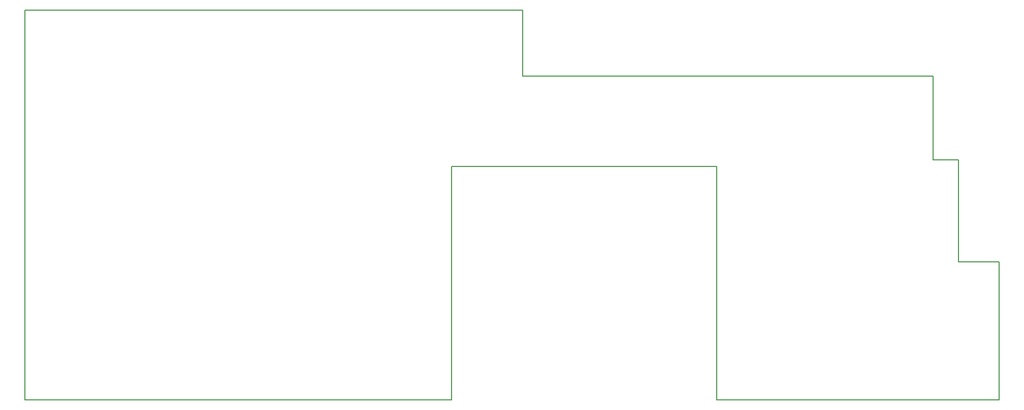
<source format=gm1>
G04 MADE WITH FRITZING*
G04 WWW.FRITZING.ORG*
G04 DOUBLE SIDED*
G04 HOLES PLATED*
G04 CONTOUR ON CENTER OF CONTOUR VECTOR*
%ASAXBY*%
%FSLAX23Y23*%
%MOIN*%
%OFA0B0*%
%SFA1.0B1.0*%
%ADD10C,0.008*%
%LNCONTOUR*%
G90*
G70*
G54D10*
X0Y2559D02*
X0Y2558D01*
X0Y1D01*
X1Y1D01*
X2Y1D01*
X3Y1D01*
X4Y1D01*
X5Y1D01*
X6Y1D01*
X7Y1D01*
X8Y1D01*
X9Y1D01*
X10Y1D01*
X11Y1D01*
X12Y1D01*
X13Y1D01*
X14Y1D01*
X15Y1D01*
X16Y1D01*
X17Y1D01*
X18Y1D01*
X19Y1D01*
X20Y1D01*
X21Y1D01*
X22Y1D01*
X23Y1D01*
X24Y1D01*
X25Y1D01*
X26Y1D01*
X27Y1D01*
X28Y1D01*
X29Y1D01*
X30Y1D01*
X31Y1D01*
X32Y1D01*
X33Y1D01*
X34Y1D01*
X35Y1D01*
X36Y1D01*
X37Y1D01*
X38Y1D01*
X39Y1D01*
X40Y1D01*
X41Y1D01*
X42Y1D01*
X43Y1D01*
X44Y1D01*
X45Y1D01*
X46Y1D01*
X47Y1D01*
X48Y1D01*
X49Y1D01*
X50Y1D01*
X51Y1D01*
X52Y1D01*
X53Y1D01*
X54Y1D01*
X55Y1D01*
X56Y1D01*
X57Y1D01*
X58Y1D01*
X59Y1D01*
X60Y1D01*
X61Y1D01*
X62Y1D01*
X63Y1D01*
X64Y1D01*
X65Y1D01*
X66Y1D01*
X67Y1D01*
X68Y1D01*
X69Y1D01*
X70Y1D01*
X71Y1D01*
X72Y1D01*
X73Y1D01*
X74Y1D01*
X75Y1D01*
X76Y1D01*
X77Y1D01*
X78Y1D01*
X79Y1D01*
X80Y1D01*
X81Y1D01*
X82Y1D01*
X83Y1D01*
X84Y1D01*
X85Y1D01*
X86Y1D01*
X87Y1D01*
X88Y1D01*
X89Y1D01*
X90Y1D01*
X91Y1D01*
X92Y1D01*
X93Y1D01*
X94Y1D01*
X95Y1D01*
X96Y1D01*
X97Y1D01*
X98Y1D01*
X99Y1D01*
X100Y1D01*
X101Y1D01*
X102Y1D01*
X103Y1D01*
X104Y1D01*
X105Y1D01*
X106Y1D01*
X107Y1D01*
X108Y1D01*
X109Y1D01*
X110Y1D01*
X111Y1D01*
X112Y1D01*
X113Y1D01*
X114Y1D01*
X115Y1D01*
X116Y1D01*
X117Y1D01*
X118Y1D01*
X119Y1D01*
X120Y1D01*
X121Y1D01*
X122Y1D01*
X123Y1D01*
X124Y1D01*
X125Y1D01*
X126Y1D01*
X127Y1D01*
X128Y1D01*
X129Y1D01*
X130Y1D01*
X131Y1D01*
X132Y1D01*
X133Y1D01*
X134Y1D01*
X135Y1D01*
X136Y1D01*
X137Y1D01*
X138Y1D01*
X139Y1D01*
X140Y1D01*
X141Y1D01*
X142Y1D01*
X143Y1D01*
X144Y1D01*
X145Y1D01*
X146Y1D01*
X147Y1D01*
X148Y1D01*
X149Y1D01*
X150Y1D01*
X151Y1D01*
X152Y1D01*
X153Y1D01*
X154Y1D01*
X155Y1D01*
X156Y1D01*
X157Y1D01*
X158Y1D01*
X159Y1D01*
X160Y1D01*
X161Y1D01*
X162Y1D01*
X163Y1D01*
X164Y1D01*
X165Y1D01*
X166Y1D01*
X167Y1D01*
X168Y1D01*
X169Y1D01*
X170Y1D01*
X171Y1D01*
X172Y1D01*
X173Y1D01*
X174Y1D01*
X175Y1D01*
X176Y1D01*
X177Y1D01*
X178Y1D01*
X179Y1D01*
X180Y1D01*
X181Y1D01*
X182Y1D01*
X183Y1D01*
X184Y1D01*
X185Y1D01*
X186Y1D01*
X187Y1D01*
X188Y1D01*
X189Y1D01*
X190Y1D01*
X191Y1D01*
X192Y1D01*
X193Y1D01*
X194Y1D01*
X195Y1D01*
X196Y1D01*
X197Y1D01*
X198Y1D01*
X199Y1D01*
X200Y1D01*
X201Y1D01*
X202Y1D01*
X203Y1D01*
X204Y1D01*
X205Y1D01*
X206Y1D01*
X207Y1D01*
X208Y1D01*
X209Y1D01*
X210Y1D01*
X211Y1D01*
X212Y1D01*
X213Y1D01*
X214Y1D01*
X215Y1D01*
X216Y1D01*
X217Y1D01*
X218Y1D01*
X219Y1D01*
X220Y1D01*
X221Y1D01*
X222Y1D01*
X223Y1D01*
X224Y1D01*
X225Y1D01*
X226Y1D01*
X227Y1D01*
X228Y1D01*
X229Y1D01*
X230Y1D01*
X231Y1D01*
X232Y1D01*
X233Y1D01*
X234Y1D01*
X235Y1D01*
X236Y1D01*
X237Y1D01*
X238Y1D01*
X239Y1D01*
X240Y1D01*
X241Y1D01*
X242Y1D01*
X243Y1D01*
X244Y1D01*
X245Y1D01*
X246Y1D01*
X247Y1D01*
X248Y1D01*
X249Y1D01*
X250Y1D01*
X251Y1D01*
X252Y1D01*
X253Y1D01*
X254Y1D01*
X255Y1D01*
X256Y1D01*
X257Y1D01*
X258Y1D01*
X259Y1D01*
X260Y1D01*
X261Y1D01*
X262Y1D01*
X263Y1D01*
X264Y1D01*
X265Y1D01*
X266Y1D01*
X267Y1D01*
X268Y1D01*
X269Y1D01*
X270Y1D01*
X271Y1D01*
X272Y1D01*
X273Y1D01*
X274Y1D01*
X275Y1D01*
X276Y1D01*
X277Y1D01*
X278Y1D01*
X279Y1D01*
X280Y1D01*
X281Y1D01*
X282Y1D01*
X283Y1D01*
X284Y1D01*
X285Y1D01*
X286Y1D01*
X287Y1D01*
X288Y1D01*
X289Y1D01*
X290Y1D01*
X291Y1D01*
X292Y1D01*
X293Y1D01*
X294Y1D01*
X295Y1D01*
X296Y1D01*
X297Y1D01*
X298Y1D01*
X299Y1D01*
X300Y1D01*
X301Y1D01*
X302Y1D01*
X303Y1D01*
X304Y1D01*
X305Y1D01*
X306Y1D01*
X307Y1D01*
X308Y1D01*
X309Y1D01*
X310Y1D01*
X311Y1D01*
X312Y1D01*
X313Y1D01*
X314Y1D01*
X315Y1D01*
X316Y1D01*
X317Y1D01*
X318Y1D01*
X319Y1D01*
X320Y1D01*
X321Y1D01*
X322Y1D01*
X323Y1D01*
X324Y1D01*
X325Y1D01*
X326Y1D01*
X327Y1D01*
X328Y1D01*
X329Y1D01*
X330Y1D01*
X331Y1D01*
X332Y1D01*
X333Y1D01*
X334Y1D01*
X335Y1D01*
X336Y1D01*
X337Y1D01*
X338Y1D01*
X339Y1D01*
X340Y1D01*
X341Y1D01*
X342Y1D01*
X343Y1D01*
X344Y1D01*
X345Y1D01*
X346Y1D01*
X347Y1D01*
X348Y1D01*
X349Y1D01*
X350Y1D01*
X351Y1D01*
X352Y1D01*
X353Y1D01*
X354Y1D01*
X355Y1D01*
X356Y1D01*
X357Y1D01*
X358Y1D01*
X359Y1D01*
X360Y1D01*
X361Y1D01*
X362Y1D01*
X363Y1D01*
X364Y1D01*
X365Y1D01*
X366Y1D01*
X367Y1D01*
X368Y1D01*
X369Y1D01*
X370Y1D01*
X371Y1D01*
X372Y1D01*
X373Y1D01*
X374Y1D01*
X375Y1D01*
X376Y1D01*
X377Y1D01*
X378Y1D01*
X379Y1D01*
X380Y1D01*
X381Y1D01*
X382Y1D01*
X383Y1D01*
X384Y1D01*
X385Y1D01*
X386Y1D01*
X387Y1D01*
X388Y1D01*
X389Y1D01*
X390Y1D01*
X391Y1D01*
X392Y1D01*
X393Y1D01*
X394Y1D01*
X395Y1D01*
X396Y1D01*
X397Y1D01*
X398Y1D01*
X399Y1D01*
X400Y1D01*
X401Y1D01*
X402Y1D01*
X403Y1D01*
X404Y1D01*
X405Y1D01*
X406Y1D01*
X407Y1D01*
X408Y1D01*
X409Y1D01*
X410Y1D01*
X411Y1D01*
X412Y1D01*
X413Y1D01*
X414Y1D01*
X415Y1D01*
X416Y1D01*
X417Y1D01*
X418Y1D01*
X419Y1D01*
X420Y1D01*
X421Y1D01*
X422Y1D01*
X423Y1D01*
X424Y1D01*
X425Y1D01*
X426Y1D01*
X427Y1D01*
X428Y1D01*
X429Y1D01*
X430Y1D01*
X431Y1D01*
X432Y1D01*
X433Y1D01*
X434Y1D01*
X435Y1D01*
X436Y1D01*
X437Y1D01*
X438Y1D01*
X439Y1D01*
X440Y1D01*
X441Y1D01*
X442Y1D01*
X443Y1D01*
X444Y1D01*
X445Y1D01*
X446Y1D01*
X447Y1D01*
X448Y1D01*
X449Y1D01*
X450Y1D01*
X451Y1D01*
X452Y1D01*
X453Y1D01*
X454Y1D01*
X455Y1D01*
X456Y1D01*
X457Y1D01*
X458Y1D01*
X459Y1D01*
X460Y1D01*
X461Y1D01*
X462Y1D01*
X463Y1D01*
X464Y1D01*
X465Y1D01*
X466Y1D01*
X467Y1D01*
X468Y1D01*
X469Y1D01*
X470Y1D01*
X471Y1D01*
X472Y1D01*
X473Y1D01*
X474Y1D01*
X475Y1D01*
X476Y1D01*
X477Y1D01*
X478Y1D01*
X479Y1D01*
X480Y1D01*
X481Y1D01*
X482Y1D01*
X483Y1D01*
X484Y1D01*
X485Y1D01*
X486Y1D01*
X487Y1D01*
X488Y1D01*
X489Y1D01*
X490Y1D01*
X491Y1D01*
X492Y1D01*
X493Y1D01*
X494Y1D01*
X495Y1D01*
X496Y1D01*
X497Y1D01*
X498Y1D01*
X499Y1D01*
X500Y1D01*
X501Y1D01*
X502Y1D01*
X503Y1D01*
X504Y1D01*
X505Y1D01*
X506Y1D01*
X507Y1D01*
X508Y1D01*
X509Y1D01*
X510Y1D01*
X511Y1D01*
X512Y1D01*
X513Y1D01*
X514Y1D01*
X515Y1D01*
X516Y1D01*
X517Y1D01*
X518Y1D01*
X519Y1D01*
X520Y1D01*
X521Y1D01*
X522Y1D01*
X523Y1D01*
X524Y1D01*
X525Y1D01*
X526Y1D01*
X527Y1D01*
X528Y1D01*
X529Y1D01*
X530Y1D01*
X531Y1D01*
X532Y1D01*
X533Y1D01*
X534Y1D01*
X535Y1D01*
X536Y1D01*
X537Y1D01*
X538Y1D01*
X539Y1D01*
X540Y1D01*
X541Y1D01*
X542Y1D01*
X543Y1D01*
X544Y1D01*
X545Y1D01*
X546Y1D01*
X547Y1D01*
X548Y1D01*
X549Y1D01*
X550Y1D01*
X551Y1D01*
X552Y1D01*
X553Y1D01*
X554Y1D01*
X555Y1D01*
X556Y1D01*
X557Y1D01*
X558Y1D01*
X559Y1D01*
X560Y1D01*
X561Y1D01*
X562Y1D01*
X563Y1D01*
X564Y1D01*
X565Y1D01*
X566Y1D01*
X567Y1D01*
X568Y1D01*
X569Y1D01*
X570Y1D01*
X571Y1D01*
X572Y1D01*
X573Y1D01*
X574Y1D01*
X575Y1D01*
X576Y1D01*
X577Y1D01*
X578Y1D01*
X579Y1D01*
X580Y1D01*
X581Y1D01*
X582Y1D01*
X583Y1D01*
X584Y1D01*
X585Y1D01*
X586Y1D01*
X587Y1D01*
X588Y1D01*
X589Y1D01*
X590Y1D01*
X591Y1D01*
X592Y1D01*
X593Y1D01*
X594Y1D01*
X595Y1D01*
X596Y1D01*
X597Y1D01*
X598Y1D01*
X599Y1D01*
X600Y1D01*
X601Y1D01*
X602Y1D01*
X603Y1D01*
X604Y1D01*
X605Y1D01*
X606Y1D01*
X607Y1D01*
X608Y1D01*
X609Y1D01*
X610Y1D01*
X611Y1D01*
X612Y1D01*
X613Y1D01*
X614Y1D01*
X615Y1D01*
X616Y1D01*
X617Y1D01*
X618Y1D01*
X619Y1D01*
X620Y1D01*
X621Y1D01*
X622Y1D01*
X623Y1D01*
X624Y1D01*
X625Y1D01*
X626Y1D01*
X627Y1D01*
X628Y1D01*
X629Y1D01*
X630Y1D01*
X631Y1D01*
X632Y1D01*
X633Y1D01*
X634Y1D01*
X635Y1D01*
X636Y1D01*
X637Y1D01*
X638Y1D01*
X639Y1D01*
X640Y1D01*
X641Y1D01*
X642Y1D01*
X643Y1D01*
X644Y1D01*
X645Y1D01*
X646Y1D01*
X647Y1D01*
X648Y1D01*
X649Y1D01*
X650Y1D01*
X651Y1D01*
X652Y1D01*
X653Y1D01*
X654Y1D01*
X655Y1D01*
X656Y1D01*
X657Y1D01*
X658Y1D01*
X659Y1D01*
X660Y1D01*
X661Y1D01*
X662Y1D01*
X663Y1D01*
X664Y1D01*
X665Y1D01*
X666Y1D01*
X667Y1D01*
X668Y1D01*
X669Y1D01*
X670Y1D01*
X671Y1D01*
X672Y1D01*
X673Y1D01*
X674Y1D01*
X675Y1D01*
X676Y1D01*
X677Y1D01*
X678Y1D01*
X679Y1D01*
X680Y1D01*
X681Y1D01*
X682Y1D01*
X683Y1D01*
X684Y1D01*
X685Y1D01*
X686Y1D01*
X687Y1D01*
X688Y1D01*
X689Y1D01*
X690Y1D01*
X691Y1D01*
X692Y1D01*
X693Y1D01*
X694Y1D01*
X695Y1D01*
X696Y1D01*
X697Y1D01*
X698Y1D01*
X699Y1D01*
X700Y1D01*
X701Y1D01*
X702Y1D01*
X703Y1D01*
X704Y1D01*
X705Y1D01*
X706Y1D01*
X707Y1D01*
X708Y1D01*
X709Y1D01*
X710Y1D01*
X711Y1D01*
X712Y1D01*
X713Y1D01*
X714Y1D01*
X715Y1D01*
X716Y1D01*
X717Y1D01*
X718Y1D01*
X719Y1D01*
X720Y1D01*
X721Y1D01*
X722Y1D01*
X723Y1D01*
X724Y1D01*
X725Y1D01*
X726Y1D01*
X727Y1D01*
X728Y1D01*
X729Y1D01*
X730Y1D01*
X731Y1D01*
X732Y1D01*
X733Y1D01*
X734Y1D01*
X735Y1D01*
X736Y1D01*
X737Y1D01*
X738Y1D01*
X739Y1D01*
X740Y1D01*
X741Y1D01*
X742Y1D01*
X743Y1D01*
X744Y1D01*
X745Y1D01*
X746Y1D01*
X747Y1D01*
X748Y1D01*
X749Y1D01*
X750Y1D01*
X751Y1D01*
X752Y1D01*
X753Y1D01*
X754Y1D01*
X755Y1D01*
X756Y1D01*
X757Y1D01*
X758Y1D01*
X759Y1D01*
X760Y1D01*
X761Y1D01*
X762Y1D01*
X763Y1D01*
X764Y1D01*
X765Y1D01*
X766Y1D01*
X767Y1D01*
X768Y1D01*
X769Y1D01*
X770Y1D01*
X771Y1D01*
X772Y1D01*
X773Y1D01*
X774Y1D01*
X775Y1D01*
X776Y1D01*
X777Y1D01*
X778Y1D01*
X779Y1D01*
X780Y1D01*
X781Y1D01*
X782Y1D01*
X783Y1D01*
X784Y1D01*
X785Y1D01*
X786Y1D01*
X787Y1D01*
X788Y1D01*
X789Y1D01*
X790Y1D01*
X791Y1D01*
X792Y1D01*
X793Y1D01*
X794Y1D01*
X795Y1D01*
X796Y1D01*
X797Y1D01*
X798Y1D01*
X799Y1D01*
X800Y1D01*
X801Y1D01*
X802Y1D01*
X803Y1D01*
X804Y1D01*
X805Y1D01*
X806Y1D01*
X807Y1D01*
X808Y1D01*
X809Y1D01*
X810Y1D01*
X811Y1D01*
X812Y1D01*
X813Y1D01*
X814Y1D01*
X815Y1D01*
X816Y1D01*
X817Y1D01*
X818Y1D01*
X819Y1D01*
X820Y1D01*
X821Y1D01*
X822Y1D01*
X823Y1D01*
X824Y1D01*
X825Y1D01*
X826Y1D01*
X827Y1D01*
X828Y1D01*
X829Y1D01*
X830Y1D01*
X831Y1D01*
X832Y1D01*
X833Y1D01*
X834Y1D01*
X835Y1D01*
X836Y1D01*
X837Y1D01*
X838Y1D01*
X839Y1D01*
X840Y1D01*
X841Y1D01*
X842Y1D01*
X843Y1D01*
X844Y1D01*
X845Y1D01*
X846Y1D01*
X847Y1D01*
X848Y1D01*
X849Y1D01*
X850Y1D01*
X851Y1D01*
X852Y1D01*
X853Y1D01*
X854Y1D01*
X855Y1D01*
X856Y1D01*
X857Y1D01*
X858Y1D01*
X859Y1D01*
X860Y1D01*
X861Y1D01*
X862Y1D01*
X863Y1D01*
X864Y1D01*
X865Y1D01*
X866Y1D01*
X867Y1D01*
X868Y1D01*
X869Y1D01*
X870Y1D01*
X871Y1D01*
X872Y1D01*
X873Y1D01*
X874Y1D01*
X875Y1D01*
X876Y1D01*
X877Y1D01*
X878Y1D01*
X879Y1D01*
X880Y1D01*
X881Y1D01*
X882Y1D01*
X883Y1D01*
X884Y1D01*
X885Y1D01*
X886Y1D01*
X887Y1D01*
X888Y1D01*
X889Y1D01*
X890Y1D01*
X891Y1D01*
X892Y1D01*
X893Y1D01*
X894Y1D01*
X895Y1D01*
X896Y1D01*
X897Y1D01*
X898Y1D01*
X899Y1D01*
X900Y1D01*
X901Y1D01*
X902Y1D01*
X903Y1D01*
X904Y1D01*
X905Y1D01*
X906Y1D01*
X907Y1D01*
X908Y1D01*
X909Y1D01*
X910Y1D01*
X911Y1D01*
X912Y1D01*
X913Y1D01*
X914Y1D01*
X915Y1D01*
X916Y1D01*
X917Y1D01*
X918Y1D01*
X919Y1D01*
X920Y1D01*
X921Y1D01*
X922Y1D01*
X923Y1D01*
X924Y1D01*
X925Y1D01*
X926Y1D01*
X927Y1D01*
X928Y1D01*
X929Y1D01*
X930Y1D01*
X931Y1D01*
X932Y1D01*
X933Y1D01*
X934Y1D01*
X935Y1D01*
X936Y1D01*
X937Y1D01*
X938Y1D01*
X939Y1D01*
X940Y1D01*
X941Y1D01*
X942Y1D01*
X943Y1D01*
X944Y1D01*
X945Y1D01*
X946Y1D01*
X947Y1D01*
X948Y1D01*
X949Y1D01*
X950Y1D01*
X951Y1D01*
X952Y1D01*
X953Y1D01*
X954Y1D01*
X955Y1D01*
X956Y1D01*
X957Y1D01*
X958Y1D01*
X959Y1D01*
X960Y1D01*
X961Y1D01*
X962Y1D01*
X963Y1D01*
X964Y1D01*
X965Y1D01*
X966Y1D01*
X967Y1D01*
X968Y1D01*
X969Y1D01*
X970Y1D01*
X971Y1D01*
X972Y1D01*
X973Y1D01*
X974Y1D01*
X975Y1D01*
X976Y1D01*
X977Y1D01*
X978Y1D01*
X979Y1D01*
X980Y1D01*
X981Y1D01*
X982Y1D01*
X983Y1D01*
X984Y1D01*
X985Y1D01*
X986Y1D01*
X987Y1D01*
X988Y1D01*
X989Y1D01*
X990Y1D01*
X991Y1D01*
X992Y1D01*
X993Y1D01*
X994Y1D01*
X995Y1D01*
X996Y1D01*
X997Y1D01*
X998Y1D01*
X999Y1D01*
X1000Y1D01*
X1001Y1D01*
X1002Y1D01*
X1003Y1D01*
X1004Y1D01*
X1005Y1D01*
X1006Y1D01*
X1007Y1D01*
X1008Y1D01*
X1009Y1D01*
X1010Y1D01*
X1011Y1D01*
X1012Y1D01*
X1013Y1D01*
X1014Y1D01*
X1015Y1D01*
X1016Y1D01*
X1017Y1D01*
X1018Y1D01*
X1019Y1D01*
X1020Y1D01*
X1021Y1D01*
X1022Y1D01*
X1023Y1D01*
X1024Y1D01*
X1025Y1D01*
X1026Y1D01*
X1027Y1D01*
X1028Y1D01*
X1029Y1D01*
X1030Y1D01*
X1031Y1D01*
X1032Y1D01*
X1033Y1D01*
X1034Y1D01*
X1035Y1D01*
X1036Y1D01*
X1037Y1D01*
X1038Y1D01*
X1039Y1D01*
X1040Y1D01*
X1041Y1D01*
X1042Y1D01*
X1043Y1D01*
X1044Y1D01*
X1045Y1D01*
X1046Y1D01*
X1047Y1D01*
X1048Y1D01*
X1049Y1D01*
X1050Y1D01*
X1051Y1D01*
X1052Y1D01*
X1053Y1D01*
X1054Y1D01*
X1055Y1D01*
X1056Y1D01*
X1057Y1D01*
X1058Y1D01*
X1059Y1D01*
X1060Y1D01*
X1061Y1D01*
X1062Y1D01*
X1063Y1D01*
X1064Y1D01*
X1065Y1D01*
X1066Y1D01*
X1067Y1D01*
X1068Y1D01*
X1069Y1D01*
X1070Y1D01*
X1071Y1D01*
X1072Y1D01*
X1073Y1D01*
X1074Y1D01*
X1075Y1D01*
X1076Y1D01*
X1077Y1D01*
X1078Y1D01*
X1079Y1D01*
X1080Y1D01*
X1081Y1D01*
X1082Y1D01*
X1083Y1D01*
X1084Y1D01*
X1085Y1D01*
X1086Y1D01*
X1087Y1D01*
X1088Y1D01*
X1089Y1D01*
X1090Y1D01*
X1091Y1D01*
X1092Y1D01*
X1093Y1D01*
X1094Y1D01*
X1095Y1D01*
X1096Y1D01*
X1097Y1D01*
X1098Y1D01*
X1099Y1D01*
X1100Y1D01*
X1101Y1D01*
X1102Y1D01*
X1103Y1D01*
X1104Y1D01*
X1105Y1D01*
X1106Y1D01*
X1107Y1D01*
X1108Y1D01*
X1109Y1D01*
X1110Y1D01*
X1111Y1D01*
X1112Y1D01*
X1113Y1D01*
X1114Y1D01*
X1115Y1D01*
X1116Y1D01*
X1117Y1D01*
X1118Y1D01*
X1119Y1D01*
X1120Y1D01*
X1121Y1D01*
X1122Y1D01*
X1123Y1D01*
X1124Y1D01*
X1125Y1D01*
X1126Y1D01*
X1127Y1D01*
X1128Y1D01*
X1129Y1D01*
X1130Y1D01*
X1131Y1D01*
X1132Y1D01*
X1133Y1D01*
X1134Y1D01*
X1135Y1D01*
X1136Y1D01*
X1137Y1D01*
X1138Y1D01*
X1139Y1D01*
X1140Y1D01*
X1141Y1D01*
X1142Y1D01*
X1143Y1D01*
X1144Y1D01*
X1145Y1D01*
X1146Y1D01*
X1147Y1D01*
X1148Y1D01*
X1149Y1D01*
X1150Y1D01*
X1151Y1D01*
X1152Y1D01*
X1153Y1D01*
X1154Y1D01*
X1155Y1D01*
X1156Y1D01*
X1157Y1D01*
X1158Y1D01*
X1159Y1D01*
X1160Y1D01*
X1161Y1D01*
X1162Y1D01*
X1163Y1D01*
X1164Y1D01*
X1165Y1D01*
X1166Y1D01*
X1167Y1D01*
X1168Y1D01*
X1169Y1D01*
X1170Y1D01*
X1171Y1D01*
X1172Y1D01*
X1173Y1D01*
X1174Y1D01*
X1175Y1D01*
X1176Y1D01*
X1177Y1D01*
X1178Y1D01*
X1179Y1D01*
X1180Y1D01*
X1181Y1D01*
X1182Y1D01*
X1183Y1D01*
X1184Y1D01*
X1185Y1D01*
X1186Y1D01*
X1187Y1D01*
X1188Y1D01*
X1189Y1D01*
X1190Y1D01*
X1191Y1D01*
X1192Y1D01*
X1193Y1D01*
X1194Y1D01*
X1195Y1D01*
X1196Y1D01*
X1197Y1D01*
X1198Y1D01*
X1199Y1D01*
X1200Y1D01*
X1201Y1D01*
X1202Y1D01*
X1203Y1D01*
X1204Y1D01*
X1205Y1D01*
X1206Y1D01*
X1207Y1D01*
X1208Y1D01*
X1209Y1D01*
X1210Y1D01*
X1211Y1D01*
X1212Y1D01*
X1213Y1D01*
X1214Y1D01*
X1215Y1D01*
X1216Y1D01*
X1217Y1D01*
X1218Y1D01*
X1219Y1D01*
X1220Y1D01*
X1221Y1D01*
X1222Y1D01*
X1223Y1D01*
X1224Y1D01*
X1225Y1D01*
X1226Y1D01*
X1227Y1D01*
X1228Y1D01*
X1229Y1D01*
X1230Y1D01*
X1231Y1D01*
X1232Y1D01*
X1233Y1D01*
X1234Y1D01*
X1235Y1D01*
X1236Y1D01*
X1237Y1D01*
X1238Y1D01*
X1239Y1D01*
X1240Y1D01*
X1241Y1D01*
X1242Y1D01*
X1243Y1D01*
X1244Y1D01*
X1245Y1D01*
X1246Y1D01*
X1247Y1D01*
X1248Y1D01*
X1249Y1D01*
X1250Y1D01*
X1251Y1D01*
X1252Y1D01*
X1253Y1D01*
X1254Y1D01*
X1255Y1D01*
X1256Y1D01*
X1257Y1D01*
X1258Y1D01*
X1259Y1D01*
X1260Y1D01*
X1261Y1D01*
X1262Y1D01*
X1263Y1D01*
X1264Y1D01*
X1265Y1D01*
X1266Y1D01*
X1267Y1D01*
X1268Y1D01*
X1269Y1D01*
X1270Y1D01*
X1271Y1D01*
X1272Y1D01*
X1273Y1D01*
X1274Y1D01*
X1275Y1D01*
X1276Y1D01*
X1277Y1D01*
X1278Y1D01*
X1279Y1D01*
X1280Y1D01*
X1281Y1D01*
X1282Y1D01*
X1283Y1D01*
X1284Y1D01*
X1285Y1D01*
X1286Y1D01*
X1287Y1D01*
X1288Y1D01*
X1289Y1D01*
X1290Y1D01*
X1291Y1D01*
X1292Y1D01*
X1293Y1D01*
X1294Y1D01*
X1295Y1D01*
X1296Y1D01*
X1297Y1D01*
X1298Y1D01*
X1299Y1D01*
X1300Y1D01*
X1301Y1D01*
X1302Y1D01*
X1303Y1D01*
X1304Y1D01*
X1305Y1D01*
X1306Y1D01*
X1307Y1D01*
X1308Y1D01*
X1309Y1D01*
X1310Y1D01*
X1311Y1D01*
X1312Y1D01*
X1313Y1D01*
X1314Y1D01*
X1315Y1D01*
X1316Y1D01*
X1317Y1D01*
X1318Y1D01*
X1319Y1D01*
X1320Y1D01*
X1321Y1D01*
X1322Y1D01*
X1323Y1D01*
X1324Y1D01*
X1325Y1D01*
X1326Y1D01*
X1327Y1D01*
X1328Y1D01*
X1329Y1D01*
X1330Y1D01*
X1331Y1D01*
X1332Y1D01*
X1333Y1D01*
X1334Y1D01*
X1335Y1D01*
X1336Y1D01*
X1337Y1D01*
X1338Y1D01*
X1339Y1D01*
X1340Y1D01*
X1341Y1D01*
X1342Y1D01*
X1343Y1D01*
X1344Y1D01*
X1345Y1D01*
X1346Y1D01*
X1347Y1D01*
X1348Y1D01*
X1349Y1D01*
X1350Y1D01*
X1351Y1D01*
X1352Y1D01*
X1353Y1D01*
X1354Y1D01*
X1355Y1D01*
X1356Y1D01*
X1357Y1D01*
X1358Y1D01*
X1359Y1D01*
X1360Y1D01*
X1361Y1D01*
X1362Y1D01*
X1363Y1D01*
X1364Y1D01*
X1365Y1D01*
X1366Y1D01*
X1367Y1D01*
X1368Y1D01*
X1369Y1D01*
X1370Y1D01*
X1371Y1D01*
X1372Y1D01*
X1373Y1D01*
X1374Y1D01*
X1375Y1D01*
X1376Y1D01*
X1377Y1D01*
X1378Y1D01*
X1379Y1D01*
X1380Y1D01*
X1381Y1D01*
X1382Y1D01*
X1383Y1D01*
X1384Y1D01*
X1385Y1D01*
X1386Y1D01*
X1387Y1D01*
X1388Y1D01*
X1389Y1D01*
X1390Y1D01*
X1391Y1D01*
X1392Y1D01*
X1393Y1D01*
X1394Y1D01*
X1395Y1D01*
X1396Y1D01*
X1397Y1D01*
X1398Y1D01*
X1399Y1D01*
X1400Y1D01*
X1401Y1D01*
X1402Y1D01*
X1403Y1D01*
X1404Y1D01*
X1405Y1D01*
X1406Y1D01*
X1407Y1D01*
X1408Y1D01*
X1409Y1D01*
X1410Y1D01*
X1411Y1D01*
X1412Y1D01*
X1413Y1D01*
X1414Y1D01*
X1415Y1D01*
X1416Y1D01*
X1417Y1D01*
X1418Y1D01*
X1419Y1D01*
X1420Y1D01*
X1421Y1D01*
X1422Y1D01*
X1423Y1D01*
X1424Y1D01*
X1425Y1D01*
X1426Y1D01*
X1427Y1D01*
X1428Y1D01*
X1429Y1D01*
X1430Y1D01*
X1431Y1D01*
X1432Y1D01*
X1433Y1D01*
X1434Y1D01*
X1435Y1D01*
X1436Y1D01*
X1437Y1D01*
X1438Y1D01*
X1439Y1D01*
X1440Y1D01*
X1441Y1D01*
X1442Y1D01*
X1443Y1D01*
X1444Y1D01*
X1445Y1D01*
X1446Y1D01*
X1447Y1D01*
X1448Y1D01*
X1449Y1D01*
X1450Y1D01*
X1451Y1D01*
X1452Y1D01*
X1453Y1D01*
X1454Y1D01*
X1455Y1D01*
X1456Y1D01*
X1457Y1D01*
X1458Y1D01*
X1459Y1D01*
X1460Y1D01*
X1461Y1D01*
X1462Y1D01*
X1463Y1D01*
X1464Y1D01*
X1465Y1D01*
X1466Y1D01*
X1467Y1D01*
X1468Y1D01*
X1469Y1D01*
X1470Y1D01*
X1471Y1D01*
X1472Y1D01*
X1473Y1D01*
X1474Y1D01*
X1475Y1D01*
X1476Y1D01*
X1477Y1D01*
X1478Y1D01*
X1479Y1D01*
X1480Y1D01*
X1481Y1D01*
X1482Y1D01*
X1483Y1D01*
X1484Y1D01*
X1485Y1D01*
X1486Y1D01*
X1487Y1D01*
X1488Y1D01*
X1489Y1D01*
X1490Y1D01*
X1491Y1D01*
X1492Y1D01*
X1493Y1D01*
X1494Y1D01*
X1495Y1D01*
X1496Y1D01*
X1497Y1D01*
X1498Y1D01*
X1499Y1D01*
X1500Y1D01*
X1501Y1D01*
X1502Y1D01*
X1503Y1D01*
X1504Y1D01*
X1505Y1D01*
X1506Y1D01*
X1507Y1D01*
X1508Y1D01*
X1509Y1D01*
X1510Y1D01*
X1511Y1D01*
X1512Y1D01*
X1513Y1D01*
X1514Y1D01*
X1515Y1D01*
X1516Y1D01*
X1517Y1D01*
X1518Y1D01*
X1519Y1D01*
X1520Y1D01*
X1521Y1D01*
X1522Y1D01*
X1523Y1D01*
X1524Y1D01*
X1525Y1D01*
X1526Y1D01*
X1527Y1D01*
X1528Y1D01*
X1529Y1D01*
X1530Y1D01*
X1531Y1D01*
X1532Y1D01*
X1533Y1D01*
X1534Y1D01*
X1535Y1D01*
X1536Y1D01*
X1537Y1D01*
X1538Y1D01*
X1539Y1D01*
X1540Y1D01*
X1541Y1D01*
X1542Y1D01*
X1543Y1D01*
X1544Y1D01*
X1545Y1D01*
X1546Y1D01*
X1547Y1D01*
X1548Y1D01*
X1549Y1D01*
X1550Y1D01*
X1551Y1D01*
X1552Y1D01*
X1553Y1D01*
X1554Y1D01*
X1555Y1D01*
X1556Y1D01*
X1557Y1D01*
X1558Y1D01*
X1559Y1D01*
X1560Y1D01*
X1561Y1D01*
X1562Y1D01*
X1563Y1D01*
X1564Y1D01*
X1565Y1D01*
X1566Y1D01*
X1567Y1D01*
X1568Y1D01*
X1569Y1D01*
X1570Y1D01*
X1571Y1D01*
X1572Y1D01*
X1573Y1D01*
X1574Y1D01*
X1575Y1D01*
X1576Y1D01*
X1577Y1D01*
X1578Y1D01*
X1579Y1D01*
X1580Y1D01*
X1581Y1D01*
X1582Y1D01*
X1583Y1D01*
X1584Y1D01*
X1585Y1D01*
X1586Y1D01*
X1587Y1D01*
X1588Y1D01*
X1589Y1D01*
X1590Y1D01*
X1591Y1D01*
X1592Y1D01*
X1593Y1D01*
X1594Y1D01*
X1595Y1D01*
X1596Y1D01*
X1597Y1D01*
X1598Y1D01*
X1599Y1D01*
X1600Y1D01*
X1601Y1D01*
X1602Y1D01*
X1603Y1D01*
X1604Y1D01*
X1605Y1D01*
X1606Y1D01*
X1607Y1D01*
X1608Y1D01*
X1609Y1D01*
X1610Y1D01*
X1611Y1D01*
X1612Y1D01*
X1613Y1D01*
X1614Y1D01*
X1615Y1D01*
X1616Y1D01*
X1617Y1D01*
X1618Y1D01*
X1619Y1D01*
X1620Y1D01*
X1621Y1D01*
X1622Y1D01*
X1623Y1D01*
X1624Y1D01*
X1625Y1D01*
X1626Y1D01*
X1627Y1D01*
X1628Y1D01*
X1629Y1D01*
X1630Y1D01*
X1631Y1D01*
X1632Y1D01*
X1633Y1D01*
X1634Y1D01*
X1635Y1D01*
X1636Y1D01*
X1637Y1D01*
X1638Y1D01*
X1639Y1D01*
X1640Y1D01*
X1641Y1D01*
X1642Y1D01*
X1643Y1D01*
X1644Y1D01*
X1645Y1D01*
X1646Y1D01*
X1647Y1D01*
X1648Y1D01*
X1649Y1D01*
X1650Y1D01*
X1651Y1D01*
X1652Y1D01*
X1653Y1D01*
X1654Y1D01*
X1655Y1D01*
X1656Y1D01*
X1657Y1D01*
X1658Y1D01*
X1659Y1D01*
X1660Y1D01*
X1661Y1D01*
X1662Y1D01*
X1663Y1D01*
X1664Y1D01*
X1665Y1D01*
X1666Y1D01*
X1667Y1D01*
X1668Y1D01*
X1669Y1D01*
X1670Y1D01*
X1671Y1D01*
X1672Y1D01*
X1673Y1D01*
X1674Y1D01*
X1675Y1D01*
X1676Y1D01*
X1677Y1D01*
X1678Y1D01*
X1679Y1D01*
X1680Y1D01*
X1681Y1D01*
X1682Y1D01*
X1683Y1D01*
X1684Y1D01*
X1685Y1D01*
X1686Y1D01*
X1687Y1D01*
X1688Y1D01*
X1689Y1D01*
X1690Y1D01*
X1691Y1D01*
X1692Y1D01*
X1693Y1D01*
X1694Y1D01*
X1695Y1D01*
X1696Y1D01*
X1697Y1D01*
X1698Y1D01*
X1699Y1D01*
X1700Y1D01*
X1701Y1D01*
X1702Y1D01*
X1703Y1D01*
X1704Y1D01*
X1705Y1D01*
X1706Y1D01*
X1707Y1D01*
X1708Y1D01*
X1709Y1D01*
X1710Y1D01*
X1711Y1D01*
X1712Y1D01*
X1713Y1D01*
X1714Y1D01*
X1715Y1D01*
X1716Y1D01*
X1717Y1D01*
X1718Y1D01*
X1719Y1D01*
X1720Y1D01*
X1721Y1D01*
X1722Y1D01*
X1723Y1D01*
X1724Y1D01*
X1725Y1D01*
X1726Y1D01*
X1727Y1D01*
X1728Y1D01*
X1729Y1D01*
X1730Y1D01*
X1731Y1D01*
X1732Y1D01*
X1733Y1D01*
X1734Y1D01*
X1735Y1D01*
X1736Y1D01*
X1737Y1D01*
X1738Y1D01*
X1739Y1D01*
X1740Y1D01*
X1741Y1D01*
X1742Y1D01*
X1743Y1D01*
X1744Y1D01*
X1745Y1D01*
X1746Y1D01*
X1747Y1D01*
X1748Y1D01*
X1749Y1D01*
X1750Y1D01*
X1751Y1D01*
X1752Y1D01*
X1753Y1D01*
X1754Y1D01*
X1755Y1D01*
X1756Y1D01*
X1757Y1D01*
X1758Y1D01*
X1759Y1D01*
X1760Y1D01*
X1761Y1D01*
X1762Y1D01*
X1763Y1D01*
X1764Y1D01*
X1765Y1D01*
X1766Y1D01*
X1767Y1D01*
X1768Y1D01*
X1769Y1D01*
X1770Y1D01*
X1771Y1D01*
X1772Y1D01*
X1773Y1D01*
X1774Y1D01*
X1775Y1D01*
X1776Y1D01*
X1777Y1D01*
X1778Y1D01*
X1779Y1D01*
X1780Y1D01*
X1781Y1D01*
X1782Y1D01*
X1783Y1D01*
X1784Y1D01*
X1785Y1D01*
X1786Y1D01*
X1787Y1D01*
X1788Y1D01*
X1789Y1D01*
X1790Y1D01*
X1791Y1D01*
X1792Y1D01*
X1793Y1D01*
X1794Y1D01*
X1795Y1D01*
X1796Y1D01*
X1797Y1D01*
X1798Y1D01*
X1799Y1D01*
X1800Y1D01*
X1801Y1D01*
X1802Y1D01*
X1803Y1D01*
X1804Y1D01*
X1805Y1D01*
X1806Y1D01*
X1807Y1D01*
X1808Y1D01*
X1809Y1D01*
X1810Y1D01*
X1811Y1D01*
X1812Y1D01*
X1813Y1D01*
X1814Y1D01*
X1815Y1D01*
X1816Y1D01*
X1817Y1D01*
X1818Y1D01*
X1819Y1D01*
X1820Y1D01*
X1821Y1D01*
X1822Y1D01*
X1823Y1D01*
X1824Y1D01*
X1825Y1D01*
X1826Y1D01*
X1827Y1D01*
X1828Y1D01*
X1829Y1D01*
X1830Y1D01*
X1831Y1D01*
X1832Y1D01*
X1833Y1D01*
X1834Y1D01*
X1835Y1D01*
X1836Y1D01*
X1837Y1D01*
X1838Y1D01*
X1839Y1D01*
X1840Y1D01*
X1841Y1D01*
X1842Y1D01*
X1843Y1D01*
X1844Y1D01*
X1845Y1D01*
X1846Y1D01*
X1847Y1D01*
X1848Y1D01*
X1849Y1D01*
X1850Y1D01*
X1851Y1D01*
X1852Y1D01*
X1853Y1D01*
X1854Y1D01*
X1855Y1D01*
X1856Y1D01*
X1857Y1D01*
X1858Y1D01*
X1859Y1D01*
X1860Y1D01*
X1861Y1D01*
X1862Y1D01*
X1863Y1D01*
X1864Y1D01*
X1865Y1D01*
X1866Y1D01*
X1867Y1D01*
X1868Y1D01*
X1869Y1D01*
X1870Y1D01*
X1871Y1D01*
X1872Y1D01*
X1873Y1D01*
X1874Y1D01*
X1875Y1D01*
X1876Y1D01*
X1877Y1D01*
X1878Y1D01*
X1879Y1D01*
X1880Y1D01*
X1881Y1D01*
X1882Y1D01*
X1883Y1D01*
X1884Y1D01*
X1885Y1D01*
X1886Y1D01*
X1887Y1D01*
X1888Y1D01*
X1889Y1D01*
X1890Y1D01*
X1891Y1D01*
X1892Y1D01*
X1893Y1D01*
X1894Y1D01*
X1895Y1D01*
X1896Y1D01*
X1897Y1D01*
X1898Y1D01*
X1899Y1D01*
X1900Y1D01*
X1901Y1D01*
X1902Y1D01*
X1903Y1D01*
X1904Y1D01*
X1905Y1D01*
X1906Y1D01*
X1907Y1D01*
X1908Y1D01*
X1909Y1D01*
X1910Y1D01*
X1911Y1D01*
X1912Y1D01*
X1913Y1D01*
X1914Y1D01*
X1915Y1D01*
X1916Y1D01*
X1917Y1D01*
X1918Y1D01*
X1919Y1D01*
X1920Y1D01*
X1921Y1D01*
X1922Y1D01*
X1923Y1D01*
X1924Y1D01*
X1925Y1D01*
X1926Y1D01*
X1927Y1D01*
X1928Y1D01*
X1929Y1D01*
X1930Y1D01*
X1931Y1D01*
X1932Y1D01*
X1933Y1D01*
X1934Y1D01*
X1935Y1D01*
X1936Y1D01*
X1937Y1D01*
X1938Y1D01*
X1939Y1D01*
X1940Y1D01*
X1941Y1D01*
X1942Y1D01*
X1943Y1D01*
X1944Y1D01*
X1945Y1D01*
X1946Y1D01*
X1947Y1D01*
X1948Y1D01*
X1949Y1D01*
X1950Y1D01*
X1951Y1D01*
X1952Y1D01*
X1953Y1D01*
X1954Y1D01*
X1955Y1D01*
X1956Y1D01*
X1957Y1D01*
X1958Y1D01*
X1959Y1D01*
X1960Y1D01*
X1961Y1D01*
X1962Y1D01*
X1963Y1D01*
X1964Y1D01*
X1965Y1D01*
X1966Y1D01*
X1967Y1D01*
X1968Y1D01*
X1969Y1D01*
X1970Y1D01*
X1971Y1D01*
X1972Y1D01*
X1973Y1D01*
X1974Y1D01*
X1975Y1D01*
X1976Y1D01*
X1977Y1D01*
X1978Y1D01*
X1979Y1D01*
X1980Y1D01*
X1981Y1D01*
X1982Y1D01*
X1983Y1D01*
X1984Y1D01*
X1985Y1D01*
X1986Y1D01*
X1987Y1D01*
X1988Y1D01*
X1989Y1D01*
X1990Y1D01*
X1991Y1D01*
X1992Y1D01*
X1993Y1D01*
X1994Y1D01*
X1995Y1D01*
X1996Y1D01*
X1997Y1D01*
X1998Y1D01*
X1999Y1D01*
X2000Y1D01*
X2001Y1D01*
X2002Y1D01*
X2003Y1D01*
X2004Y1D01*
X2005Y1D01*
X2006Y1D01*
X2007Y1D01*
X2008Y1D01*
X2009Y1D01*
X2010Y1D01*
X2011Y1D01*
X2012Y1D01*
X2013Y1D01*
X2014Y1D01*
X2015Y1D01*
X2016Y1D01*
X2017Y1D01*
X2018Y1D01*
X2019Y1D01*
X2020Y1D01*
X2021Y1D01*
X2022Y1D01*
X2023Y1D01*
X2024Y1D01*
X2025Y1D01*
X2026Y1D01*
X2027Y1D01*
X2028Y1D01*
X2029Y1D01*
X2030Y1D01*
X2031Y1D01*
X2032Y1D01*
X2033Y1D01*
X2034Y1D01*
X2035Y1D01*
X2036Y1D01*
X2037Y1D01*
X2038Y1D01*
X2039Y1D01*
X2040Y1D01*
X2041Y1D01*
X2042Y1D01*
X2043Y1D01*
X2044Y1D01*
X2045Y1D01*
X2046Y1D01*
X2047Y1D01*
X2048Y1D01*
X2049Y1D01*
X2050Y1D01*
X2051Y1D01*
X2052Y1D01*
X2053Y1D01*
X2054Y1D01*
X2055Y1D01*
X2056Y1D01*
X2057Y1D01*
X2058Y1D01*
X2059Y1D01*
X2060Y1D01*
X2061Y1D01*
X2062Y1D01*
X2063Y1D01*
X2064Y1D01*
X2065Y1D01*
X2066Y1D01*
X2067Y1D01*
X2068Y1D01*
X2069Y1D01*
X2070Y1D01*
X2071Y1D01*
X2072Y1D01*
X2073Y1D01*
X2074Y1D01*
X2075Y1D01*
X2076Y1D01*
X2077Y1D01*
X2078Y1D01*
X2079Y1D01*
X2080Y1D01*
X2081Y1D01*
X2082Y1D01*
X2083Y1D01*
X2084Y1D01*
X2085Y1D01*
X2086Y1D01*
X2087Y1D01*
X2088Y1D01*
X2089Y1D01*
X2090Y1D01*
X2091Y1D01*
X2092Y1D01*
X2093Y1D01*
X2094Y1D01*
X2095Y1D01*
X2096Y1D01*
X2097Y1D01*
X2098Y1D01*
X2099Y1D01*
X2100Y1D01*
X2101Y1D01*
X2102Y1D01*
X2103Y1D01*
X2104Y1D01*
X2105Y1D01*
X2106Y1D01*
X2107Y1D01*
X2108Y1D01*
X2109Y1D01*
X2110Y1D01*
X2111Y1D01*
X2112Y1D01*
X2113Y1D01*
X2114Y1D01*
X2115Y1D01*
X2116Y1D01*
X2117Y1D01*
X2118Y1D01*
X2119Y1D01*
X2120Y1D01*
X2121Y1D01*
X2122Y1D01*
X2123Y1D01*
X2124Y1D01*
X2125Y1D01*
X2126Y1D01*
X2127Y1D01*
X2128Y1D01*
X2129Y1D01*
X2130Y1D01*
X2131Y1D01*
X2132Y1D01*
X2133Y1D01*
X2134Y1D01*
X2135Y1D01*
X2136Y1D01*
X2137Y1D01*
X2138Y1D01*
X2139Y1D01*
X2140Y1D01*
X2141Y1D01*
X2142Y1D01*
X2143Y1D01*
X2144Y1D01*
X2145Y1D01*
X2146Y1D01*
X2147Y1D01*
X2148Y1D01*
X2149Y1D01*
X2150Y1D01*
X2151Y1D01*
X2152Y1D01*
X2153Y1D01*
X2154Y1D01*
X2155Y1D01*
X2156Y1D01*
X2157Y1D01*
X2158Y1D01*
X2159Y1D01*
X2160Y1D01*
X2161Y1D01*
X2162Y1D01*
X2163Y1D01*
X2164Y1D01*
X2165Y1D01*
X2166Y1D01*
X2167Y1D01*
X2168Y1D01*
X2169Y1D01*
X2170Y1D01*
X2171Y1D01*
X2172Y1D01*
X2173Y1D01*
X2174Y1D01*
X2175Y1D01*
X2176Y1D01*
X2177Y1D01*
X2178Y1D01*
X2179Y1D01*
X2180Y1D01*
X2181Y1D01*
X2182Y1D01*
X2183Y1D01*
X2184Y1D01*
X2185Y1D01*
X2186Y1D01*
X2187Y1D01*
X2188Y1D01*
X2189Y1D01*
X2190Y1D01*
X2191Y1D01*
X2192Y1D01*
X2193Y1D01*
X2194Y1D01*
X2195Y1D01*
X2196Y1D01*
X2197Y1D01*
X2198Y1D01*
X2199Y1D01*
X2200Y1D01*
X2201Y1D01*
X2202Y1D01*
X2203Y1D01*
X2204Y1D01*
X2205Y1D01*
X2206Y1D01*
X2207Y1D01*
X2208Y1D01*
X2209Y1D01*
X2210Y1D01*
X2211Y1D01*
X2212Y1D01*
X2213Y1D01*
X2214Y1D01*
X2215Y1D01*
X2216Y1D01*
X2217Y1D01*
X2218Y1D01*
X2219Y1D01*
X2220Y1D01*
X2221Y1D01*
X2222Y1D01*
X2223Y1D01*
X2224Y1D01*
X2225Y1D01*
X2226Y1D01*
X2227Y1D01*
X2228Y1D01*
X2229Y1D01*
X2230Y1D01*
X2231Y1D01*
X2232Y1D01*
X2233Y1D01*
X2234Y1D01*
X2235Y1D01*
X2236Y1D01*
X2237Y1D01*
X2238Y1D01*
X2239Y1D01*
X2240Y1D01*
X2241Y1D01*
X2242Y1D01*
X2243Y1D01*
X2244Y1D01*
X2245Y1D01*
X2246Y1D01*
X2247Y1D01*
X2248Y1D01*
X2249Y1D01*
X2250Y1D01*
X2251Y1D01*
X2252Y1D01*
X2253Y1D01*
X2254Y1D01*
X2255Y1D01*
X2256Y1D01*
X2257Y1D01*
X2258Y1D01*
X2259Y1D01*
X2260Y1D01*
X2261Y1D01*
X2262Y1D01*
X2263Y1D01*
X2264Y1D01*
X2265Y1D01*
X2266Y1D01*
X2267Y1D01*
X2268Y1D01*
X2269Y1D01*
X2270Y1D01*
X2271Y1D01*
X2272Y1D01*
X2273Y1D01*
X2274Y1D01*
X2275Y1D01*
X2276Y1D01*
X2277Y1D01*
X2278Y1D01*
X2279Y1D01*
X2280Y1D01*
X2281Y1D01*
X2282Y1D01*
X2283Y1D01*
X2284Y1D01*
X2285Y1D01*
X2286Y1D01*
X2287Y1D01*
X2288Y1D01*
X2289Y1D01*
X2290Y1D01*
X2291Y1D01*
X2292Y1D01*
X2293Y1D01*
X2294Y1D01*
X2295Y1D01*
X2296Y1D01*
X2297Y1D01*
X2298Y1D01*
X2299Y1D01*
X2300Y1D01*
X2301Y1D01*
X2302Y1D01*
X2303Y1D01*
X2304Y1D01*
X2305Y1D01*
X2306Y1D01*
X2307Y1D01*
X2308Y1D01*
X2309Y1D01*
X2310Y1D01*
X2311Y1D01*
X2312Y1D01*
X2313Y1D01*
X2314Y1D01*
X2315Y1D01*
X2316Y1D01*
X2317Y1D01*
X2318Y1D01*
X2319Y1D01*
X2320Y1D01*
X2321Y1D01*
X2322Y1D01*
X2323Y1D01*
X2324Y1D01*
X2325Y1D01*
X2326Y1D01*
X2327Y1D01*
X2328Y1D01*
X2329Y1D01*
X2330Y1D01*
X2331Y1D01*
X2332Y1D01*
X2333Y1D01*
X2334Y1D01*
X2335Y1D01*
X2336Y1D01*
X2337Y1D01*
X2338Y1D01*
X2339Y1D01*
X2340Y1D01*
X2341Y1D01*
X2342Y1D01*
X2343Y1D01*
X2344Y1D01*
X2345Y1D01*
X2346Y1D01*
X2347Y1D01*
X2348Y1D01*
X2349Y1D01*
X2350Y1D01*
X2351Y1D01*
X2352Y1D01*
X2353Y1D01*
X2354Y1D01*
X2355Y1D01*
X2356Y1D01*
X2357Y1D01*
X2358Y1D01*
X2359Y1D01*
X2360Y1D01*
X2361Y1D01*
X2362Y1D01*
X2363Y1D01*
X2364Y1D01*
X2365Y1D01*
X2366Y1D01*
X2367Y1D01*
X2368Y1D01*
X2369Y1D01*
X2370Y1D01*
X2371Y1D01*
X2372Y1D01*
X2373Y1D01*
X2374Y1D01*
X2375Y1D01*
X2376Y1D01*
X2377Y1D01*
X2378Y1D01*
X2379Y1D01*
X2380Y1D01*
X2381Y1D01*
X2382Y1D01*
X2383Y1D01*
X2384Y1D01*
X2385Y1D01*
X2386Y1D01*
X2387Y1D01*
X2388Y1D01*
X2389Y1D01*
X2390Y1D01*
X2391Y1D01*
X2392Y1D01*
X2393Y1D01*
X2394Y1D01*
X2395Y1D01*
X2396Y1D01*
X2397Y1D01*
X2398Y1D01*
X2399Y1D01*
X2400Y1D01*
X2401Y1D01*
X2402Y1D01*
X2403Y1D01*
X2404Y1D01*
X2405Y1D01*
X2406Y1D01*
X2407Y1D01*
X2408Y1D01*
X2409Y1D01*
X2410Y1D01*
X2411Y1D01*
X2412Y1D01*
X2413Y1D01*
X2414Y1D01*
X2415Y1D01*
X2416Y1D01*
X2417Y1D01*
X2418Y1D01*
X2419Y1D01*
X2420Y1D01*
X2421Y1D01*
X2422Y1D01*
X2423Y1D01*
X2424Y1D01*
X2425Y1D01*
X2426Y1D01*
X2427Y1D01*
X2428Y1D01*
X2429Y1D01*
X2430Y1D01*
X2431Y1D01*
X2432Y1D01*
X2433Y1D01*
X2434Y1D01*
X2435Y1D01*
X2436Y1D01*
X2437Y1D01*
X2438Y1D01*
X2439Y1D01*
X2440Y1D01*
X2441Y1D01*
X2442Y1D01*
X2443Y1D01*
X2444Y1D01*
X2445Y1D01*
X2446Y1D01*
X2447Y1D01*
X2448Y1D01*
X2449Y1D01*
X2450Y1D01*
X2451Y1D01*
X2452Y1D01*
X2453Y1D01*
X2454Y1D01*
X2455Y1D01*
X2456Y1D01*
X2457Y1D01*
X2458Y1D01*
X2459Y1D01*
X2460Y1D01*
X2461Y1D01*
X2462Y1D01*
X2463Y1D01*
X2464Y1D01*
X2465Y1D01*
X2466Y1D01*
X2467Y1D01*
X2468Y1D01*
X2469Y1D01*
X2470Y1D01*
X2471Y1D01*
X2472Y1D01*
X2473Y1D01*
X2474Y1D01*
X2475Y1D01*
X2476Y1D01*
X2477Y1D01*
X2478Y1D01*
X2479Y1D01*
X2480Y1D01*
X2481Y1D01*
X2482Y1D01*
X2483Y1D01*
X2484Y1D01*
X2485Y1D01*
X2486Y1D01*
X2487Y1D01*
X2488Y1D01*
X2489Y1D01*
X2490Y1D01*
X2491Y1D01*
X2492Y1D01*
X2493Y1D01*
X2494Y1D01*
X2495Y1D01*
X2496Y1D01*
X2497Y1D01*
X2498Y1D01*
X2499Y1D01*
X2500Y1D01*
X2501Y1D01*
X2502Y1D01*
X2503Y1D01*
X2504Y1D01*
X2505Y1D01*
X2506Y1D01*
X2507Y1D01*
X2508Y1D01*
X2509Y1D01*
X2510Y1D01*
X2511Y1D01*
X2512Y1D01*
X2513Y1D01*
X2514Y1D01*
X2515Y1D01*
X2516Y1D01*
X2517Y1D01*
X2518Y1D01*
X2519Y1D01*
X2520Y1D01*
X2521Y1D01*
X2522Y1D01*
X2523Y1D01*
X2524Y1D01*
X2525Y1D01*
X2526Y1D01*
X2527Y1D01*
X2528Y1D01*
X2529Y1D01*
X2530Y1D01*
X2531Y1D01*
X2532Y1D01*
X2533Y1D01*
X2534Y1D01*
X2535Y1D01*
X2536Y1D01*
X2537Y1D01*
X2538Y1D01*
X2539Y1D01*
X2540Y1D01*
X2541Y1D01*
X2542Y1D01*
X2543Y1D01*
X2544Y1D01*
X2545Y1D01*
X2546Y1D01*
X2547Y1D01*
X2548Y1D01*
X2549Y1D01*
X2550Y1D01*
X2551Y1D01*
X2552Y1D01*
X2553Y1D01*
X2554Y1D01*
X2555Y1D01*
X2556Y1D01*
X2557Y1D01*
X2558Y1D01*
X2559Y1D01*
X2560Y1D01*
X2561Y1D01*
X2562Y1D01*
X2563Y1D01*
X2564Y1D01*
X2565Y1D01*
X2566Y1D01*
X2567Y1D01*
X2568Y1D01*
X2569Y1D01*
X2570Y1D01*
X2571Y1D01*
X2572Y1D01*
X2573Y1D01*
X2574Y1D01*
X2575Y1D01*
X2576Y1D01*
X2577Y1D01*
X2578Y1D01*
X2579Y1D01*
X2580Y1D01*
X2581Y1D01*
X2582Y1D01*
X2583Y1D01*
X2584Y1D01*
X2585Y1D01*
X2586Y1D01*
X2587Y1D01*
X2588Y1D01*
X2589Y1D01*
X2590Y1D01*
X2591Y1D01*
X2592Y1D01*
X2593Y1D01*
X2594Y1D01*
X2595Y1D01*
X2596Y1D01*
X2597Y1D01*
X2598Y1D01*
X2599Y1D01*
X2600Y1D01*
X2601Y1D01*
X2602Y1D01*
X2603Y1D01*
X2604Y1D01*
X2605Y1D01*
X2606Y1D01*
X2607Y1D01*
X2608Y1D01*
X2609Y1D01*
X2610Y1D01*
X2611Y1D01*
X2612Y1D01*
X2613Y1D01*
X2614Y1D01*
X2615Y1D01*
X2616Y1D01*
X2617Y1D01*
X2618Y1D01*
X2619Y1D01*
X2620Y1D01*
X2621Y1D01*
X2622Y1D01*
X2623Y1D01*
X2624Y1D01*
X2625Y1D01*
X2626Y1D01*
X2627Y1D01*
X2628Y1D01*
X2629Y1D01*
X2630Y1D01*
X2631Y1D01*
X2632Y1D01*
X2633Y1D01*
X2634Y1D01*
X2635Y1D01*
X2636Y1D01*
X2637Y1D01*
X2638Y1D01*
X2639Y1D01*
X2640Y1D01*
X2641Y1D01*
X2642Y1D01*
X2643Y1D01*
X2644Y1D01*
X2645Y1D01*
X2646Y1D01*
X2647Y1D01*
X2648Y1D01*
X2649Y1D01*
X2650Y1D01*
X2651Y1D01*
X2652Y1D01*
X2653Y1D01*
X2654Y1D01*
X2655Y1D01*
X2656Y1D01*
X2657Y1D01*
X2658Y1D01*
X2659Y1D01*
X2660Y1D01*
X2661Y1D01*
X2662Y1D01*
X2663Y1D01*
X2664Y1D01*
X2665Y1D01*
X2666Y1D01*
X2667Y1D01*
X2668Y1D01*
X2669Y1D01*
X2670Y1D01*
X2671Y1D01*
X2672Y1D01*
X2673Y1D01*
X2674Y1D01*
X2675Y1D01*
X2676Y1D01*
X2677Y1D01*
X2678Y1D01*
X2679Y1D01*
X2680Y1D01*
X2681Y1D01*
X2682Y1D01*
X2683Y1D01*
X2684Y1D01*
X2685Y1D01*
X2686Y1D01*
X2687Y1D01*
X2688Y1D01*
X2689Y1D01*
X2690Y1D01*
X2691Y1D01*
X2692Y1D01*
X2693Y1D01*
X2694Y1D01*
X2695Y1D01*
X2696Y1D01*
X2697Y1D01*
X2698Y1D01*
X2699Y1D01*
X2700Y1D01*
X2701Y1D01*
X2702Y1D01*
X2703Y1D01*
X2704Y1D01*
X2705Y1D01*
X2706Y1D01*
X2707Y1D01*
X2708Y1D01*
X2709Y1D01*
X2710Y1D01*
X2711Y1D01*
X2712Y1D01*
X2713Y1D01*
X2714Y1D01*
X2715Y1D01*
X2716Y1D01*
X2717Y1D01*
X2718Y1D01*
X2719Y1D01*
X2720Y1D01*
X2721Y1D01*
X2722Y1D01*
X2723Y1D01*
X2724Y1D01*
X2725Y1D01*
X2726Y1D01*
X2727Y1D01*
X2728Y1D01*
X2729Y1D01*
X2730Y1D01*
X2731Y1D01*
X2732Y1D01*
X2733Y1D01*
X2734Y1D01*
X2735Y1D01*
X2736Y1D01*
X2737Y1D01*
X2738Y1D01*
X2739Y1D01*
X2740Y1D01*
X2741Y1D01*
X2742Y1D01*
X2743Y1D01*
X2744Y1D01*
X2745Y1D01*
X2746Y1D01*
X2747Y1D01*
X2748Y1D01*
X2749Y1D01*
X2750Y1D01*
X2751Y1D01*
X2752Y1D01*
X2753Y1D01*
X2754Y1D01*
X2755Y1D01*
X2756Y1D01*
X2757Y1D01*
X2758Y1D01*
X2759Y1D01*
X2760Y1D01*
X2761Y1D01*
X2762Y1D01*
X2763Y1D01*
X2764Y1D01*
X2765Y1D01*
X2766Y1D01*
X2767Y1D01*
X2768Y1D01*
X2769Y1D01*
X2770Y1D01*
X2771Y1D01*
X2772Y1D01*
X2773Y1D01*
X2774Y1D01*
X2775Y1D01*
X2776Y1D01*
X2777Y1D01*
X2778Y1D01*
X2779Y1D01*
X2780Y1D01*
X2781Y1D01*
X2782Y1D01*
X2783Y1D01*
X2784Y1D01*
X2785Y1D01*
X2786Y1D01*
X2787Y1D01*
X2788Y1D01*
X2789Y1D01*
X2790Y1D01*
X2791Y1D01*
X2792Y1D01*
X2793Y1D01*
X2794Y1D01*
X2795Y1D01*
X2796Y1D01*
X2797Y1D01*
X2798Y1D01*
X2799Y1D01*
X2799Y1531D01*
X2800Y1532D01*
X2801Y1532D01*
X2802Y1532D01*
X2803Y1532D01*
X2804Y1532D01*
X2805Y1532D01*
X2806Y1532D01*
X2807Y1532D01*
X2808Y1532D01*
X2809Y1532D01*
X2810Y1532D01*
X2811Y1532D01*
X2812Y1532D01*
X2813Y1532D01*
X2814Y1532D01*
X2815Y1532D01*
X2816Y1532D01*
X2817Y1532D01*
X2818Y1532D01*
X2819Y1532D01*
X2820Y1532D01*
X2821Y1532D01*
X2822Y1532D01*
X2823Y1532D01*
X2824Y1532D01*
X2825Y1532D01*
X2826Y1532D01*
X2827Y1532D01*
X2828Y1532D01*
X2829Y1532D01*
X2830Y1532D01*
X2831Y1532D01*
X2832Y1532D01*
X2833Y1532D01*
X2834Y1532D01*
X2835Y1532D01*
X2836Y1532D01*
X2837Y1532D01*
X2838Y1532D01*
X2839Y1532D01*
X2840Y1532D01*
X2841Y1532D01*
X2842Y1532D01*
X2843Y1532D01*
X2844Y1532D01*
X2845Y1532D01*
X2846Y1532D01*
X2847Y1532D01*
X2848Y1532D01*
X2849Y1532D01*
X2850Y1532D01*
X2851Y1532D01*
X2852Y1532D01*
X2853Y1532D01*
X2854Y1532D01*
X2855Y1532D01*
X2856Y1532D01*
X2857Y1532D01*
X2858Y1532D01*
X2859Y1532D01*
X2860Y1532D01*
X2861Y1532D01*
X2862Y1532D01*
X2863Y1532D01*
X2864Y1532D01*
X2865Y1532D01*
X2866Y1532D01*
X2867Y1532D01*
X2868Y1532D01*
X2869Y1532D01*
X2870Y1532D01*
X2871Y1532D01*
X2872Y1532D01*
X2873Y1532D01*
X2874Y1532D01*
X2875Y1532D01*
X2876Y1532D01*
X2877Y1532D01*
X2878Y1532D01*
X2879Y1532D01*
X2880Y1532D01*
X2881Y1532D01*
X2882Y1532D01*
X2883Y1532D01*
X2884Y1532D01*
X2885Y1532D01*
X2886Y1532D01*
X2887Y1532D01*
X2888Y1532D01*
X2889Y1532D01*
X2890Y1532D01*
X2891Y1532D01*
X2892Y1532D01*
X2893Y1532D01*
X2894Y1532D01*
X2895Y1532D01*
X2896Y1532D01*
X2897Y1532D01*
X2898Y1532D01*
X2899Y1532D01*
X2900Y1532D01*
X2901Y1532D01*
X2902Y1532D01*
X2903Y1532D01*
X2904Y1532D01*
X2905Y1532D01*
X2906Y1532D01*
X2907Y1532D01*
X2908Y1532D01*
X2909Y1532D01*
X2910Y1532D01*
X2911Y1532D01*
X2912Y1532D01*
X2913Y1532D01*
X2914Y1532D01*
X2915Y1532D01*
X2916Y1532D01*
X2917Y1532D01*
X2918Y1532D01*
X2919Y1532D01*
X2920Y1532D01*
X2921Y1532D01*
X2922Y1532D01*
X2923Y1532D01*
X2924Y1532D01*
X2925Y1532D01*
X2926Y1532D01*
X2927Y1532D01*
X2928Y1532D01*
X2929Y1532D01*
X2930Y1532D01*
X2931Y1532D01*
X2932Y1532D01*
X2933Y1532D01*
X2934Y1532D01*
X2935Y1532D01*
X2936Y1532D01*
X2937Y1532D01*
X2938Y1532D01*
X2939Y1532D01*
X2940Y1532D01*
X2941Y1532D01*
X2942Y1532D01*
X2943Y1532D01*
X2944Y1532D01*
X2945Y1532D01*
X2946Y1532D01*
X2947Y1532D01*
X2948Y1532D01*
X2949Y1532D01*
X2950Y1532D01*
X2951Y1532D01*
X2952Y1532D01*
X2953Y1532D01*
X2954Y1532D01*
X2955Y1532D01*
X2956Y1532D01*
X2957Y1532D01*
X2958Y1532D01*
X2959Y1532D01*
X2960Y1532D01*
X2961Y1532D01*
X2962Y1532D01*
X2963Y1532D01*
X2964Y1532D01*
X2965Y1532D01*
X2966Y1532D01*
X2967Y1532D01*
X2968Y1532D01*
X2969Y1532D01*
X2970Y1532D01*
X2971Y1532D01*
X2972Y1532D01*
X2973Y1532D01*
X2974Y1532D01*
X2975Y1532D01*
X2976Y1532D01*
X2977Y1532D01*
X2978Y1532D01*
X2979Y1532D01*
X2980Y1532D01*
X2981Y1532D01*
X2982Y1532D01*
X2983Y1532D01*
X2984Y1532D01*
X2985Y1532D01*
X2986Y1532D01*
X2987Y1532D01*
X2988Y1532D01*
X2989Y1532D01*
X2990Y1532D01*
X2991Y1532D01*
X2992Y1532D01*
X2993Y1532D01*
X2994Y1532D01*
X2995Y1532D01*
X2996Y1532D01*
X2997Y1532D01*
X2998Y1532D01*
X2999Y1532D01*
X3000Y1532D01*
X3001Y1532D01*
X3002Y1532D01*
X3003Y1532D01*
X3004Y1532D01*
X3005Y1532D01*
X3006Y1532D01*
X3007Y1532D01*
X3008Y1532D01*
X3009Y1532D01*
X3010Y1532D01*
X3011Y1532D01*
X3012Y1532D01*
X3013Y1532D01*
X3014Y1532D01*
X3015Y1532D01*
X3016Y1532D01*
X3017Y1532D01*
X3018Y1532D01*
X3019Y1532D01*
X3020Y1532D01*
X3021Y1532D01*
X3022Y1532D01*
X3023Y1532D01*
X3024Y1532D01*
X3025Y1532D01*
X3026Y1532D01*
X3027Y1532D01*
X3028Y1532D01*
X3029Y1532D01*
X3030Y1532D01*
X3031Y1532D01*
X3032Y1532D01*
X3033Y1532D01*
X3034Y1532D01*
X3035Y1532D01*
X3036Y1532D01*
X3037Y1532D01*
X3038Y1532D01*
X3039Y1532D01*
X3040Y1532D01*
X3041Y1532D01*
X3042Y1532D01*
X3043Y1532D01*
X3044Y1532D01*
X3045Y1532D01*
X3046Y1532D01*
X3047Y1532D01*
X3048Y1532D01*
X3049Y1532D01*
X3050Y1532D01*
X3051Y1532D01*
X3052Y1532D01*
X3053Y1532D01*
X3054Y1532D01*
X3055Y1532D01*
X3056Y1532D01*
X3057Y1532D01*
X3058Y1532D01*
X3059Y1532D01*
X3060Y1532D01*
X3061Y1532D01*
X3062Y1532D01*
X3063Y1532D01*
X3064Y1532D01*
X3065Y1532D01*
X3066Y1532D01*
X3067Y1532D01*
X3068Y1532D01*
X3069Y1532D01*
X3070Y1532D01*
X3071Y1532D01*
X3072Y1532D01*
X3073Y1532D01*
X3074Y1532D01*
X3075Y1532D01*
X3076Y1532D01*
X3077Y1532D01*
X3078Y1532D01*
X3079Y1532D01*
X3080Y1532D01*
X3081Y1532D01*
X3082Y1532D01*
X3083Y1532D01*
X3084Y1532D01*
X3085Y1532D01*
X3086Y1532D01*
X3087Y1532D01*
X3088Y1532D01*
X3089Y1532D01*
X3090Y1532D01*
X3091Y1532D01*
X3092Y1532D01*
X3093Y1532D01*
X3094Y1532D01*
X3095Y1532D01*
X3096Y1532D01*
X3097Y1532D01*
X3098Y1532D01*
X3099Y1532D01*
X3100Y1532D01*
X3101Y1532D01*
X3102Y1532D01*
X3103Y1532D01*
X3104Y1532D01*
X3105Y1532D01*
X3106Y1532D01*
X3107Y1532D01*
X3108Y1532D01*
X3109Y1532D01*
X3110Y1532D01*
X3111Y1532D01*
X3112Y1532D01*
X3113Y1532D01*
X3114Y1532D01*
X3115Y1532D01*
X3116Y1532D01*
X3117Y1532D01*
X3118Y1532D01*
X3119Y1532D01*
X3120Y1532D01*
X3121Y1532D01*
X3122Y1532D01*
X3123Y1532D01*
X3124Y1532D01*
X3125Y1532D01*
X3126Y1532D01*
X3127Y1532D01*
X3128Y1532D01*
X3129Y1532D01*
X3130Y1532D01*
X3131Y1532D01*
X3132Y1532D01*
X3133Y1532D01*
X3134Y1532D01*
X3135Y1532D01*
X3136Y1532D01*
X3137Y1532D01*
X3138Y1532D01*
X3139Y1532D01*
X3140Y1532D01*
X3141Y1532D01*
X3142Y1532D01*
X3143Y1532D01*
X3144Y1532D01*
X3145Y1532D01*
X3146Y1532D01*
X3147Y1532D01*
X3148Y1532D01*
X3149Y1532D01*
X3150Y1532D01*
X3151Y1532D01*
X3152Y1532D01*
X3153Y1532D01*
X3154Y1532D01*
X3155Y1532D01*
X3156Y1532D01*
X3157Y1532D01*
X3158Y1532D01*
X3159Y1532D01*
X3160Y1532D01*
X3161Y1532D01*
X3162Y1532D01*
X3163Y1532D01*
X3164Y1532D01*
X3165Y1532D01*
X3166Y1532D01*
X3167Y1532D01*
X3168Y1532D01*
X3169Y1532D01*
X3170Y1532D01*
X3171Y1532D01*
X3172Y1532D01*
X3173Y1532D01*
X3174Y1532D01*
X3175Y1532D01*
X3176Y1532D01*
X3177Y1532D01*
X3178Y1532D01*
X3179Y1532D01*
X3180Y1532D01*
X3181Y1532D01*
X3182Y1532D01*
X3183Y1532D01*
X3184Y1532D01*
X3185Y1532D01*
X3186Y1532D01*
X3187Y1532D01*
X3188Y1532D01*
X3189Y1532D01*
X3190Y1532D01*
X3191Y1532D01*
X3192Y1532D01*
X3193Y1532D01*
X3194Y1532D01*
X3195Y1532D01*
X3196Y1532D01*
X3197Y1532D01*
X3198Y1532D01*
X3199Y1532D01*
X3200Y1532D01*
X3201Y1532D01*
X3202Y1532D01*
X3203Y1532D01*
X3204Y1532D01*
X3205Y1532D01*
X3206Y1532D01*
X3207Y1532D01*
X3208Y1532D01*
X3209Y1532D01*
X3210Y1532D01*
X3211Y1532D01*
X3212Y1532D01*
X3213Y1532D01*
X3214Y1532D01*
X3215Y1532D01*
X3216Y1532D01*
X3217Y1532D01*
X3218Y1532D01*
X3219Y1532D01*
X3220Y1532D01*
X3221Y1532D01*
X3222Y1532D01*
X3223Y1532D01*
X3224Y1532D01*
X3225Y1532D01*
X3226Y1532D01*
X3227Y1532D01*
X3228Y1532D01*
X3229Y1532D01*
X3230Y1532D01*
X3231Y1532D01*
X3232Y1532D01*
X3233Y1532D01*
X3234Y1532D01*
X3235Y1532D01*
X3236Y1532D01*
X3237Y1532D01*
X3238Y1532D01*
X3239Y1532D01*
X3240Y1532D01*
X3241Y1532D01*
X3242Y1532D01*
X3243Y1532D01*
X3244Y1532D01*
X3245Y1532D01*
X3246Y1532D01*
X3247Y1532D01*
X3248Y1532D01*
X3249Y1532D01*
X3250Y1532D01*
X3251Y1532D01*
X3252Y1532D01*
X3253Y1532D01*
X3254Y1532D01*
X3255Y1532D01*
X3256Y1532D01*
X3257Y1532D01*
X3258Y1532D01*
X3259Y1532D01*
X3260Y1532D01*
X3261Y1532D01*
X3262Y1532D01*
X3263Y1532D01*
X3264Y1532D01*
X3265Y1532D01*
X3266Y1532D01*
X3267Y1532D01*
X3268Y1532D01*
X3269Y1532D01*
X3270Y1532D01*
X3271Y1532D01*
X3272Y1532D01*
X3273Y1532D01*
X3274Y1532D01*
X3275Y1532D01*
X3276Y1532D01*
X3277Y1532D01*
X3278Y1532D01*
X3279Y1532D01*
X3280Y1532D01*
X3281Y1532D01*
X3282Y1532D01*
X3283Y1532D01*
X3284Y1532D01*
X3285Y1532D01*
X3286Y1532D01*
X3287Y1532D01*
X3288Y1532D01*
X3289Y1532D01*
X3290Y1532D01*
X3291Y1532D01*
X3292Y1532D01*
X3293Y1532D01*
X3294Y1532D01*
X3295Y1532D01*
X3296Y1532D01*
X3297Y1532D01*
X3298Y1532D01*
X3299Y1532D01*
X3300Y1532D01*
X3301Y1532D01*
X3302Y1532D01*
X3303Y1532D01*
X3304Y1532D01*
X3305Y1532D01*
X3306Y1532D01*
X3307Y1532D01*
X3308Y1532D01*
X3309Y1532D01*
X3310Y1532D01*
X3311Y1532D01*
X3312Y1532D01*
X3313Y1532D01*
X3314Y1532D01*
X3315Y1532D01*
X3316Y1532D01*
X3317Y1532D01*
X3318Y1532D01*
X3319Y1532D01*
X3320Y1532D01*
X3321Y1532D01*
X3322Y1532D01*
X3323Y1532D01*
X3324Y1532D01*
X3325Y1532D01*
X3326Y1532D01*
X3327Y1532D01*
X3328Y1532D01*
X3329Y1532D01*
X3330Y1532D01*
X3331Y1532D01*
X3332Y1532D01*
X3333Y1532D01*
X3334Y1532D01*
X3335Y1532D01*
X3336Y1532D01*
X3337Y1532D01*
X3338Y1532D01*
X3339Y1532D01*
X3340Y1532D01*
X3341Y1532D01*
X3342Y1532D01*
X3343Y1532D01*
X3344Y1532D01*
X3345Y1532D01*
X3346Y1532D01*
X3347Y1532D01*
X3348Y1532D01*
X3349Y1532D01*
X3350Y1532D01*
X3351Y1532D01*
X3352Y1532D01*
X3353Y1532D01*
X3354Y1532D01*
X3355Y1532D01*
X3356Y1532D01*
X3357Y1532D01*
X3358Y1532D01*
X3359Y1532D01*
X3360Y1532D01*
X3361Y1532D01*
X3362Y1532D01*
X3363Y1532D01*
X3364Y1532D01*
X3365Y1532D01*
X3366Y1532D01*
X3367Y1532D01*
X3368Y1532D01*
X3369Y1532D01*
X3370Y1532D01*
X3371Y1532D01*
X3372Y1532D01*
X3373Y1532D01*
X3374Y1532D01*
X3375Y1532D01*
X3376Y1532D01*
X3377Y1532D01*
X3378Y1532D01*
X3379Y1532D01*
X3380Y1532D01*
X3381Y1532D01*
X3382Y1532D01*
X3383Y1532D01*
X3384Y1532D01*
X3385Y1532D01*
X3386Y1532D01*
X3387Y1532D01*
X3388Y1532D01*
X3389Y1532D01*
X3390Y1532D01*
X3391Y1532D01*
X3392Y1532D01*
X3393Y1532D01*
X3394Y1532D01*
X3395Y1532D01*
X3396Y1532D01*
X3397Y1532D01*
X3398Y1532D01*
X3399Y1532D01*
X3400Y1532D01*
X3401Y1532D01*
X3402Y1532D01*
X3403Y1532D01*
X3404Y1532D01*
X3405Y1532D01*
X3406Y1532D01*
X3407Y1532D01*
X3408Y1532D01*
X3409Y1532D01*
X3410Y1532D01*
X3411Y1532D01*
X3412Y1532D01*
X3413Y1532D01*
X3414Y1532D01*
X3415Y1532D01*
X3416Y1532D01*
X3417Y1532D01*
X3418Y1532D01*
X3419Y1532D01*
X3420Y1532D01*
X3421Y1532D01*
X3422Y1532D01*
X3423Y1532D01*
X3424Y1532D01*
X3425Y1532D01*
X3426Y1532D01*
X3427Y1532D01*
X3428Y1532D01*
X3429Y1532D01*
X3430Y1532D01*
X3431Y1532D01*
X3432Y1532D01*
X3433Y1532D01*
X3434Y1532D01*
X3435Y1532D01*
X3436Y1532D01*
X3437Y1532D01*
X3438Y1532D01*
X3439Y1532D01*
X3440Y1532D01*
X3441Y1532D01*
X3442Y1532D01*
X3443Y1532D01*
X3444Y1532D01*
X3445Y1532D01*
X3446Y1532D01*
X3447Y1532D01*
X3448Y1532D01*
X3449Y1532D01*
X3450Y1532D01*
X3451Y1532D01*
X3452Y1532D01*
X3453Y1532D01*
X3454Y1532D01*
X3455Y1532D01*
X3456Y1532D01*
X3457Y1532D01*
X3458Y1532D01*
X3459Y1532D01*
X3460Y1532D01*
X3461Y1532D01*
X3462Y1532D01*
X3463Y1532D01*
X3464Y1532D01*
X3465Y1532D01*
X3466Y1532D01*
X3467Y1532D01*
X3468Y1532D01*
X3469Y1532D01*
X3470Y1532D01*
X3471Y1532D01*
X3472Y1532D01*
X3473Y1532D01*
X3474Y1532D01*
X3475Y1532D01*
X3476Y1532D01*
X3477Y1532D01*
X3478Y1532D01*
X3479Y1532D01*
X3480Y1532D01*
X3481Y1532D01*
X3482Y1532D01*
X3483Y1532D01*
X3484Y1532D01*
X3485Y1532D01*
X3486Y1532D01*
X3487Y1532D01*
X3488Y1532D01*
X3489Y1532D01*
X3490Y1532D01*
X3491Y1532D01*
X3492Y1532D01*
X3493Y1532D01*
X3494Y1532D01*
X3495Y1532D01*
X3496Y1532D01*
X3497Y1532D01*
X3498Y1532D01*
X3499Y1532D01*
X3500Y1532D01*
X3501Y1532D01*
X3502Y1532D01*
X3503Y1532D01*
X3504Y1532D01*
X3505Y1532D01*
X3506Y1532D01*
X3507Y1532D01*
X3508Y1532D01*
X3509Y1532D01*
X3510Y1532D01*
X3511Y1532D01*
X3512Y1532D01*
X3513Y1532D01*
X3514Y1532D01*
X3515Y1532D01*
X3516Y1532D01*
X3517Y1532D01*
X3518Y1532D01*
X3519Y1532D01*
X3520Y1532D01*
X3521Y1532D01*
X3522Y1532D01*
X3523Y1532D01*
X3524Y1532D01*
X3525Y1532D01*
X3526Y1532D01*
X3527Y1532D01*
X3528Y1532D01*
X3529Y1532D01*
X3530Y1532D01*
X3531Y1532D01*
X3532Y1532D01*
X3533Y1532D01*
X3534Y1532D01*
X3535Y1532D01*
X3536Y1532D01*
X3537Y1532D01*
X3538Y1532D01*
X3539Y1532D01*
X3540Y1532D01*
X3541Y1532D01*
X3542Y1532D01*
X3543Y1532D01*
X3544Y1532D01*
X3545Y1532D01*
X3546Y1532D01*
X3547Y1532D01*
X3548Y1532D01*
X3549Y1532D01*
X3550Y1532D01*
X3551Y1532D01*
X3552Y1532D01*
X3553Y1532D01*
X3554Y1532D01*
X3555Y1532D01*
X3556Y1532D01*
X3557Y1532D01*
X3558Y1532D01*
X3559Y1532D01*
X3560Y1532D01*
X3561Y1532D01*
X3562Y1532D01*
X3563Y1532D01*
X3564Y1532D01*
X3565Y1532D01*
X3566Y1532D01*
X3567Y1532D01*
X3568Y1532D01*
X3569Y1532D01*
X3570Y1532D01*
X3571Y1532D01*
X3572Y1532D01*
X3573Y1532D01*
X3574Y1532D01*
X3575Y1532D01*
X3576Y1532D01*
X3577Y1532D01*
X3578Y1532D01*
X3579Y1532D01*
X3580Y1532D01*
X3581Y1532D01*
X3582Y1532D01*
X3583Y1532D01*
X3584Y1532D01*
X3585Y1532D01*
X3586Y1532D01*
X3587Y1532D01*
X3588Y1532D01*
X3589Y1532D01*
X3590Y1532D01*
X3591Y1532D01*
X3592Y1532D01*
X3593Y1532D01*
X3594Y1532D01*
X3595Y1532D01*
X3596Y1532D01*
X3597Y1532D01*
X3598Y1532D01*
X3599Y1532D01*
X3600Y1532D01*
X3601Y1532D01*
X3602Y1532D01*
X3603Y1532D01*
X3604Y1532D01*
X3605Y1532D01*
X3606Y1532D01*
X3607Y1532D01*
X3608Y1532D01*
X3609Y1532D01*
X3610Y1532D01*
X3611Y1532D01*
X3612Y1532D01*
X3613Y1532D01*
X3614Y1532D01*
X3615Y1532D01*
X3616Y1532D01*
X3617Y1532D01*
X3618Y1532D01*
X3619Y1532D01*
X3620Y1532D01*
X3621Y1532D01*
X3622Y1532D01*
X3623Y1532D01*
X3624Y1532D01*
X3625Y1532D01*
X3626Y1532D01*
X3627Y1532D01*
X3628Y1532D01*
X3629Y1532D01*
X3630Y1532D01*
X3631Y1532D01*
X3632Y1532D01*
X3633Y1532D01*
X3634Y1532D01*
X3635Y1532D01*
X3636Y1532D01*
X3637Y1532D01*
X3638Y1532D01*
X3639Y1532D01*
X3640Y1532D01*
X3641Y1532D01*
X3642Y1532D01*
X3643Y1532D01*
X3644Y1532D01*
X3645Y1532D01*
X3646Y1532D01*
X3647Y1532D01*
X3648Y1532D01*
X3649Y1532D01*
X3650Y1532D01*
X3651Y1532D01*
X3652Y1532D01*
X3653Y1532D01*
X3654Y1532D01*
X3655Y1532D01*
X3656Y1532D01*
X3657Y1532D01*
X3658Y1532D01*
X3659Y1532D01*
X3660Y1532D01*
X3661Y1532D01*
X3662Y1532D01*
X3663Y1532D01*
X3664Y1532D01*
X3665Y1532D01*
X3666Y1532D01*
X3667Y1532D01*
X3668Y1532D01*
X3669Y1532D01*
X3670Y1532D01*
X3671Y1532D01*
X3672Y1532D01*
X3673Y1532D01*
X3674Y1532D01*
X3675Y1532D01*
X3676Y1532D01*
X3677Y1532D01*
X3678Y1532D01*
X3679Y1532D01*
X3680Y1532D01*
X3681Y1532D01*
X3682Y1532D01*
X3683Y1532D01*
X3684Y1532D01*
X3685Y1532D01*
X3686Y1532D01*
X3687Y1532D01*
X3688Y1532D01*
X3689Y1532D01*
X3690Y1532D01*
X3691Y1532D01*
X3692Y1532D01*
X3693Y1532D01*
X3694Y1532D01*
X3695Y1532D01*
X3696Y1532D01*
X3697Y1532D01*
X3698Y1532D01*
X3699Y1532D01*
X3700Y1532D01*
X3701Y1532D01*
X3702Y1532D01*
X3703Y1532D01*
X3704Y1532D01*
X3705Y1532D01*
X3706Y1532D01*
X3707Y1532D01*
X3708Y1532D01*
X3709Y1532D01*
X3710Y1532D01*
X3711Y1532D01*
X3712Y1532D01*
X3713Y1532D01*
X3714Y1532D01*
X3715Y1532D01*
X3716Y1532D01*
X3717Y1532D01*
X3718Y1532D01*
X3719Y1532D01*
X3720Y1532D01*
X3721Y1532D01*
X3722Y1532D01*
X3723Y1532D01*
X3724Y1532D01*
X3725Y1532D01*
X3726Y1532D01*
X3727Y1532D01*
X3728Y1532D01*
X3729Y1532D01*
X3730Y1532D01*
X3731Y1532D01*
X3732Y1532D01*
X3733Y1532D01*
X3734Y1532D01*
X3735Y1532D01*
X3736Y1532D01*
X3737Y1532D01*
X3738Y1532D01*
X3739Y1532D01*
X3740Y1532D01*
X3741Y1532D01*
X3742Y1532D01*
X3743Y1532D01*
X3744Y1532D01*
X3745Y1532D01*
X3746Y1532D01*
X3747Y1532D01*
X3748Y1532D01*
X3749Y1532D01*
X3750Y1532D01*
X3751Y1532D01*
X3752Y1532D01*
X3753Y1532D01*
X3754Y1532D01*
X3755Y1532D01*
X3756Y1532D01*
X3757Y1532D01*
X3758Y1532D01*
X3759Y1532D01*
X3760Y1532D01*
X3761Y1532D01*
X3762Y1532D01*
X3763Y1532D01*
X3764Y1532D01*
X3765Y1532D01*
X3766Y1532D01*
X3767Y1532D01*
X3768Y1532D01*
X3769Y1532D01*
X3770Y1532D01*
X3771Y1532D01*
X3772Y1532D01*
X3773Y1532D01*
X3774Y1532D01*
X3775Y1532D01*
X3776Y1532D01*
X3777Y1532D01*
X3778Y1532D01*
X3779Y1532D01*
X3780Y1532D01*
X3781Y1532D01*
X3782Y1532D01*
X3783Y1532D01*
X3784Y1532D01*
X3785Y1532D01*
X3786Y1532D01*
X3787Y1532D01*
X3788Y1532D01*
X3789Y1532D01*
X3790Y1532D01*
X3791Y1532D01*
X3792Y1532D01*
X3793Y1532D01*
X3794Y1532D01*
X3795Y1532D01*
X3796Y1532D01*
X3797Y1532D01*
X3798Y1532D01*
X3799Y1532D01*
X3800Y1532D01*
X3801Y1532D01*
X3802Y1532D01*
X3803Y1532D01*
X3804Y1532D01*
X3805Y1532D01*
X3806Y1532D01*
X3807Y1532D01*
X3808Y1532D01*
X3809Y1532D01*
X3810Y1532D01*
X3811Y1532D01*
X3812Y1532D01*
X3813Y1532D01*
X3814Y1532D01*
X3815Y1532D01*
X3816Y1532D01*
X3817Y1532D01*
X3818Y1532D01*
X3819Y1532D01*
X3820Y1532D01*
X3821Y1532D01*
X3822Y1532D01*
X3823Y1532D01*
X3824Y1532D01*
X3825Y1532D01*
X3826Y1532D01*
X3827Y1532D01*
X3828Y1532D01*
X3829Y1532D01*
X3830Y1532D01*
X3831Y1532D01*
X3832Y1532D01*
X3833Y1532D01*
X3834Y1532D01*
X3835Y1532D01*
X3836Y1532D01*
X3837Y1532D01*
X3838Y1532D01*
X3839Y1532D01*
X3840Y1532D01*
X3841Y1532D01*
X3842Y1532D01*
X3843Y1532D01*
X3844Y1532D01*
X3845Y1532D01*
X3846Y1532D01*
X3847Y1532D01*
X3848Y1532D01*
X3849Y1532D01*
X3850Y1532D01*
X3851Y1532D01*
X3852Y1532D01*
X3853Y1532D01*
X3854Y1532D01*
X3855Y1532D01*
X3856Y1532D01*
X3857Y1532D01*
X3858Y1532D01*
X3859Y1532D01*
X3860Y1532D01*
X3861Y1532D01*
X3862Y1532D01*
X3863Y1532D01*
X3864Y1532D01*
X3865Y1532D01*
X3866Y1532D01*
X3867Y1532D01*
X3868Y1532D01*
X3869Y1532D01*
X3870Y1532D01*
X3871Y1532D01*
X3872Y1532D01*
X3873Y1532D01*
X3874Y1532D01*
X3875Y1532D01*
X3876Y1532D01*
X3877Y1532D01*
X3878Y1532D01*
X3879Y1532D01*
X3880Y1532D01*
X3881Y1532D01*
X3882Y1532D01*
X3883Y1532D01*
X3884Y1532D01*
X3885Y1532D01*
X3886Y1532D01*
X3887Y1532D01*
X3888Y1532D01*
X3889Y1532D01*
X3890Y1532D01*
X3891Y1532D01*
X3892Y1532D01*
X3893Y1532D01*
X3894Y1532D01*
X3895Y1532D01*
X3896Y1532D01*
X3897Y1532D01*
X3898Y1532D01*
X3899Y1532D01*
X3900Y1532D01*
X3901Y1532D01*
X3902Y1532D01*
X3903Y1532D01*
X3904Y1532D01*
X3905Y1532D01*
X3906Y1532D01*
X3907Y1532D01*
X3908Y1532D01*
X3909Y1532D01*
X3910Y1532D01*
X3911Y1532D01*
X3912Y1532D01*
X3913Y1532D01*
X3914Y1532D01*
X3915Y1532D01*
X3916Y1532D01*
X3917Y1532D01*
X3918Y1532D01*
X3919Y1532D01*
X3920Y1532D01*
X3921Y1532D01*
X3922Y1532D01*
X3923Y1532D01*
X3924Y1532D01*
X3925Y1532D01*
X3926Y1532D01*
X3927Y1532D01*
X3928Y1532D01*
X3929Y1532D01*
X3930Y1532D01*
X3931Y1532D01*
X3932Y1532D01*
X3933Y1532D01*
X3934Y1532D01*
X3935Y1532D01*
X3936Y1532D01*
X3937Y1532D01*
X3938Y1532D01*
X3939Y1532D01*
X3940Y1532D01*
X3941Y1532D01*
X3942Y1532D01*
X3943Y1532D01*
X3944Y1532D01*
X3945Y1532D01*
X3946Y1532D01*
X3947Y1532D01*
X3948Y1532D01*
X3949Y1532D01*
X3950Y1532D01*
X3951Y1532D01*
X3952Y1532D01*
X3953Y1532D01*
X3954Y1532D01*
X3955Y1532D01*
X3956Y1532D01*
X3957Y1532D01*
X3958Y1532D01*
X3959Y1532D01*
X3960Y1532D01*
X3961Y1532D01*
X3962Y1532D01*
X3963Y1532D01*
X3964Y1532D01*
X3965Y1532D01*
X3966Y1532D01*
X3967Y1532D01*
X3968Y1532D01*
X3969Y1532D01*
X3970Y1532D01*
X3971Y1532D01*
X3972Y1532D01*
X3973Y1532D01*
X3974Y1532D01*
X3975Y1532D01*
X3976Y1532D01*
X3977Y1532D01*
X3978Y1532D01*
X3979Y1532D01*
X3980Y1532D01*
X3981Y1532D01*
X3982Y1532D01*
X3983Y1532D01*
X3984Y1532D01*
X3985Y1532D01*
X3986Y1532D01*
X3987Y1532D01*
X3988Y1532D01*
X3989Y1532D01*
X3990Y1532D01*
X3991Y1532D01*
X3992Y1532D01*
X3993Y1532D01*
X3994Y1532D01*
X3995Y1532D01*
X3996Y1532D01*
X3997Y1532D01*
X3998Y1532D01*
X3999Y1532D01*
X4000Y1532D01*
X4001Y1532D01*
X4002Y1532D01*
X4003Y1532D01*
X4004Y1532D01*
X4005Y1532D01*
X4006Y1532D01*
X4007Y1532D01*
X4008Y1532D01*
X4009Y1532D01*
X4010Y1532D01*
X4011Y1532D01*
X4012Y1532D01*
X4013Y1532D01*
X4014Y1532D01*
X4015Y1532D01*
X4016Y1532D01*
X4017Y1532D01*
X4018Y1532D01*
X4019Y1532D01*
X4020Y1532D01*
X4021Y1532D01*
X4022Y1532D01*
X4023Y1532D01*
X4024Y1532D01*
X4025Y1532D01*
X4026Y1532D01*
X4027Y1532D01*
X4028Y1532D01*
X4029Y1532D01*
X4030Y1532D01*
X4031Y1532D01*
X4032Y1532D01*
X4033Y1532D01*
X4034Y1532D01*
X4035Y1532D01*
X4036Y1532D01*
X4037Y1532D01*
X4038Y1532D01*
X4039Y1532D01*
X4040Y1532D01*
X4041Y1532D01*
X4042Y1532D01*
X4043Y1532D01*
X4044Y1532D01*
X4045Y1532D01*
X4046Y1532D01*
X4047Y1532D01*
X4048Y1532D01*
X4049Y1532D01*
X4050Y1532D01*
X4051Y1532D01*
X4052Y1532D01*
X4053Y1532D01*
X4054Y1532D01*
X4055Y1532D01*
X4056Y1532D01*
X4057Y1532D01*
X4058Y1532D01*
X4059Y1532D01*
X4060Y1532D01*
X4061Y1532D01*
X4062Y1532D01*
X4063Y1532D01*
X4064Y1532D01*
X4065Y1532D01*
X4066Y1532D01*
X4067Y1532D01*
X4068Y1532D01*
X4069Y1532D01*
X4070Y1532D01*
X4071Y1532D01*
X4072Y1532D01*
X4073Y1532D01*
X4074Y1532D01*
X4075Y1532D01*
X4076Y1532D01*
X4077Y1532D01*
X4078Y1532D01*
X4079Y1532D01*
X4080Y1532D01*
X4081Y1532D01*
X4082Y1532D01*
X4083Y1532D01*
X4084Y1532D01*
X4085Y1532D01*
X4086Y1532D01*
X4087Y1532D01*
X4088Y1532D01*
X4089Y1532D01*
X4090Y1532D01*
X4091Y1532D01*
X4092Y1532D01*
X4093Y1532D01*
X4094Y1532D01*
X4095Y1532D01*
X4096Y1532D01*
X4097Y1532D01*
X4098Y1532D01*
X4099Y1532D01*
X4100Y1532D01*
X4101Y1532D01*
X4102Y1532D01*
X4103Y1532D01*
X4104Y1532D01*
X4105Y1532D01*
X4106Y1532D01*
X4107Y1532D01*
X4108Y1532D01*
X4109Y1532D01*
X4110Y1532D01*
X4111Y1532D01*
X4112Y1532D01*
X4113Y1532D01*
X4114Y1532D01*
X4115Y1532D01*
X4116Y1532D01*
X4117Y1532D01*
X4118Y1532D01*
X4119Y1532D01*
X4120Y1532D01*
X4121Y1532D01*
X4122Y1532D01*
X4123Y1532D01*
X4124Y1532D01*
X4125Y1532D01*
X4126Y1532D01*
X4127Y1532D01*
X4128Y1532D01*
X4129Y1532D01*
X4130Y1532D01*
X4131Y1532D01*
X4132Y1532D01*
X4133Y1532D01*
X4134Y1532D01*
X4135Y1532D01*
X4136Y1532D01*
X4137Y1532D01*
X4138Y1532D01*
X4139Y1532D01*
X4140Y1532D01*
X4141Y1532D01*
X4142Y1532D01*
X4143Y1532D01*
X4144Y1532D01*
X4145Y1532D01*
X4146Y1532D01*
X4147Y1532D01*
X4148Y1532D01*
X4149Y1532D01*
X4150Y1532D01*
X4151Y1532D01*
X4152Y1532D01*
X4153Y1532D01*
X4154Y1532D01*
X4155Y1532D01*
X4156Y1532D01*
X4157Y1532D01*
X4158Y1532D01*
X4159Y1532D01*
X4160Y1532D01*
X4161Y1532D01*
X4162Y1532D01*
X4163Y1532D01*
X4164Y1532D01*
X4165Y1532D01*
X4166Y1532D01*
X4167Y1532D01*
X4168Y1532D01*
X4169Y1532D01*
X4170Y1532D01*
X4171Y1532D01*
X4172Y1532D01*
X4173Y1532D01*
X4174Y1532D01*
X4175Y1532D01*
X4176Y1532D01*
X4177Y1532D01*
X4178Y1532D01*
X4179Y1532D01*
X4180Y1532D01*
X4181Y1532D01*
X4182Y1532D01*
X4183Y1532D01*
X4184Y1532D01*
X4185Y1532D01*
X4186Y1532D01*
X4187Y1532D01*
X4188Y1532D01*
X4189Y1532D01*
X4190Y1532D01*
X4191Y1532D01*
X4192Y1532D01*
X4193Y1532D01*
X4194Y1532D01*
X4195Y1532D01*
X4196Y1532D01*
X4197Y1532D01*
X4198Y1532D01*
X4199Y1532D01*
X4200Y1532D01*
X4201Y1532D01*
X4202Y1532D01*
X4203Y1532D01*
X4204Y1532D01*
X4205Y1532D01*
X4206Y1532D01*
X4207Y1532D01*
X4208Y1532D01*
X4209Y1532D01*
X4210Y1532D01*
X4211Y1532D01*
X4212Y1532D01*
X4213Y1532D01*
X4214Y1532D01*
X4215Y1532D01*
X4216Y1532D01*
X4217Y1532D01*
X4218Y1532D01*
X4219Y1532D01*
X4220Y1532D01*
X4221Y1532D01*
X4222Y1532D01*
X4223Y1532D01*
X4224Y1532D01*
X4225Y1532D01*
X4226Y1532D01*
X4227Y1532D01*
X4228Y1532D01*
X4229Y1532D01*
X4230Y1532D01*
X4231Y1532D01*
X4232Y1532D01*
X4233Y1532D01*
X4234Y1532D01*
X4235Y1532D01*
X4236Y1532D01*
X4237Y1532D01*
X4238Y1532D01*
X4239Y1532D01*
X4240Y1532D01*
X4241Y1532D01*
X4242Y1532D01*
X4243Y1532D01*
X4244Y1532D01*
X4245Y1532D01*
X4246Y1532D01*
X4247Y1532D01*
X4248Y1532D01*
X4249Y1532D01*
X4250Y1532D01*
X4251Y1532D01*
X4252Y1532D01*
X4253Y1532D01*
X4254Y1532D01*
X4255Y1532D01*
X4256Y1532D01*
X4257Y1532D01*
X4258Y1532D01*
X4259Y1532D01*
X4260Y1532D01*
X4261Y1532D01*
X4262Y1532D01*
X4263Y1532D01*
X4264Y1532D01*
X4265Y1532D01*
X4266Y1532D01*
X4267Y1532D01*
X4268Y1532D01*
X4269Y1532D01*
X4270Y1532D01*
X4271Y1532D01*
X4272Y1532D01*
X4273Y1532D01*
X4274Y1532D01*
X4275Y1532D01*
X4276Y1532D01*
X4277Y1532D01*
X4278Y1532D01*
X4279Y1532D01*
X4280Y1532D01*
X4281Y1532D01*
X4282Y1532D01*
X4283Y1532D01*
X4284Y1532D01*
X4285Y1532D01*
X4286Y1532D01*
X4287Y1532D01*
X4288Y1532D01*
X4289Y1532D01*
X4290Y1532D01*
X4291Y1532D01*
X4292Y1532D01*
X4293Y1532D01*
X4294Y1532D01*
X4295Y1532D01*
X4296Y1532D01*
X4297Y1532D01*
X4298Y1532D01*
X4299Y1532D01*
X4300Y1532D01*
X4301Y1532D01*
X4302Y1532D01*
X4303Y1532D01*
X4304Y1532D01*
X4305Y1532D01*
X4306Y1532D01*
X4307Y1532D01*
X4308Y1532D01*
X4309Y1532D01*
X4310Y1532D01*
X4311Y1532D01*
X4312Y1532D01*
X4313Y1532D01*
X4314Y1532D01*
X4315Y1532D01*
X4316Y1532D01*
X4317Y1532D01*
X4318Y1532D01*
X4319Y1532D01*
X4320Y1532D01*
X4321Y1532D01*
X4322Y1532D01*
X4323Y1532D01*
X4324Y1532D01*
X4325Y1532D01*
X4326Y1532D01*
X4327Y1532D01*
X4328Y1532D01*
X4329Y1532D01*
X4330Y1532D01*
X4331Y1532D01*
X4332Y1532D01*
X4333Y1532D01*
X4334Y1532D01*
X4335Y1532D01*
X4336Y1532D01*
X4337Y1532D01*
X4338Y1532D01*
X4339Y1532D01*
X4340Y1532D01*
X4341Y1532D01*
X4342Y1532D01*
X4343Y1532D01*
X4344Y1532D01*
X4345Y1532D01*
X4346Y1532D01*
X4347Y1532D01*
X4348Y1532D01*
X4349Y1532D01*
X4350Y1532D01*
X4351Y1532D01*
X4352Y1532D01*
X4353Y1532D01*
X4354Y1532D01*
X4355Y1532D01*
X4356Y1532D01*
X4357Y1532D01*
X4358Y1532D01*
X4359Y1532D01*
X4360Y1532D01*
X4361Y1532D01*
X4362Y1532D01*
X4363Y1532D01*
X4364Y1532D01*
X4365Y1532D01*
X4366Y1532D01*
X4367Y1532D01*
X4368Y1532D01*
X4369Y1532D01*
X4370Y1532D01*
X4371Y1532D01*
X4372Y1532D01*
X4373Y1532D01*
X4374Y1532D01*
X4375Y1532D01*
X4376Y1532D01*
X4377Y1532D01*
X4378Y1532D01*
X4379Y1532D01*
X4380Y1532D01*
X4381Y1532D01*
X4382Y1532D01*
X4383Y1532D01*
X4384Y1532D01*
X4385Y1532D01*
X4386Y1532D01*
X4387Y1532D01*
X4388Y1532D01*
X4389Y1532D01*
X4390Y1532D01*
X4391Y1532D01*
X4392Y1532D01*
X4393Y1532D01*
X4394Y1532D01*
X4395Y1532D01*
X4396Y1532D01*
X4397Y1532D01*
X4398Y1532D01*
X4399Y1532D01*
X4400Y1532D01*
X4401Y1532D01*
X4402Y1532D01*
X4403Y1532D01*
X4404Y1532D01*
X4405Y1532D01*
X4406Y1532D01*
X4407Y1532D01*
X4408Y1532D01*
X4409Y1532D01*
X4410Y1532D01*
X4411Y1532D01*
X4412Y1532D01*
X4413Y1532D01*
X4414Y1532D01*
X4415Y1532D01*
X4416Y1532D01*
X4417Y1532D01*
X4418Y1532D01*
X4419Y1532D01*
X4420Y1532D01*
X4421Y1532D01*
X4422Y1532D01*
X4423Y1532D01*
X4424Y1532D01*
X4425Y1532D01*
X4426Y1532D01*
X4427Y1532D01*
X4428Y1532D01*
X4429Y1532D01*
X4430Y1532D01*
X4431Y1532D01*
X4432Y1532D01*
X4433Y1532D01*
X4434Y1532D01*
X4435Y1532D01*
X4436Y1532D01*
X4437Y1532D01*
X4438Y1532D01*
X4439Y1532D01*
X4440Y1532D01*
X4441Y1532D01*
X4442Y1532D01*
X4443Y1532D01*
X4444Y1532D01*
X4445Y1532D01*
X4446Y1532D01*
X4447Y1532D01*
X4448Y1532D01*
X4449Y1532D01*
X4450Y1532D01*
X4451Y1532D01*
X4452Y1532D01*
X4453Y1532D01*
X4454Y1532D01*
X4455Y1532D01*
X4456Y1532D01*
X4457Y1532D01*
X4458Y1532D01*
X4459Y1532D01*
X4460Y1532D01*
X4461Y1532D01*
X4462Y1532D01*
X4463Y1532D01*
X4464Y1532D01*
X4465Y1532D01*
X4466Y1532D01*
X4467Y1532D01*
X4468Y1532D01*
X4469Y1532D01*
X4470Y1532D01*
X4471Y1532D01*
X4472Y1532D01*
X4473Y1532D01*
X4474Y1532D01*
X4475Y1532D01*
X4476Y1532D01*
X4477Y1532D01*
X4478Y1532D01*
X4479Y1532D01*
X4480Y1532D01*
X4481Y1532D01*
X4482Y1532D01*
X4483Y1532D01*
X4484Y1532D01*
X4485Y1532D01*
X4486Y1532D01*
X4487Y1532D01*
X4488Y1532D01*
X4489Y1532D01*
X4490Y1532D01*
X4491Y1532D01*
X4492Y1532D01*
X4493Y1532D01*
X4494Y1532D01*
X4495Y1532D01*
X4496Y1532D01*
X4497Y1532D01*
X4498Y1532D01*
X4499Y1532D01*
X4500Y1532D01*
X4501Y1532D01*
X4502Y1532D01*
X4503Y1532D01*
X4504Y1532D01*
X4505Y1532D01*
X4506Y1532D01*
X4507Y1532D01*
X4508Y1532D01*
X4509Y1532D01*
X4510Y1532D01*
X4511Y1532D01*
X4512Y1532D01*
X4513Y1532D01*
X4514Y1532D01*
X4515Y1532D01*
X4516Y1532D01*
X4517Y1532D01*
X4518Y1532D01*
X4519Y1532D01*
X4520Y1532D01*
X4521Y1532D01*
X4522Y1532D01*
X4523Y1532D01*
X4524Y1532D01*
X4525Y1532D01*
X4526Y1532D01*
X4527Y1532D01*
X4528Y1532D01*
X4529Y1532D01*
X4530Y1532D01*
X4531Y1532D01*
X4532Y1532D01*
X4533Y1532D01*
X4534Y1532D01*
X4535Y1532D01*
X4536Y1532D01*
X4537Y1532D01*
X4538Y1531D01*
X4538Y1D01*
X4539Y1D01*
X4540Y1D01*
X4541Y1D01*
X4542Y1D01*
X4543Y1D01*
X4544Y1D01*
X4545Y1D01*
X4546Y1D01*
X4547Y1D01*
X4548Y1D01*
X4549Y1D01*
X4550Y1D01*
X4551Y1D01*
X4552Y1D01*
X4553Y1D01*
X4554Y1D01*
X4555Y1D01*
X4556Y1D01*
X4557Y1D01*
X4558Y1D01*
X4559Y1D01*
X4560Y1D01*
X4561Y1D01*
X4562Y1D01*
X4563Y1D01*
X4564Y1D01*
X4565Y1D01*
X4566Y1D01*
X4567Y1D01*
X4568Y1D01*
X4569Y1D01*
X4570Y1D01*
X4571Y1D01*
X4572Y1D01*
X4573Y1D01*
X4574Y1D01*
X4575Y1D01*
X4576Y1D01*
X4577Y1D01*
X4578Y1D01*
X4579Y1D01*
X4580Y1D01*
X4581Y1D01*
X4582Y1D01*
X4583Y1D01*
X4584Y1D01*
X4585Y1D01*
X4586Y1D01*
X4587Y1D01*
X4588Y1D01*
X4589Y1D01*
X4590Y1D01*
X4591Y1D01*
X4592Y1D01*
X4593Y1D01*
X4594Y1D01*
X4595Y1D01*
X4596Y1D01*
X4597Y1D01*
X4598Y1D01*
X4599Y1D01*
X4600Y1D01*
X4601Y1D01*
X4602Y1D01*
X4603Y1D01*
X4604Y1D01*
X4605Y1D01*
X4606Y1D01*
X4607Y1D01*
X4608Y1D01*
X4609Y1D01*
X4610Y1D01*
X4611Y1D01*
X4612Y1D01*
X4613Y1D01*
X4614Y1D01*
X4615Y1D01*
X4616Y1D01*
X4617Y1D01*
X4618Y1D01*
X4619Y1D01*
X4620Y1D01*
X4621Y1D01*
X4622Y1D01*
X4623Y1D01*
X4624Y1D01*
X4625Y1D01*
X4626Y1D01*
X4627Y1D01*
X4628Y1D01*
X4629Y1D01*
X4630Y1D01*
X4631Y1D01*
X4632Y1D01*
X4633Y1D01*
X4634Y1D01*
X4635Y1D01*
X4636Y1D01*
X4637Y1D01*
X4638Y1D01*
X4639Y1D01*
X4640Y1D01*
X4641Y1D01*
X4642Y1D01*
X4643Y1D01*
X4644Y1D01*
X4645Y1D01*
X4646Y1D01*
X4647Y1D01*
X4648Y1D01*
X4649Y1D01*
X4650Y1D01*
X4651Y1D01*
X4652Y1D01*
X4653Y1D01*
X4654Y1D01*
X4655Y1D01*
X4656Y1D01*
X4657Y1D01*
X4658Y1D01*
X4659Y1D01*
X4660Y1D01*
X4661Y1D01*
X4662Y1D01*
X4663Y1D01*
X4664Y1D01*
X4665Y1D01*
X4666Y1D01*
X4667Y1D01*
X4668Y1D01*
X4669Y1D01*
X4670Y1D01*
X4671Y1D01*
X4672Y1D01*
X4673Y1D01*
X4674Y1D01*
X4675Y1D01*
X4676Y1D01*
X4677Y1D01*
X4678Y1D01*
X4679Y1D01*
X4680Y1D01*
X4681Y1D01*
X4682Y1D01*
X4683Y1D01*
X4684Y1D01*
X4685Y1D01*
X4686Y1D01*
X4687Y1D01*
X4688Y1D01*
X4689Y1D01*
X4690Y1D01*
X4691Y1D01*
X4692Y1D01*
X4693Y1D01*
X4694Y1D01*
X4695Y1D01*
X4696Y1D01*
X4697Y1D01*
X4698Y1D01*
X4699Y1D01*
X4700Y1D01*
X4701Y1D01*
X4702Y1D01*
X4703Y1D01*
X4704Y1D01*
X4705Y1D01*
X4706Y1D01*
X4707Y1D01*
X4708Y1D01*
X4709Y1D01*
X4710Y1D01*
X4711Y1D01*
X4712Y1D01*
X4713Y1D01*
X4714Y1D01*
X4715Y1D01*
X4716Y1D01*
X4717Y1D01*
X4718Y1D01*
X4719Y1D01*
X4720Y1D01*
X4721Y1D01*
X4722Y1D01*
X4723Y1D01*
X4724Y1D01*
X4725Y1D01*
X4726Y1D01*
X4727Y1D01*
X4728Y1D01*
X4729Y1D01*
X4730Y1D01*
X4731Y1D01*
X4732Y1D01*
X4733Y1D01*
X4734Y1D01*
X4735Y1D01*
X4736Y1D01*
X4737Y1D01*
X4738Y1D01*
X4739Y1D01*
X4740Y1D01*
X4741Y1D01*
X4742Y1D01*
X4743Y1D01*
X4744Y1D01*
X4745Y1D01*
X4746Y1D01*
X4747Y1D01*
X4748Y1D01*
X4749Y1D01*
X4750Y1D01*
X4751Y1D01*
X4752Y1D01*
X4753Y1D01*
X4754Y1D01*
X4755Y1D01*
X4756Y1D01*
X4757Y1D01*
X4758Y1D01*
X4759Y1D01*
X4760Y1D01*
X4761Y1D01*
X4762Y1D01*
X4763Y1D01*
X4764Y1D01*
X4765Y1D01*
X4766Y1D01*
X4767Y1D01*
X4768Y1D01*
X4769Y1D01*
X4770Y1D01*
X4771Y1D01*
X4772Y1D01*
X4773Y1D01*
X4774Y1D01*
X4775Y1D01*
X4776Y1D01*
X4777Y1D01*
X4778Y1D01*
X4779Y1D01*
X4780Y1D01*
X4781Y1D01*
X4782Y1D01*
X4783Y1D01*
X4784Y1D01*
X4785Y1D01*
X4786Y1D01*
X4787Y1D01*
X4788Y1D01*
X4789Y1D01*
X4790Y1D01*
X4791Y1D01*
X4792Y1D01*
X4793Y1D01*
X4794Y1D01*
X4795Y1D01*
X4796Y1D01*
X4797Y1D01*
X4798Y1D01*
X4799Y1D01*
X4800Y1D01*
X4801Y1D01*
X4802Y1D01*
X4803Y1D01*
X4804Y1D01*
X4805Y1D01*
X4806Y1D01*
X4807Y1D01*
X4808Y1D01*
X4809Y1D01*
X4810Y1D01*
X4811Y1D01*
X4812Y1D01*
X4813Y1D01*
X4814Y1D01*
X4815Y1D01*
X4816Y1D01*
X4817Y1D01*
X4818Y1D01*
X4819Y1D01*
X4820Y1D01*
X4821Y1D01*
X4822Y1D01*
X4823Y1D01*
X4824Y1D01*
X4825Y1D01*
X4826Y1D01*
X4827Y1D01*
X4828Y1D01*
X4829Y1D01*
X4830Y1D01*
X4831Y1D01*
X4832Y1D01*
X4833Y1D01*
X4834Y1D01*
X4835Y1D01*
X4836Y1D01*
X4837Y1D01*
X4838Y1D01*
X4839Y1D01*
X4840Y1D01*
X4841Y1D01*
X4842Y1D01*
X4843Y1D01*
X4844Y1D01*
X4845Y1D01*
X4846Y1D01*
X4847Y1D01*
X4848Y1D01*
X4849Y1D01*
X4850Y1D01*
X4851Y1D01*
X4852Y1D01*
X4853Y1D01*
X4854Y1D01*
X4855Y1D01*
X4856Y1D01*
X4857Y1D01*
X4858Y1D01*
X4859Y1D01*
X4860Y1D01*
X4861Y1D01*
X4862Y1D01*
X4863Y1D01*
X4864Y1D01*
X4865Y1D01*
X4866Y1D01*
X4867Y1D01*
X4868Y1D01*
X4869Y1D01*
X4870Y1D01*
X4871Y1D01*
X4872Y1D01*
X4873Y1D01*
X4874Y1D01*
X4875Y1D01*
X4876Y1D01*
X4877Y1D01*
X4878Y1D01*
X4879Y1D01*
X4880Y1D01*
X4881Y1D01*
X4882Y1D01*
X4883Y1D01*
X4884Y1D01*
X4885Y1D01*
X4886Y1D01*
X4887Y1D01*
X4888Y1D01*
X4889Y1D01*
X4890Y1D01*
X4891Y1D01*
X4892Y1D01*
X4893Y1D01*
X4894Y1D01*
X4895Y1D01*
X4896Y1D01*
X4897Y1D01*
X4898Y1D01*
X4899Y1D01*
X4900Y1D01*
X4901Y1D01*
X4902Y1D01*
X4903Y1D01*
X4904Y1D01*
X4905Y1D01*
X4906Y1D01*
X4907Y1D01*
X4908Y1D01*
X4909Y1D01*
X4910Y1D01*
X4911Y1D01*
X4912Y1D01*
X4913Y1D01*
X4914Y1D01*
X4915Y1D01*
X4916Y1D01*
X4917Y1D01*
X4918Y1D01*
X4919Y1D01*
X4920Y1D01*
X4921Y1D01*
X4922Y1D01*
X4923Y1D01*
X4924Y1D01*
X4925Y1D01*
X4926Y1D01*
X4927Y1D01*
X4928Y1D01*
X4929Y1D01*
X4930Y1D01*
X4931Y1D01*
X4932Y1D01*
X4933Y1D01*
X4934Y1D01*
X4935Y1D01*
X4936Y1D01*
X4937Y1D01*
X4938Y1D01*
X4939Y1D01*
X4940Y1D01*
X4941Y1D01*
X4942Y1D01*
X4943Y1D01*
X4944Y1D01*
X4945Y1D01*
X4946Y1D01*
X4947Y1D01*
X4948Y1D01*
X4949Y1D01*
X4950Y1D01*
X4951Y1D01*
X4952Y1D01*
X4953Y1D01*
X4954Y1D01*
X4955Y1D01*
X4956Y1D01*
X4957Y1D01*
X4958Y1D01*
X4959Y1D01*
X4960Y1D01*
X4961Y1D01*
X4962Y1D01*
X4963Y1D01*
X4964Y1D01*
X4965Y1D01*
X4966Y1D01*
X4967Y1D01*
X4968Y1D01*
X4969Y1D01*
X4970Y1D01*
X4971Y1D01*
X4972Y1D01*
X4973Y1D01*
X4974Y1D01*
X4975Y1D01*
X4976Y1D01*
X4977Y1D01*
X4978Y1D01*
X4979Y1D01*
X4980Y1D01*
X4981Y1D01*
X4982Y1D01*
X4983Y1D01*
X4984Y1D01*
X4985Y1D01*
X4986Y1D01*
X4987Y1D01*
X4988Y1D01*
X4989Y1D01*
X4990Y1D01*
X4991Y1D01*
X4992Y1D01*
X4993Y1D01*
X4994Y1D01*
X4995Y1D01*
X4996Y1D01*
X4997Y1D01*
X4998Y1D01*
X4999Y1D01*
X5000Y1D01*
X5001Y1D01*
X5002Y1D01*
X5003Y1D01*
X5004Y1D01*
X5005Y1D01*
X5006Y1D01*
X5007Y1D01*
X5008Y1D01*
X5009Y1D01*
X5010Y1D01*
X5011Y1D01*
X5012Y1D01*
X5013Y1D01*
X5014Y1D01*
X5015Y1D01*
X5016Y1D01*
X5017Y1D01*
X5018Y1D01*
X5019Y1D01*
X5020Y1D01*
X5021Y1D01*
X5022Y1D01*
X5023Y1D01*
X5024Y1D01*
X5025Y1D01*
X5026Y1D01*
X5027Y1D01*
X5028Y1D01*
X5029Y1D01*
X5030Y1D01*
X5031Y1D01*
X5032Y1D01*
X5033Y1D01*
X5034Y1D01*
X5035Y1D01*
X5036Y1D01*
X5037Y1D01*
X5038Y1D01*
X5039Y1D01*
X5040Y1D01*
X5041Y1D01*
X5042Y1D01*
X5043Y1D01*
X5044Y1D01*
X5045Y1D01*
X5046Y1D01*
X5047Y1D01*
X5048Y1D01*
X5049Y1D01*
X5050Y1D01*
X5051Y1D01*
X5052Y1D01*
X5053Y1D01*
X5054Y1D01*
X5055Y1D01*
X5056Y1D01*
X5057Y1D01*
X5058Y1D01*
X5059Y1D01*
X5060Y1D01*
X5061Y1D01*
X5062Y1D01*
X5063Y1D01*
X5064Y1D01*
X5065Y1D01*
X5066Y1D01*
X5067Y1D01*
X5068Y1D01*
X5069Y1D01*
X5070Y1D01*
X5071Y1D01*
X5072Y1D01*
X5073Y1D01*
X5074Y1D01*
X5075Y1D01*
X5076Y1D01*
X5077Y1D01*
X5078Y1D01*
X5079Y1D01*
X5080Y1D01*
X5081Y1D01*
X5082Y1D01*
X5083Y1D01*
X5084Y1D01*
X5085Y1D01*
X5086Y1D01*
X5087Y1D01*
X5088Y1D01*
X5089Y1D01*
X5090Y1D01*
X5091Y1D01*
X5092Y1D01*
X5093Y1D01*
X5094Y1D01*
X5095Y1D01*
X5096Y1D01*
X5097Y1D01*
X5098Y1D01*
X5099Y1D01*
X5100Y1D01*
X5101Y1D01*
X5102Y1D01*
X5103Y1D01*
X5104Y1D01*
X5105Y1D01*
X5106Y1D01*
X5107Y1D01*
X5108Y1D01*
X5109Y1D01*
X5110Y1D01*
X5111Y1D01*
X5112Y1D01*
X5113Y1D01*
X5114Y1D01*
X5115Y1D01*
X5116Y1D01*
X5117Y1D01*
X5118Y1D01*
X5119Y1D01*
X5120Y1D01*
X5121Y1D01*
X5122Y1D01*
X5123Y1D01*
X5124Y1D01*
X5125Y1D01*
X5126Y1D01*
X5127Y1D01*
X5128Y1D01*
X5129Y1D01*
X5130Y1D01*
X5131Y1D01*
X5132Y1D01*
X5133Y1D01*
X5134Y1D01*
X5135Y1D01*
X5136Y1D01*
X5137Y1D01*
X5138Y1D01*
X5139Y1D01*
X5140Y1D01*
X5141Y1D01*
X5142Y1D01*
X5143Y1D01*
X5144Y1D01*
X5145Y1D01*
X5146Y1D01*
X5147Y1D01*
X5148Y1D01*
X5149Y1D01*
X5150Y1D01*
X5151Y1D01*
X5152Y1D01*
X5153Y1D01*
X5154Y1D01*
X5155Y1D01*
X5156Y1D01*
X5157Y1D01*
X5158Y1D01*
X5159Y1D01*
X5160Y1D01*
X5161Y1D01*
X5162Y1D01*
X5163Y1D01*
X5164Y1D01*
X5165Y1D01*
X5166Y1D01*
X5167Y1D01*
X5168Y1D01*
X5169Y1D01*
X5170Y1D01*
X5171Y1D01*
X5172Y1D01*
X5173Y1D01*
X5174Y1D01*
X5175Y1D01*
X5176Y1D01*
X5177Y1D01*
X5178Y1D01*
X5179Y1D01*
X5180Y1D01*
X5181Y1D01*
X5182Y1D01*
X5183Y1D01*
X5184Y1D01*
X5185Y1D01*
X5186Y1D01*
X5187Y1D01*
X5188Y1D01*
X5189Y1D01*
X5190Y1D01*
X5191Y1D01*
X5192Y1D01*
X5193Y1D01*
X5194Y1D01*
X5195Y1D01*
X5196Y1D01*
X5197Y1D01*
X5198Y1D01*
X5199Y1D01*
X5200Y1D01*
X5201Y1D01*
X5202Y1D01*
X5203Y1D01*
X5204Y1D01*
X5205Y1D01*
X5206Y1D01*
X5207Y1D01*
X5208Y1D01*
X5209Y1D01*
X5210Y1D01*
X5211Y1D01*
X5212Y1D01*
X5213Y1D01*
X5214Y1D01*
X5215Y1D01*
X5216Y1D01*
X5217Y1D01*
X5218Y1D01*
X5219Y1D01*
X5220Y1D01*
X5221Y1D01*
X5222Y1D01*
X5223Y1D01*
X5224Y1D01*
X5225Y1D01*
X5226Y1D01*
X5227Y1D01*
X5228Y1D01*
X5229Y1D01*
X5230Y1D01*
X5231Y1D01*
X5232Y1D01*
X5233Y1D01*
X5234Y1D01*
X5235Y1D01*
X5236Y1D01*
X5237Y1D01*
X5238Y1D01*
X5239Y1D01*
X5240Y1D01*
X5241Y1D01*
X5242Y1D01*
X5243Y1D01*
X5244Y1D01*
X5245Y1D01*
X5246Y1D01*
X5247Y1D01*
X5248Y1D01*
X5249Y1D01*
X5250Y1D01*
X5251Y1D01*
X5252Y1D01*
X5253Y1D01*
X5254Y1D01*
X5255Y1D01*
X5256Y1D01*
X5257Y1D01*
X5258Y1D01*
X5259Y1D01*
X5260Y1D01*
X5261Y1D01*
X5262Y1D01*
X5263Y1D01*
X5264Y1D01*
X5265Y1D01*
X5266Y1D01*
X5267Y1D01*
X5268Y1D01*
X5269Y1D01*
X5270Y1D01*
X5271Y1D01*
X5272Y1D01*
X5273Y1D01*
X5274Y1D01*
X5275Y1D01*
X5276Y1D01*
X5277Y1D01*
X5278Y1D01*
X5279Y1D01*
X5280Y1D01*
X5281Y1D01*
X5282Y1D01*
X5283Y1D01*
X5284Y1D01*
X5285Y1D01*
X5286Y1D01*
X5287Y1D01*
X5288Y1D01*
X5289Y1D01*
X5290Y1D01*
X5291Y1D01*
X5292Y1D01*
X5293Y1D01*
X5294Y1D01*
X5295Y1D01*
X5296Y1D01*
X5297Y1D01*
X5298Y1D01*
X5299Y1D01*
X5300Y1D01*
X5301Y1D01*
X5302Y1D01*
X5303Y1D01*
X5304Y1D01*
X5305Y1D01*
X5306Y1D01*
X5307Y1D01*
X5308Y1D01*
X5309Y1D01*
X5310Y1D01*
X5311Y1D01*
X5312Y1D01*
X5313Y1D01*
X5314Y1D01*
X5315Y1D01*
X5316Y1D01*
X5317Y1D01*
X5318Y1D01*
X5319Y1D01*
X5320Y1D01*
X5321Y1D01*
X5322Y1D01*
X5323Y1D01*
X5324Y1D01*
X5325Y1D01*
X5326Y1D01*
X5327Y1D01*
X5328Y1D01*
X5329Y1D01*
X5330Y1D01*
X5331Y1D01*
X5332Y1D01*
X5333Y1D01*
X5334Y1D01*
X5335Y1D01*
X5336Y1D01*
X5337Y1D01*
X5338Y1D01*
X5339Y1D01*
X5340Y1D01*
X5341Y1D01*
X5342Y1D01*
X5343Y1D01*
X5344Y1D01*
X5345Y1D01*
X5346Y1D01*
X5347Y1D01*
X5348Y1D01*
X5349Y1D01*
X5350Y1D01*
X5351Y1D01*
X5352Y1D01*
X5353Y1D01*
X5354Y1D01*
X5355Y1D01*
X5356Y1D01*
X5357Y1D01*
X5358Y1D01*
X5359Y1D01*
X5360Y1D01*
X5361Y1D01*
X5362Y1D01*
X5363Y1D01*
X5364Y1D01*
X5365Y1D01*
X5366Y1D01*
X5367Y1D01*
X5368Y1D01*
X5369Y1D01*
X5370Y1D01*
X5371Y1D01*
X5372Y1D01*
X5373Y1D01*
X5374Y1D01*
X5375Y1D01*
X5376Y1D01*
X5377Y1D01*
X5378Y1D01*
X5379Y1D01*
X5380Y1D01*
X5381Y1D01*
X5382Y1D01*
X5383Y1D01*
X5384Y1D01*
X5385Y1D01*
X5386Y1D01*
X5387Y1D01*
X5388Y1D01*
X5389Y1D01*
X5390Y1D01*
X5391Y1D01*
X5392Y1D01*
X5393Y1D01*
X5394Y1D01*
X5395Y1D01*
X5396Y1D01*
X5397Y1D01*
X5398Y1D01*
X5399Y1D01*
X5400Y1D01*
X5401Y1D01*
X5402Y1D01*
X5403Y1D01*
X5404Y1D01*
X5405Y1D01*
X5406Y1D01*
X5407Y1D01*
X5408Y1D01*
X5409Y1D01*
X5410Y1D01*
X5411Y1D01*
X5412Y1D01*
X5413Y1D01*
X5414Y1D01*
X5415Y1D01*
X5416Y1D01*
X5417Y1D01*
X5418Y1D01*
X5419Y1D01*
X5420Y1D01*
X5421Y1D01*
X5422Y1D01*
X5423Y1D01*
X5424Y1D01*
X5425Y1D01*
X5426Y1D01*
X5427Y1D01*
X5428Y1D01*
X5429Y1D01*
X5430Y1D01*
X5431Y1D01*
X5432Y1D01*
X5433Y1D01*
X5434Y1D01*
X5435Y1D01*
X5436Y1D01*
X5437Y1D01*
X5438Y1D01*
X5439Y1D01*
X5440Y1D01*
X5441Y1D01*
X5442Y1D01*
X5443Y1D01*
X5444Y1D01*
X5445Y1D01*
X5446Y1D01*
X5447Y1D01*
X5448Y1D01*
X5449Y1D01*
X5450Y1D01*
X5451Y1D01*
X5452Y1D01*
X5453Y1D01*
X5454Y1D01*
X5455Y1D01*
X5456Y1D01*
X5457Y1D01*
X5458Y1D01*
X5459Y1D01*
X5460Y1D01*
X5461Y1D01*
X5462Y1D01*
X5463Y1D01*
X5464Y1D01*
X5465Y1D01*
X5466Y1D01*
X5467Y1D01*
X5468Y1D01*
X5469Y1D01*
X5470Y1D01*
X5471Y1D01*
X5472Y1D01*
X5473Y1D01*
X5474Y1D01*
X5475Y1D01*
X5476Y1D01*
X5477Y1D01*
X5478Y1D01*
X5479Y1D01*
X5480Y1D01*
X5481Y1D01*
X5482Y1D01*
X5483Y1D01*
X5484Y1D01*
X5485Y1D01*
X5486Y1D01*
X5487Y1D01*
X5488Y1D01*
X5489Y1D01*
X5490Y1D01*
X5491Y1D01*
X5492Y1D01*
X5493Y1D01*
X5494Y1D01*
X5495Y1D01*
X5496Y1D01*
X5497Y1D01*
X5498Y1D01*
X5499Y1D01*
X5500Y1D01*
X5501Y1D01*
X5502Y1D01*
X5503Y1D01*
X5504Y1D01*
X5505Y1D01*
X5506Y1D01*
X5507Y1D01*
X5508Y1D01*
X5509Y1D01*
X5510Y1D01*
X5511Y1D01*
X5512Y1D01*
X5513Y1D01*
X5514Y1D01*
X5515Y1D01*
X5516Y1D01*
X5517Y1D01*
X5518Y1D01*
X5519Y1D01*
X5520Y1D01*
X5521Y1D01*
X5522Y1D01*
X5523Y1D01*
X5524Y1D01*
X5525Y1D01*
X5526Y1D01*
X5527Y1D01*
X5528Y1D01*
X5529Y1D01*
X5530Y1D01*
X5531Y1D01*
X5532Y1D01*
X5533Y1D01*
X5534Y1D01*
X5535Y1D01*
X5536Y1D01*
X5537Y1D01*
X5538Y1D01*
X5539Y1D01*
X5540Y1D01*
X5541Y1D01*
X5542Y1D01*
X5543Y1D01*
X5544Y1D01*
X5545Y1D01*
X5546Y1D01*
X5547Y1D01*
X5548Y1D01*
X5549Y1D01*
X5550Y1D01*
X5551Y1D01*
X5552Y1D01*
X5553Y1D01*
X5554Y1D01*
X5555Y1D01*
X5556Y1D01*
X5557Y1D01*
X5558Y1D01*
X5559Y1D01*
X5560Y1D01*
X5561Y1D01*
X5562Y1D01*
X5563Y1D01*
X5564Y1D01*
X5565Y1D01*
X5566Y1D01*
X5567Y1D01*
X5568Y1D01*
X5569Y1D01*
X5570Y1D01*
X5571Y1D01*
X5572Y1D01*
X5573Y1D01*
X5574Y1D01*
X5575Y1D01*
X5576Y1D01*
X5577Y1D01*
X5578Y1D01*
X5579Y1D01*
X5580Y1D01*
X5581Y1D01*
X5582Y1D01*
X5583Y1D01*
X5584Y1D01*
X5585Y1D01*
X5586Y1D01*
X5587Y1D01*
X5588Y1D01*
X5589Y1D01*
X5590Y1D01*
X5591Y1D01*
X5592Y1D01*
X5593Y1D01*
X5594Y1D01*
X5595Y1D01*
X5596Y1D01*
X5597Y1D01*
X5598Y1D01*
X5599Y1D01*
X5600Y1D01*
X5601Y1D01*
X5602Y1D01*
X5603Y1D01*
X5604Y1D01*
X5605Y1D01*
X5606Y1D01*
X5607Y1D01*
X5608Y1D01*
X5609Y1D01*
X5610Y1D01*
X5611Y1D01*
X5612Y1D01*
X5613Y1D01*
X5614Y1D01*
X5615Y1D01*
X5616Y1D01*
X5617Y1D01*
X5618Y1D01*
X5619Y1D01*
X5620Y1D01*
X5621Y1D01*
X5622Y1D01*
X5623Y1D01*
X5624Y1D01*
X5625Y1D01*
X5626Y1D01*
X5627Y1D01*
X5628Y1D01*
X5629Y1D01*
X5630Y1D01*
X5631Y1D01*
X5632Y1D01*
X5633Y1D01*
X5634Y1D01*
X5635Y1D01*
X5636Y1D01*
X5637Y1D01*
X5638Y1D01*
X5639Y1D01*
X5640Y1D01*
X5641Y1D01*
X5642Y1D01*
X5643Y1D01*
X5644Y1D01*
X5645Y1D01*
X5646Y1D01*
X5647Y1D01*
X5648Y1D01*
X5649Y1D01*
X5650Y1D01*
X5651Y1D01*
X5652Y1D01*
X5653Y1D01*
X5654Y1D01*
X5655Y1D01*
X5656Y1D01*
X5657Y1D01*
X5658Y1D01*
X5659Y1D01*
X5660Y1D01*
X5661Y1D01*
X5662Y1D01*
X5663Y1D01*
X5664Y1D01*
X5665Y1D01*
X5666Y1D01*
X5667Y1D01*
X5668Y1D01*
X5669Y1D01*
X5670Y1D01*
X5671Y1D01*
X5672Y1D01*
X5673Y1D01*
X5674Y1D01*
X5675Y1D01*
X5676Y1D01*
X5677Y1D01*
X5678Y1D01*
X5679Y1D01*
X5680Y1D01*
X5681Y1D01*
X5682Y1D01*
X5683Y1D01*
X5684Y1D01*
X5685Y1D01*
X5686Y1D01*
X5687Y1D01*
X5688Y1D01*
X5689Y1D01*
X5690Y1D01*
X5691Y1D01*
X5692Y1D01*
X5693Y1D01*
X5694Y1D01*
X5695Y1D01*
X5696Y1D01*
X5697Y1D01*
X5698Y1D01*
X5699Y1D01*
X5700Y1D01*
X5701Y1D01*
X5702Y1D01*
X5703Y1D01*
X5704Y1D01*
X5705Y1D01*
X5706Y1D01*
X5707Y1D01*
X5708Y1D01*
X5709Y1D01*
X5710Y1D01*
X5711Y1D01*
X5712Y1D01*
X5713Y1D01*
X5714Y1D01*
X5715Y1D01*
X5716Y1D01*
X5717Y1D01*
X5718Y1D01*
X5719Y1D01*
X5720Y1D01*
X5721Y1D01*
X5722Y1D01*
X5723Y1D01*
X5724Y1D01*
X5725Y1D01*
X5726Y1D01*
X5727Y1D01*
X5728Y1D01*
X5729Y1D01*
X5730Y1D01*
X5731Y1D01*
X5732Y1D01*
X5733Y1D01*
X5734Y1D01*
X5735Y1D01*
X5736Y1D01*
X5737Y1D01*
X5738Y1D01*
X5739Y1D01*
X5740Y1D01*
X5741Y1D01*
X5742Y1D01*
X5743Y1D01*
X5744Y1D01*
X5745Y1D01*
X5746Y1D01*
X5747Y1D01*
X5748Y1D01*
X5749Y1D01*
X5750Y1D01*
X5751Y1D01*
X5752Y1D01*
X5753Y1D01*
X5754Y1D01*
X5755Y1D01*
X5756Y1D01*
X5757Y1D01*
X5758Y1D01*
X5759Y1D01*
X5760Y1D01*
X5761Y1D01*
X5762Y1D01*
X5763Y1D01*
X5764Y1D01*
X5765Y1D01*
X5766Y1D01*
X5767Y1D01*
X5768Y1D01*
X5769Y1D01*
X5770Y1D01*
X5771Y1D01*
X5772Y1D01*
X5773Y1D01*
X5774Y1D01*
X5775Y1D01*
X5776Y1D01*
X5777Y1D01*
X5778Y1D01*
X5779Y1D01*
X5780Y1D01*
X5781Y1D01*
X5782Y1D01*
X5783Y1D01*
X5784Y1D01*
X5785Y1D01*
X5786Y1D01*
X5787Y1D01*
X5788Y1D01*
X5789Y1D01*
X5790Y1D01*
X5791Y1D01*
X5792Y1D01*
X5793Y1D01*
X5794Y1D01*
X5795Y1D01*
X5796Y1D01*
X5797Y1D01*
X5798Y1D01*
X5799Y1D01*
X5800Y1D01*
X5801Y1D01*
X5802Y1D01*
X5803Y1D01*
X5804Y1D01*
X5805Y1D01*
X5806Y1D01*
X5807Y1D01*
X5808Y1D01*
X5809Y1D01*
X5810Y1D01*
X5811Y1D01*
X5812Y1D01*
X5813Y1D01*
X5814Y1D01*
X5815Y1D01*
X5816Y1D01*
X5817Y1D01*
X5818Y1D01*
X5819Y1D01*
X5820Y1D01*
X5821Y1D01*
X5822Y1D01*
X5823Y1D01*
X5824Y1D01*
X5825Y1D01*
X5826Y1D01*
X5827Y1D01*
X5828Y1D01*
X5829Y1D01*
X5830Y1D01*
X5831Y1D01*
X5832Y1D01*
X5833Y1D01*
X5834Y1D01*
X5835Y1D01*
X5836Y1D01*
X5837Y1D01*
X5838Y1D01*
X5839Y1D01*
X5840Y1D01*
X5841Y1D01*
X5842Y1D01*
X5843Y1D01*
X5844Y1D01*
X5845Y1D01*
X5846Y1D01*
X5847Y1D01*
X5848Y1D01*
X5849Y1D01*
X5850Y1D01*
X5851Y1D01*
X5852Y1D01*
X5853Y1D01*
X5854Y1D01*
X5855Y1D01*
X5856Y1D01*
X5857Y1D01*
X5858Y1D01*
X5859Y1D01*
X5860Y1D01*
X5861Y1D01*
X5862Y1D01*
X5863Y1D01*
X5864Y1D01*
X5865Y1D01*
X5866Y1D01*
X5867Y1D01*
X5868Y1D01*
X5869Y1D01*
X5870Y1D01*
X5871Y1D01*
X5872Y1D01*
X5873Y1D01*
X5874Y1D01*
X5875Y1D01*
X5876Y1D01*
X5877Y1D01*
X5878Y1D01*
X5879Y1D01*
X5880Y1D01*
X5881Y1D01*
X5882Y1D01*
X5883Y1D01*
X5884Y1D01*
X5885Y1D01*
X5886Y1D01*
X5887Y1D01*
X5888Y1D01*
X5889Y1D01*
X5890Y1D01*
X5891Y1D01*
X5892Y1D01*
X5893Y1D01*
X5894Y1D01*
X5895Y1D01*
X5896Y1D01*
X5897Y1D01*
X5898Y1D01*
X5899Y1D01*
X5900Y1D01*
X5901Y1D01*
X5902Y1D01*
X5903Y1D01*
X5904Y1D01*
X5905Y1D01*
X5906Y1D01*
X5907Y1D01*
X5908Y1D01*
X5909Y1D01*
X5910Y1D01*
X5911Y1D01*
X5912Y1D01*
X5913Y1D01*
X5914Y1D01*
X5915Y1D01*
X5916Y1D01*
X5917Y1D01*
X5918Y1D01*
X5919Y1D01*
X5920Y1D01*
X5921Y1D01*
X5922Y1D01*
X5923Y1D01*
X5924Y1D01*
X5925Y1D01*
X5926Y1D01*
X5927Y1D01*
X5928Y1D01*
X5929Y1D01*
X5930Y1D01*
X5931Y1D01*
X5932Y1D01*
X5933Y1D01*
X5934Y1D01*
X5935Y1D01*
X5936Y1D01*
X5937Y1D01*
X5938Y1D01*
X5939Y1D01*
X5940Y1D01*
X5941Y1D01*
X5942Y1D01*
X5943Y1D01*
X5944Y1D01*
X5945Y1D01*
X5946Y1D01*
X5947Y1D01*
X5948Y1D01*
X5949Y1D01*
X5950Y1D01*
X5951Y1D01*
X5952Y1D01*
X5953Y1D01*
X5954Y1D01*
X5955Y1D01*
X5956Y1D01*
X5957Y1D01*
X5958Y1D01*
X5959Y1D01*
X5960Y1D01*
X5961Y1D01*
X5962Y1D01*
X5963Y1D01*
X5964Y1D01*
X5965Y1D01*
X5966Y1D01*
X5967Y1D01*
X5968Y1D01*
X5969Y1D01*
X5970Y1D01*
X5971Y1D01*
X5972Y1D01*
X5973Y1D01*
X5974Y1D01*
X5975Y1D01*
X5976Y1D01*
X5977Y1D01*
X5978Y1D01*
X5979Y1D01*
X5980Y1D01*
X5981Y1D01*
X5982Y1D01*
X5983Y1D01*
X5984Y1D01*
X5985Y1D01*
X5986Y1D01*
X5987Y1D01*
X5988Y1D01*
X5989Y1D01*
X5990Y1D01*
X5991Y1D01*
X5992Y1D01*
X5993Y1D01*
X5994Y1D01*
X5995Y1D01*
X5996Y1D01*
X5997Y1D01*
X5998Y1D01*
X5999Y1D01*
X6000Y1D01*
X6001Y1D01*
X6002Y1D01*
X6003Y1D01*
X6004Y1D01*
X6005Y1D01*
X6006Y1D01*
X6007Y1D01*
X6008Y1D01*
X6009Y1D01*
X6010Y1D01*
X6011Y1D01*
X6012Y1D01*
X6013Y1D01*
X6014Y1D01*
X6015Y1D01*
X6016Y1D01*
X6017Y1D01*
X6018Y1D01*
X6019Y1D01*
X6020Y1D01*
X6021Y1D01*
X6022Y1D01*
X6023Y1D01*
X6024Y1D01*
X6025Y1D01*
X6026Y1D01*
X6027Y1D01*
X6028Y1D01*
X6029Y1D01*
X6030Y1D01*
X6031Y1D01*
X6032Y1D01*
X6033Y1D01*
X6034Y1D01*
X6035Y1D01*
X6036Y1D01*
X6037Y1D01*
X6038Y1D01*
X6039Y1D01*
X6040Y1D01*
X6041Y1D01*
X6042Y1D01*
X6043Y1D01*
X6044Y1D01*
X6045Y1D01*
X6046Y1D01*
X6047Y1D01*
X6048Y1D01*
X6049Y1D01*
X6050Y1D01*
X6051Y1D01*
X6052Y1D01*
X6053Y1D01*
X6054Y1D01*
X6055Y1D01*
X6056Y1D01*
X6057Y1D01*
X6058Y1D01*
X6059Y1D01*
X6060Y1D01*
X6061Y1D01*
X6062Y1D01*
X6063Y1D01*
X6064Y1D01*
X6065Y1D01*
X6066Y1D01*
X6067Y1D01*
X6068Y1D01*
X6069Y1D01*
X6070Y1D01*
X6071Y1D01*
X6072Y1D01*
X6073Y1D01*
X6074Y1D01*
X6075Y1D01*
X6076Y1D01*
X6077Y1D01*
X6078Y1D01*
X6079Y1D01*
X6080Y1D01*
X6081Y1D01*
X6082Y1D01*
X6083Y1D01*
X6084Y1D01*
X6085Y1D01*
X6086Y1D01*
X6087Y1D01*
X6088Y1D01*
X6089Y1D01*
X6090Y1D01*
X6091Y1D01*
X6092Y1D01*
X6093Y1D01*
X6094Y1D01*
X6095Y1D01*
X6096Y1D01*
X6097Y1D01*
X6098Y1D01*
X6099Y1D01*
X6100Y1D01*
X6101Y1D01*
X6102Y1D01*
X6103Y1D01*
X6104Y1D01*
X6105Y1D01*
X6106Y1D01*
X6107Y1D01*
X6108Y1D01*
X6109Y1D01*
X6110Y1D01*
X6111Y1D01*
X6112Y1D01*
X6113Y1D01*
X6114Y1D01*
X6115Y1D01*
X6116Y1D01*
X6117Y1D01*
X6118Y1D01*
X6119Y1D01*
X6120Y1D01*
X6121Y1D01*
X6122Y1D01*
X6123Y1D01*
X6124Y1D01*
X6125Y1D01*
X6126Y1D01*
X6127Y1D01*
X6128Y1D01*
X6129Y1D01*
X6130Y1D01*
X6131Y1D01*
X6132Y1D01*
X6133Y1D01*
X6134Y1D01*
X6135Y1D01*
X6136Y1D01*
X6137Y1D01*
X6138Y1D01*
X6139Y1D01*
X6140Y1D01*
X6141Y1D01*
X6142Y1D01*
X6143Y1D01*
X6144Y1D01*
X6145Y1D01*
X6146Y1D01*
X6147Y1D01*
X6148Y1D01*
X6149Y1D01*
X6150Y1D01*
X6151Y1D01*
X6152Y1D01*
X6153Y1D01*
X6154Y1D01*
X6155Y1D01*
X6156Y1D01*
X6157Y1D01*
X6158Y1D01*
X6159Y1D01*
X6160Y1D01*
X6161Y1D01*
X6162Y1D01*
X6163Y1D01*
X6164Y1D01*
X6165Y1D01*
X6166Y1D01*
X6167Y1D01*
X6168Y1D01*
X6169Y1D01*
X6170Y1D01*
X6171Y1D01*
X6172Y1D01*
X6173Y1D01*
X6174Y1D01*
X6175Y1D01*
X6176Y1D01*
X6177Y1D01*
X6178Y1D01*
X6179Y1D01*
X6180Y1D01*
X6181Y1D01*
X6182Y1D01*
X6183Y1D01*
X6184Y1D01*
X6185Y1D01*
X6186Y1D01*
X6187Y1D01*
X6188Y1D01*
X6189Y1D01*
X6190Y1D01*
X6191Y1D01*
X6192Y1D01*
X6193Y1D01*
X6194Y1D01*
X6195Y1D01*
X6196Y1D01*
X6197Y1D01*
X6198Y1D01*
X6199Y1D01*
X6200Y1D01*
X6201Y1D01*
X6202Y1D01*
X6203Y1D01*
X6204Y1D01*
X6205Y1D01*
X6206Y1D01*
X6207Y1D01*
X6208Y1D01*
X6209Y1D01*
X6210Y1D01*
X6211Y1D01*
X6212Y1D01*
X6213Y1D01*
X6214Y1D01*
X6215Y1D01*
X6216Y1D01*
X6217Y1D01*
X6218Y1D01*
X6219Y1D01*
X6220Y1D01*
X6221Y1D01*
X6222Y1D01*
X6223Y1D01*
X6224Y1D01*
X6225Y1D01*
X6226Y1D01*
X6227Y1D01*
X6228Y1D01*
X6229Y1D01*
X6230Y1D01*
X6231Y1D01*
X6232Y1D01*
X6233Y1D01*
X6234Y1D01*
X6235Y1D01*
X6236Y1D01*
X6237Y1D01*
X6238Y1D01*
X6239Y1D01*
X6240Y1D01*
X6241Y1D01*
X6242Y1D01*
X6243Y1D01*
X6244Y1D01*
X6245Y1D01*
X6246Y1D01*
X6247Y1D01*
X6248Y1D01*
X6249Y1D01*
X6250Y1D01*
X6251Y1D01*
X6252Y1D01*
X6253Y1D01*
X6254Y1D01*
X6255Y1D01*
X6256Y1D01*
X6257Y1D01*
X6258Y1D01*
X6259Y1D01*
X6260Y1D01*
X6261Y1D01*
X6262Y1D01*
X6263Y1D01*
X6264Y1D01*
X6265Y1D01*
X6266Y1D01*
X6267Y1D01*
X6268Y1D01*
X6269Y1D01*
X6270Y1D01*
X6271Y1D01*
X6272Y1D01*
X6273Y1D01*
X6274Y1D01*
X6275Y1D01*
X6276Y1D01*
X6277Y1D01*
X6278Y1D01*
X6279Y1D01*
X6280Y1D01*
X6281Y1D01*
X6282Y1D01*
X6283Y1D01*
X6284Y1D01*
X6285Y1D01*
X6286Y1D01*
X6287Y1D01*
X6288Y1D01*
X6289Y1D01*
X6290Y1D01*
X6291Y1D01*
X6292Y1D01*
X6293Y1D01*
X6294Y1D01*
X6295Y1D01*
X6296Y1D01*
X6297Y1D01*
X6298Y1D01*
X6299Y1D01*
X6300Y1D01*
X6301Y1D01*
X6302Y1D01*
X6303Y1D01*
X6304Y1D01*
X6305Y1D01*
X6306Y1D01*
X6307Y1D01*
X6308Y1D01*
X6309Y1D01*
X6310Y1D01*
X6311Y1D01*
X6312Y1D01*
X6313Y1D01*
X6314Y1D01*
X6315Y1D01*
X6316Y1D01*
X6317Y1D01*
X6318Y1D01*
X6319Y1D01*
X6320Y1D01*
X6321Y1D01*
X6322Y1D01*
X6323Y1D01*
X6324Y1D01*
X6325Y1D01*
X6326Y1D01*
X6327Y1D01*
X6328Y1D01*
X6329Y1D01*
X6330Y1D01*
X6331Y1D01*
X6332Y1D01*
X6333Y1D01*
X6334Y1D01*
X6335Y1D01*
X6336Y1D01*
X6337Y1D01*
X6338Y1D01*
X6339Y1D01*
X6340Y1D01*
X6341Y1D01*
X6342Y1D01*
X6343Y1D01*
X6344Y1D01*
X6345Y1D01*
X6346Y1D01*
X6347Y1D01*
X6348Y1D01*
X6349Y1D01*
X6350Y1D01*
X6351Y1D01*
X6352Y1D01*
X6353Y1D01*
X6354Y1D01*
X6355Y1D01*
X6356Y1D01*
X6357Y1D01*
X6358Y1D01*
X6359Y1D01*
X6360Y1D01*
X6361Y1D01*
X6362Y1D01*
X6363Y1D01*
X6364Y1D01*
X6365Y1D01*
X6366Y1D01*
X6367Y1D01*
X6368Y1D01*
X6369Y1D01*
X6370Y1D01*
X6371Y1D01*
X6372Y1D01*
X6373Y1D01*
X6374Y1D01*
X6375Y1D01*
X6376Y1D01*
X6377Y1D01*
X6378Y1D01*
X6379Y1D01*
X6380Y1D01*
X6381Y1D01*
X6382Y1D01*
X6383Y1D01*
X6384Y1D01*
X6385Y1D01*
X6386Y1D01*
X6387Y1D01*
X6388Y1D01*
X6389Y1D01*
X6390Y1D01*
X6391Y1D01*
X6392Y1D01*
X6392Y905D01*
X6391Y905D01*
X6390Y905D01*
X6389Y905D01*
X6388Y905D01*
X6387Y905D01*
X6386Y905D01*
X6385Y905D01*
X6384Y905D01*
X6383Y905D01*
X6382Y905D01*
X6381Y905D01*
X6380Y905D01*
X6379Y905D01*
X6378Y905D01*
X6377Y905D01*
X6376Y905D01*
X6375Y905D01*
X6374Y905D01*
X6373Y905D01*
X6372Y905D01*
X6371Y905D01*
X6370Y905D01*
X6369Y905D01*
X6368Y905D01*
X6367Y905D01*
X6366Y905D01*
X6365Y905D01*
X6364Y905D01*
X6363Y905D01*
X6362Y905D01*
X6361Y905D01*
X6360Y905D01*
X6359Y905D01*
X6358Y905D01*
X6357Y905D01*
X6356Y905D01*
X6355Y905D01*
X6354Y905D01*
X6353Y905D01*
X6352Y905D01*
X6351Y905D01*
X6350Y905D01*
X6349Y905D01*
X6348Y905D01*
X6347Y905D01*
X6346Y905D01*
X6345Y905D01*
X6344Y905D01*
X6343Y905D01*
X6342Y905D01*
X6341Y905D01*
X6340Y905D01*
X6339Y905D01*
X6338Y905D01*
X6337Y905D01*
X6336Y905D01*
X6335Y905D01*
X6334Y905D01*
X6333Y905D01*
X6332Y905D01*
X6331Y905D01*
X6330Y905D01*
X6329Y905D01*
X6328Y905D01*
X6327Y905D01*
X6326Y905D01*
X6325Y905D01*
X6324Y905D01*
X6323Y905D01*
X6322Y905D01*
X6321Y905D01*
X6320Y905D01*
X6319Y905D01*
X6318Y905D01*
X6317Y905D01*
X6316Y905D01*
X6315Y905D01*
X6314Y905D01*
X6313Y905D01*
X6312Y905D01*
X6311Y905D01*
X6310Y905D01*
X6309Y905D01*
X6308Y905D01*
X6307Y905D01*
X6306Y905D01*
X6305Y905D01*
X6304Y905D01*
X6303Y905D01*
X6302Y905D01*
X6301Y905D01*
X6300Y905D01*
X6299Y905D01*
X6298Y905D01*
X6297Y905D01*
X6296Y905D01*
X6295Y905D01*
X6294Y905D01*
X6293Y905D01*
X6292Y905D01*
X6291Y905D01*
X6290Y905D01*
X6289Y905D01*
X6288Y905D01*
X6287Y905D01*
X6286Y905D01*
X6285Y905D01*
X6284Y905D01*
X6283Y905D01*
X6282Y905D01*
X6281Y905D01*
X6280Y905D01*
X6279Y905D01*
X6278Y905D01*
X6277Y905D01*
X6276Y905D01*
X6275Y905D01*
X6274Y905D01*
X6273Y905D01*
X6272Y905D01*
X6271Y905D01*
X6270Y905D01*
X6269Y905D01*
X6268Y905D01*
X6267Y905D01*
X6266Y905D01*
X6265Y905D01*
X6264Y905D01*
X6263Y905D01*
X6262Y905D01*
X6261Y905D01*
X6260Y905D01*
X6259Y905D01*
X6258Y905D01*
X6257Y905D01*
X6256Y905D01*
X6255Y905D01*
X6254Y905D01*
X6253Y905D01*
X6252Y905D01*
X6251Y905D01*
X6250Y905D01*
X6249Y905D01*
X6248Y905D01*
X6247Y905D01*
X6246Y905D01*
X6245Y905D01*
X6244Y905D01*
X6243Y905D01*
X6242Y905D01*
X6241Y905D01*
X6240Y905D01*
X6239Y905D01*
X6238Y905D01*
X6237Y905D01*
X6236Y905D01*
X6235Y905D01*
X6234Y905D01*
X6233Y905D01*
X6232Y905D01*
X6231Y905D01*
X6230Y905D01*
X6229Y905D01*
X6228Y905D01*
X6227Y905D01*
X6226Y905D01*
X6225Y905D01*
X6224Y905D01*
X6223Y905D01*
X6222Y905D01*
X6221Y905D01*
X6220Y905D01*
X6219Y905D01*
X6218Y905D01*
X6217Y905D01*
X6216Y905D01*
X6215Y905D01*
X6214Y905D01*
X6213Y905D01*
X6212Y905D01*
X6211Y905D01*
X6210Y905D01*
X6209Y905D01*
X6208Y905D01*
X6207Y905D01*
X6206Y905D01*
X6205Y905D01*
X6204Y905D01*
X6203Y905D01*
X6202Y905D01*
X6201Y905D01*
X6200Y905D01*
X6199Y905D01*
X6198Y905D01*
X6197Y905D01*
X6196Y905D01*
X6195Y905D01*
X6194Y905D01*
X6193Y905D01*
X6192Y905D01*
X6191Y905D01*
X6190Y905D01*
X6189Y905D01*
X6188Y905D01*
X6187Y905D01*
X6186Y905D01*
X6185Y905D01*
X6184Y905D01*
X6183Y905D01*
X6182Y905D01*
X6181Y905D01*
X6180Y905D01*
X6179Y905D01*
X6178Y905D01*
X6177Y905D01*
X6176Y905D01*
X6175Y905D01*
X6174Y905D01*
X6173Y905D01*
X6172Y905D01*
X6171Y905D01*
X6170Y905D01*
X6169Y905D01*
X6168Y905D01*
X6167Y905D01*
X6166Y905D01*
X6165Y905D01*
X6164Y905D01*
X6163Y905D01*
X6162Y905D01*
X6161Y905D01*
X6160Y905D01*
X6159Y905D01*
X6158Y905D01*
X6157Y905D01*
X6156Y905D01*
X6155Y905D01*
X6154Y905D01*
X6153Y905D01*
X6152Y905D01*
X6151Y905D01*
X6150Y905D01*
X6149Y905D01*
X6148Y905D01*
X6147Y905D01*
X6146Y905D01*
X6145Y905D01*
X6144Y905D01*
X6143Y905D01*
X6142Y905D01*
X6141Y905D01*
X6140Y905D01*
X6139Y905D01*
X6138Y905D01*
X6137Y905D01*
X6136Y905D01*
X6135Y905D01*
X6134Y905D01*
X6133Y905D01*
X6132Y905D01*
X6131Y905D01*
X6130Y905D01*
X6129Y905D01*
X6128Y905D01*
X6127Y906D01*
X6126Y907D01*
X6126Y1576D01*
X6125Y1576D01*
X6124Y1576D01*
X6123Y1576D01*
X6122Y1576D01*
X6121Y1576D01*
X6120Y1576D01*
X6119Y1576D01*
X6118Y1576D01*
X6117Y1576D01*
X6116Y1576D01*
X6115Y1576D01*
X6114Y1576D01*
X6113Y1576D01*
X6112Y1576D01*
X6111Y1576D01*
X6110Y1576D01*
X6109Y1576D01*
X6108Y1576D01*
X6107Y1576D01*
X6106Y1576D01*
X6105Y1576D01*
X6104Y1576D01*
X6103Y1576D01*
X6102Y1576D01*
X6101Y1576D01*
X6100Y1576D01*
X6099Y1576D01*
X6098Y1576D01*
X6097Y1576D01*
X6096Y1576D01*
X6095Y1576D01*
X6094Y1576D01*
X6093Y1576D01*
X6092Y1576D01*
X6091Y1576D01*
X6090Y1576D01*
X6089Y1576D01*
X6088Y1576D01*
X6087Y1576D01*
X6086Y1576D01*
X6085Y1576D01*
X6084Y1576D01*
X6083Y1576D01*
X6082Y1576D01*
X6081Y1576D01*
X6080Y1576D01*
X6079Y1576D01*
X6078Y1576D01*
X6077Y1576D01*
X6076Y1576D01*
X6075Y1576D01*
X6074Y1576D01*
X6073Y1576D01*
X6072Y1576D01*
X6071Y1576D01*
X6070Y1576D01*
X6069Y1576D01*
X6068Y1576D01*
X6067Y1576D01*
X6066Y1576D01*
X6065Y1576D01*
X6064Y1576D01*
X6063Y1576D01*
X6062Y1576D01*
X6061Y1576D01*
X6060Y1576D01*
X6059Y1576D01*
X6058Y1576D01*
X6057Y1576D01*
X6056Y1576D01*
X6055Y1576D01*
X6054Y1576D01*
X6053Y1576D01*
X6052Y1576D01*
X6051Y1576D01*
X6050Y1576D01*
X6049Y1576D01*
X6048Y1576D01*
X6047Y1576D01*
X6046Y1576D01*
X6045Y1576D01*
X6044Y1576D01*
X6043Y1576D01*
X6042Y1576D01*
X6041Y1576D01*
X6040Y1576D01*
X6039Y1576D01*
X6038Y1576D01*
X6037Y1576D01*
X6036Y1576D01*
X6035Y1576D01*
X6034Y1576D01*
X6033Y1576D01*
X6032Y1576D01*
X6031Y1576D01*
X6030Y1576D01*
X6029Y1576D01*
X6028Y1576D01*
X6027Y1576D01*
X6026Y1576D01*
X6025Y1576D01*
X6024Y1576D01*
X6023Y1576D01*
X6022Y1576D01*
X6021Y1576D01*
X6020Y1576D01*
X6019Y1576D01*
X6018Y1576D01*
X6017Y1576D01*
X6016Y1576D01*
X6015Y1576D01*
X6014Y1576D01*
X6013Y1576D01*
X6012Y1576D01*
X6011Y1576D01*
X6010Y1576D01*
X6009Y1576D01*
X6008Y1576D01*
X6007Y1576D01*
X6006Y1576D01*
X6005Y1576D01*
X6004Y1576D01*
X6003Y1576D01*
X6002Y1576D01*
X6001Y1576D01*
X6000Y1576D01*
X5999Y1576D01*
X5998Y1576D01*
X5997Y1576D01*
X5996Y1576D01*
X5995Y1576D01*
X5994Y1576D01*
X5993Y1576D01*
X5992Y1576D01*
X5991Y1576D01*
X5990Y1576D01*
X5989Y1576D01*
X5988Y1576D01*
X5987Y1576D01*
X5986Y1576D01*
X5985Y1576D01*
X5984Y1576D01*
X5983Y1576D01*
X5982Y1576D01*
X5981Y1576D01*
X5980Y1576D01*
X5979Y1576D01*
X5978Y1576D01*
X5977Y1576D01*
X5976Y1576D01*
X5975Y1576D01*
X5974Y1576D01*
X5973Y1576D01*
X5972Y1576D01*
X5971Y1576D01*
X5970Y1576D01*
X5969Y1576D01*
X5968Y1576D01*
X5967Y1576D01*
X5966Y1576D01*
X5965Y1576D01*
X5964Y1576D01*
X5963Y1576D01*
X5962Y1576D01*
X5961Y1576D01*
X5960Y1577D01*
X5960Y2126D01*
X5959Y2126D01*
X5958Y2126D01*
X5957Y2126D01*
X5956Y2126D01*
X5955Y2126D01*
X5954Y2126D01*
X5953Y2126D01*
X5952Y2126D01*
X5951Y2126D01*
X5950Y2126D01*
X5949Y2126D01*
X5948Y2126D01*
X5947Y2126D01*
X5946Y2126D01*
X5945Y2126D01*
X5944Y2126D01*
X5943Y2126D01*
X5942Y2126D01*
X5941Y2126D01*
X5940Y2126D01*
X5939Y2126D01*
X5938Y2126D01*
X5937Y2126D01*
X5936Y2126D01*
X5935Y2126D01*
X5934Y2126D01*
X5933Y2126D01*
X5932Y2126D01*
X5931Y2126D01*
X5930Y2126D01*
X5929Y2126D01*
X5928Y2126D01*
X5927Y2126D01*
X5926Y2126D01*
X5925Y2126D01*
X5924Y2126D01*
X5923Y2126D01*
X5922Y2126D01*
X5921Y2126D01*
X5920Y2126D01*
X5919Y2126D01*
X5918Y2126D01*
X5917Y2126D01*
X5916Y2126D01*
X5915Y2126D01*
X5914Y2126D01*
X5913Y2126D01*
X5912Y2126D01*
X5911Y2126D01*
X5910Y2126D01*
X5909Y2126D01*
X5908Y2126D01*
X5907Y2126D01*
X5906Y2126D01*
X5905Y2126D01*
X5904Y2126D01*
X5903Y2126D01*
X5902Y2126D01*
X5901Y2126D01*
X5900Y2126D01*
X5899Y2126D01*
X5898Y2126D01*
X5897Y2126D01*
X5896Y2126D01*
X5895Y2126D01*
X5894Y2126D01*
X5893Y2126D01*
X5892Y2126D01*
X5891Y2126D01*
X5890Y2126D01*
X5889Y2126D01*
X5888Y2126D01*
X5887Y2126D01*
X5886Y2126D01*
X5885Y2126D01*
X5884Y2126D01*
X5883Y2126D01*
X5882Y2126D01*
X5881Y2126D01*
X5880Y2126D01*
X5879Y2126D01*
X5878Y2126D01*
X5877Y2126D01*
X5876Y2126D01*
X5875Y2126D01*
X5874Y2126D01*
X5873Y2126D01*
X5872Y2126D01*
X5871Y2126D01*
X5870Y2126D01*
X5869Y2126D01*
X5868Y2126D01*
X5867Y2126D01*
X5866Y2126D01*
X5865Y2126D01*
X5864Y2126D01*
X5863Y2126D01*
X5862Y2126D01*
X5861Y2126D01*
X5860Y2126D01*
X5859Y2126D01*
X5858Y2126D01*
X5857Y2126D01*
X5856Y2126D01*
X5855Y2126D01*
X5854Y2126D01*
X5853Y2126D01*
X5852Y2126D01*
X5851Y2126D01*
X5850Y2126D01*
X5849Y2126D01*
X5848Y2126D01*
X5847Y2126D01*
X5846Y2126D01*
X5845Y2126D01*
X5844Y2126D01*
X5843Y2126D01*
X5842Y2126D01*
X5841Y2126D01*
X5840Y2126D01*
X5839Y2126D01*
X5838Y2126D01*
X5837Y2126D01*
X5836Y2126D01*
X5835Y2126D01*
X5834Y2126D01*
X5833Y2126D01*
X5832Y2126D01*
X5831Y2126D01*
X5830Y2126D01*
X5829Y2126D01*
X5828Y2126D01*
X5827Y2126D01*
X5826Y2126D01*
X5825Y2126D01*
X5824Y2126D01*
X5823Y2126D01*
X5822Y2126D01*
X5821Y2126D01*
X5820Y2126D01*
X5819Y2126D01*
X5818Y2126D01*
X5817Y2126D01*
X5816Y2126D01*
X5815Y2126D01*
X5814Y2126D01*
X5813Y2126D01*
X5812Y2126D01*
X5811Y2126D01*
X5810Y2126D01*
X5809Y2126D01*
X5808Y2126D01*
X5807Y2126D01*
X5806Y2126D01*
X5805Y2126D01*
X5804Y2126D01*
X5803Y2126D01*
X5802Y2126D01*
X5801Y2126D01*
X5800Y2126D01*
X5799Y2126D01*
X5798Y2126D01*
X5797Y2126D01*
X5796Y2126D01*
X5795Y2126D01*
X5794Y2126D01*
X5793Y2126D01*
X5792Y2126D01*
X5791Y2126D01*
X5790Y2126D01*
X5789Y2126D01*
X5788Y2126D01*
X5787Y2126D01*
X5786Y2126D01*
X5785Y2126D01*
X5784Y2126D01*
X5783Y2126D01*
X5782Y2126D01*
X5781Y2126D01*
X5780Y2126D01*
X5779Y2126D01*
X5778Y2126D01*
X5777Y2126D01*
X5776Y2126D01*
X5775Y2126D01*
X5774Y2126D01*
X5773Y2126D01*
X5772Y2126D01*
X5771Y2126D01*
X5770Y2126D01*
X5769Y2126D01*
X5768Y2126D01*
X5767Y2126D01*
X5766Y2126D01*
X5765Y2126D01*
X5764Y2126D01*
X5763Y2126D01*
X5762Y2126D01*
X5761Y2126D01*
X5760Y2126D01*
X5759Y2126D01*
X5758Y2126D01*
X5757Y2126D01*
X5756Y2126D01*
X5755Y2126D01*
X5754Y2126D01*
X5753Y2126D01*
X5752Y2126D01*
X5751Y2126D01*
X5750Y2126D01*
X5749Y2126D01*
X5748Y2126D01*
X5747Y2126D01*
X5746Y2126D01*
X5745Y2126D01*
X5744Y2126D01*
X5743Y2126D01*
X5742Y2126D01*
X5741Y2126D01*
X5740Y2126D01*
X5739Y2126D01*
X5738Y2126D01*
X5737Y2126D01*
X5736Y2126D01*
X5735Y2126D01*
X5734Y2126D01*
X5733Y2126D01*
X5732Y2126D01*
X5731Y2126D01*
X5730Y2126D01*
X5729Y2126D01*
X5728Y2126D01*
X5727Y2126D01*
X5726Y2126D01*
X5725Y2126D01*
X5724Y2126D01*
X5723Y2126D01*
X5722Y2126D01*
X5721Y2126D01*
X5720Y2126D01*
X5719Y2126D01*
X5718Y2126D01*
X5717Y2126D01*
X5716Y2126D01*
X5715Y2126D01*
X5714Y2126D01*
X5713Y2126D01*
X5712Y2126D01*
X5711Y2126D01*
X5710Y2126D01*
X5709Y2126D01*
X5708Y2126D01*
X5707Y2126D01*
X5706Y2126D01*
X5705Y2126D01*
X5704Y2126D01*
X5703Y2126D01*
X5702Y2126D01*
X5701Y2126D01*
X5700Y2126D01*
X5699Y2126D01*
X5698Y2126D01*
X5697Y2126D01*
X5696Y2126D01*
X5695Y2126D01*
X5694Y2126D01*
X5693Y2126D01*
X5692Y2126D01*
X5691Y2126D01*
X5690Y2126D01*
X5689Y2126D01*
X5688Y2126D01*
X5687Y2126D01*
X5686Y2126D01*
X5685Y2126D01*
X5684Y2126D01*
X5683Y2126D01*
X5682Y2126D01*
X5681Y2126D01*
X5680Y2126D01*
X5679Y2126D01*
X5678Y2126D01*
X5677Y2126D01*
X5676Y2126D01*
X5675Y2126D01*
X5674Y2126D01*
X5673Y2126D01*
X5672Y2126D01*
X5671Y2126D01*
X5670Y2126D01*
X5669Y2126D01*
X5668Y2126D01*
X5667Y2126D01*
X5666Y2126D01*
X5665Y2126D01*
X5664Y2126D01*
X5663Y2126D01*
X5662Y2126D01*
X5661Y2126D01*
X5660Y2126D01*
X5659Y2126D01*
X5658Y2126D01*
X5657Y2126D01*
X5656Y2126D01*
X5655Y2126D01*
X5654Y2126D01*
X5653Y2126D01*
X5652Y2126D01*
X5651Y2126D01*
X5650Y2126D01*
X5649Y2126D01*
X5648Y2126D01*
X5647Y2126D01*
X5646Y2126D01*
X5645Y2126D01*
X5644Y2126D01*
X5643Y2126D01*
X5642Y2126D01*
X5641Y2126D01*
X5640Y2126D01*
X5639Y2126D01*
X5638Y2126D01*
X5637Y2126D01*
X5636Y2126D01*
X5635Y2126D01*
X5634Y2126D01*
X5633Y2126D01*
X5632Y2126D01*
X5631Y2126D01*
X5630Y2126D01*
X5629Y2126D01*
X5628Y2126D01*
X5627Y2126D01*
X5626Y2126D01*
X5625Y2126D01*
X5624Y2126D01*
X5623Y2126D01*
X5622Y2126D01*
X5621Y2126D01*
X5620Y2126D01*
X5619Y2126D01*
X5618Y2126D01*
X5617Y2126D01*
X5616Y2126D01*
X5615Y2126D01*
X5614Y2126D01*
X5613Y2126D01*
X5612Y2126D01*
X5611Y2126D01*
X5610Y2126D01*
X5609Y2126D01*
X5608Y2126D01*
X5607Y2126D01*
X5606Y2126D01*
X5605Y2126D01*
X5604Y2126D01*
X5603Y2126D01*
X5602Y2126D01*
X5601Y2126D01*
X5600Y2126D01*
X5599Y2126D01*
X5598Y2126D01*
X5597Y2126D01*
X5596Y2126D01*
X5595Y2126D01*
X5594Y2126D01*
X5593Y2126D01*
X5592Y2126D01*
X5591Y2126D01*
X5590Y2126D01*
X5589Y2126D01*
X5588Y2126D01*
X5587Y2126D01*
X5586Y2126D01*
X5585Y2126D01*
X5584Y2126D01*
X5583Y2126D01*
X5582Y2126D01*
X5581Y2126D01*
X5580Y2126D01*
X5579Y2126D01*
X5578Y2126D01*
X5577Y2126D01*
X5576Y2126D01*
X5575Y2126D01*
X5574Y2126D01*
X5573Y2126D01*
X5572Y2126D01*
X5571Y2126D01*
X5570Y2126D01*
X5569Y2126D01*
X5568Y2126D01*
X5567Y2126D01*
X5566Y2126D01*
X5565Y2126D01*
X5564Y2126D01*
X5563Y2126D01*
X5562Y2126D01*
X5561Y2126D01*
X5560Y2126D01*
X5559Y2126D01*
X5558Y2126D01*
X5557Y2126D01*
X5556Y2126D01*
X5555Y2126D01*
X5554Y2126D01*
X5553Y2126D01*
X5552Y2126D01*
X5551Y2126D01*
X5550Y2126D01*
X5549Y2126D01*
X5548Y2126D01*
X5547Y2126D01*
X5546Y2126D01*
X5545Y2126D01*
X5544Y2126D01*
X5543Y2126D01*
X5542Y2126D01*
X5541Y2126D01*
X5540Y2126D01*
X5539Y2126D01*
X5538Y2126D01*
X5537Y2126D01*
X5536Y2126D01*
X5535Y2126D01*
X5534Y2126D01*
X5533Y2126D01*
X5532Y2126D01*
X5531Y2126D01*
X5530Y2126D01*
X5529Y2126D01*
X5528Y2126D01*
X5527Y2126D01*
X5526Y2126D01*
X5525Y2126D01*
X5524Y2126D01*
X5523Y2126D01*
X5522Y2126D01*
X5521Y2126D01*
X5520Y2126D01*
X5519Y2126D01*
X5518Y2126D01*
X5517Y2126D01*
X5516Y2126D01*
X5515Y2126D01*
X5514Y2126D01*
X5513Y2126D01*
X5512Y2126D01*
X5511Y2126D01*
X5510Y2126D01*
X5509Y2126D01*
X5508Y2126D01*
X5507Y2126D01*
X5506Y2126D01*
X5505Y2126D01*
X5504Y2126D01*
X5503Y2126D01*
X5502Y2126D01*
X5501Y2126D01*
X5500Y2126D01*
X5499Y2126D01*
X5498Y2126D01*
X5497Y2126D01*
X5496Y2126D01*
X5495Y2126D01*
X5494Y2126D01*
X5493Y2126D01*
X5492Y2126D01*
X5491Y2126D01*
X5490Y2126D01*
X5489Y2126D01*
X5488Y2126D01*
X5487Y2126D01*
X5486Y2126D01*
X5485Y2126D01*
X5484Y2126D01*
X5483Y2126D01*
X5482Y2126D01*
X5481Y2126D01*
X5480Y2126D01*
X5479Y2126D01*
X5478Y2126D01*
X5477Y2126D01*
X5476Y2126D01*
X5475Y2126D01*
X5474Y2126D01*
X5473Y2126D01*
X5472Y2126D01*
X5471Y2126D01*
X5470Y2126D01*
X5469Y2126D01*
X5468Y2126D01*
X5467Y2126D01*
X5466Y2126D01*
X5465Y2126D01*
X5464Y2126D01*
X5463Y2126D01*
X5462Y2126D01*
X5461Y2126D01*
X5460Y2126D01*
X5459Y2126D01*
X5458Y2126D01*
X5457Y2126D01*
X5456Y2126D01*
X5455Y2126D01*
X5454Y2126D01*
X5453Y2126D01*
X5452Y2126D01*
X5451Y2126D01*
X5450Y2126D01*
X5449Y2126D01*
X5448Y2126D01*
X5447Y2126D01*
X5446Y2126D01*
X5445Y2126D01*
X5444Y2126D01*
X5443Y2126D01*
X5442Y2126D01*
X5441Y2126D01*
X5440Y2126D01*
X5439Y2126D01*
X5438Y2126D01*
X5437Y2126D01*
X5436Y2126D01*
X5435Y2126D01*
X5434Y2126D01*
X5433Y2126D01*
X5432Y2126D01*
X5431Y2126D01*
X5430Y2126D01*
X5429Y2126D01*
X5428Y2126D01*
X5427Y2126D01*
X5426Y2126D01*
X5425Y2126D01*
X5424Y2126D01*
X5423Y2126D01*
X5422Y2126D01*
X5421Y2126D01*
X5420Y2126D01*
X5419Y2126D01*
X5418Y2126D01*
X5417Y2126D01*
X5416Y2126D01*
X5415Y2126D01*
X5414Y2126D01*
X5413Y2126D01*
X5412Y2126D01*
X5411Y2126D01*
X5410Y2126D01*
X5409Y2126D01*
X5408Y2126D01*
X5407Y2126D01*
X5406Y2126D01*
X5405Y2126D01*
X5404Y2126D01*
X5403Y2126D01*
X5402Y2126D01*
X5401Y2126D01*
X5400Y2126D01*
X5399Y2126D01*
X5398Y2126D01*
X5397Y2126D01*
X5396Y2126D01*
X5395Y2126D01*
X5394Y2126D01*
X5393Y2126D01*
X5392Y2126D01*
X5391Y2126D01*
X5390Y2126D01*
X5389Y2126D01*
X5388Y2126D01*
X5387Y2126D01*
X5386Y2126D01*
X5385Y2126D01*
X5384Y2126D01*
X5383Y2126D01*
X5382Y2126D01*
X5381Y2126D01*
X5380Y2126D01*
X5379Y2126D01*
X5378Y2126D01*
X5377Y2126D01*
X5376Y2126D01*
X5375Y2126D01*
X5374Y2126D01*
X5373Y2126D01*
X5372Y2126D01*
X5371Y2126D01*
X5370Y2126D01*
X5369Y2126D01*
X5368Y2126D01*
X5367Y2126D01*
X5366Y2126D01*
X5365Y2126D01*
X5364Y2126D01*
X5363Y2126D01*
X5362Y2126D01*
X5361Y2126D01*
X5360Y2126D01*
X5359Y2126D01*
X5358Y2126D01*
X5357Y2126D01*
X5356Y2126D01*
X5355Y2126D01*
X5354Y2126D01*
X5353Y2126D01*
X5352Y2126D01*
X5351Y2126D01*
X5350Y2126D01*
X5349Y2126D01*
X5348Y2126D01*
X5347Y2126D01*
X5346Y2126D01*
X5345Y2126D01*
X5344Y2126D01*
X5343Y2126D01*
X5342Y2126D01*
X5341Y2126D01*
X5340Y2126D01*
X5339Y2126D01*
X5338Y2126D01*
X5337Y2126D01*
X5336Y2126D01*
X5335Y2126D01*
X5334Y2126D01*
X5333Y2126D01*
X5332Y2126D01*
X5331Y2126D01*
X5330Y2126D01*
X5329Y2126D01*
X5328Y2126D01*
X5327Y2126D01*
X5326Y2126D01*
X5325Y2126D01*
X5324Y2126D01*
X5323Y2126D01*
X5322Y2126D01*
X5321Y2126D01*
X5320Y2126D01*
X5319Y2126D01*
X5318Y2126D01*
X5317Y2126D01*
X5316Y2126D01*
X5315Y2126D01*
X5314Y2126D01*
X5313Y2126D01*
X5312Y2126D01*
X5311Y2126D01*
X5310Y2126D01*
X5309Y2126D01*
X5308Y2126D01*
X5307Y2126D01*
X5306Y2126D01*
X5305Y2126D01*
X5304Y2126D01*
X5303Y2126D01*
X5302Y2126D01*
X5301Y2126D01*
X5300Y2126D01*
X5299Y2126D01*
X5298Y2126D01*
X5297Y2126D01*
X5296Y2126D01*
X5295Y2126D01*
X5294Y2126D01*
X5293Y2126D01*
X5292Y2126D01*
X5291Y2126D01*
X5290Y2126D01*
X5289Y2126D01*
X5288Y2126D01*
X5287Y2126D01*
X5286Y2126D01*
X5285Y2126D01*
X5284Y2126D01*
X5283Y2126D01*
X5282Y2126D01*
X5281Y2126D01*
X5280Y2126D01*
X5279Y2126D01*
X5278Y2126D01*
X5277Y2126D01*
X5276Y2126D01*
X5275Y2126D01*
X5274Y2126D01*
X5273Y2126D01*
X5272Y2126D01*
X5271Y2126D01*
X5270Y2126D01*
X5269Y2126D01*
X5268Y2126D01*
X5267Y2126D01*
X5266Y2126D01*
X5265Y2126D01*
X5264Y2126D01*
X5263Y2126D01*
X5262Y2126D01*
X5261Y2126D01*
X5260Y2126D01*
X5259Y2126D01*
X5258Y2126D01*
X5257Y2126D01*
X5256Y2126D01*
X5255Y2126D01*
X5254Y2126D01*
X5253Y2126D01*
X5252Y2126D01*
X5251Y2126D01*
X5250Y2126D01*
X5249Y2126D01*
X5248Y2126D01*
X5247Y2126D01*
X5246Y2126D01*
X5245Y2126D01*
X5244Y2126D01*
X5243Y2126D01*
X5242Y2126D01*
X5241Y2126D01*
X5240Y2126D01*
X5239Y2126D01*
X5238Y2126D01*
X5237Y2126D01*
X5236Y2126D01*
X5235Y2126D01*
X5234Y2126D01*
X5233Y2126D01*
X5232Y2126D01*
X5231Y2126D01*
X5230Y2126D01*
X5229Y2126D01*
X5228Y2126D01*
X5227Y2126D01*
X5226Y2126D01*
X5225Y2126D01*
X5224Y2126D01*
X5223Y2126D01*
X5222Y2126D01*
X5221Y2126D01*
X5220Y2126D01*
X5219Y2126D01*
X5218Y2126D01*
X5217Y2126D01*
X5216Y2126D01*
X5215Y2126D01*
X5214Y2126D01*
X5213Y2126D01*
X5212Y2126D01*
X5211Y2126D01*
X5210Y2126D01*
X5209Y2126D01*
X5208Y2126D01*
X5207Y2126D01*
X5206Y2126D01*
X5205Y2126D01*
X5204Y2126D01*
X5203Y2126D01*
X5202Y2126D01*
X5201Y2126D01*
X5200Y2126D01*
X5199Y2126D01*
X5198Y2126D01*
X5197Y2126D01*
X5196Y2126D01*
X5195Y2126D01*
X5194Y2126D01*
X5193Y2126D01*
X5192Y2126D01*
X5191Y2126D01*
X5190Y2126D01*
X5189Y2126D01*
X5188Y2126D01*
X5187Y2126D01*
X5186Y2126D01*
X5185Y2126D01*
X5184Y2126D01*
X5183Y2126D01*
X5182Y2126D01*
X5181Y2126D01*
X5180Y2126D01*
X5179Y2126D01*
X5178Y2126D01*
X5177Y2126D01*
X5176Y2126D01*
X5175Y2126D01*
X5174Y2126D01*
X5173Y2126D01*
X5172Y2126D01*
X5171Y2126D01*
X5170Y2126D01*
X5169Y2126D01*
X5168Y2126D01*
X5167Y2126D01*
X5166Y2126D01*
X5165Y2126D01*
X5164Y2126D01*
X5163Y2126D01*
X5162Y2126D01*
X5161Y2126D01*
X5160Y2126D01*
X5159Y2126D01*
X5158Y2126D01*
X5157Y2126D01*
X5156Y2126D01*
X5155Y2126D01*
X5154Y2126D01*
X5153Y2126D01*
X5152Y2126D01*
X5151Y2126D01*
X5150Y2126D01*
X5149Y2126D01*
X5148Y2126D01*
X5147Y2126D01*
X5146Y2126D01*
X5145Y2126D01*
X5144Y2126D01*
X5143Y2126D01*
X5142Y2126D01*
X5141Y2126D01*
X5140Y2126D01*
X5139Y2126D01*
X5138Y2126D01*
X5137Y2126D01*
X5136Y2126D01*
X5135Y2126D01*
X5134Y2126D01*
X5133Y2126D01*
X5132Y2126D01*
X5131Y2126D01*
X5130Y2126D01*
X5129Y2126D01*
X5128Y2126D01*
X5127Y2126D01*
X5126Y2126D01*
X5125Y2126D01*
X5124Y2126D01*
X5123Y2126D01*
X5122Y2126D01*
X5121Y2126D01*
X5120Y2126D01*
X5119Y2126D01*
X5118Y2126D01*
X5117Y2126D01*
X5116Y2126D01*
X5115Y2126D01*
X5114Y2126D01*
X5113Y2126D01*
X5112Y2126D01*
X5111Y2126D01*
X5110Y2126D01*
X5109Y2126D01*
X5108Y2126D01*
X5107Y2126D01*
X5106Y2126D01*
X5105Y2126D01*
X5104Y2126D01*
X5103Y2126D01*
X5102Y2126D01*
X5101Y2126D01*
X5100Y2126D01*
X5099Y2126D01*
X5098Y2126D01*
X5097Y2126D01*
X5096Y2126D01*
X5095Y2126D01*
X5094Y2126D01*
X5093Y2126D01*
X5092Y2126D01*
X5091Y2126D01*
X5090Y2126D01*
X5089Y2126D01*
X5088Y2126D01*
X5087Y2126D01*
X5086Y2126D01*
X5085Y2126D01*
X5084Y2126D01*
X5083Y2126D01*
X5082Y2126D01*
X5081Y2126D01*
X5080Y2126D01*
X5079Y2126D01*
X5078Y2126D01*
X5077Y2126D01*
X5076Y2126D01*
X5075Y2126D01*
X5074Y2126D01*
X5073Y2126D01*
X5072Y2126D01*
X5071Y2126D01*
X5070Y2126D01*
X5069Y2126D01*
X5068Y2126D01*
X5067Y2126D01*
X5066Y2126D01*
X5065Y2126D01*
X5064Y2126D01*
X5063Y2126D01*
X5062Y2126D01*
X5061Y2126D01*
X5060Y2126D01*
X5059Y2126D01*
X5058Y2126D01*
X5057Y2126D01*
X5056Y2126D01*
X5055Y2126D01*
X5054Y2126D01*
X5053Y2126D01*
X5052Y2126D01*
X5051Y2126D01*
X5050Y2126D01*
X5049Y2126D01*
X5048Y2126D01*
X5047Y2126D01*
X5046Y2126D01*
X5045Y2126D01*
X5044Y2126D01*
X5043Y2126D01*
X5042Y2126D01*
X5041Y2126D01*
X5040Y2126D01*
X5039Y2126D01*
X5038Y2126D01*
X5037Y2126D01*
X5036Y2126D01*
X5035Y2126D01*
X5034Y2126D01*
X5033Y2126D01*
X5032Y2126D01*
X5031Y2126D01*
X5030Y2126D01*
X5029Y2126D01*
X5028Y2126D01*
X5027Y2126D01*
X5026Y2126D01*
X5025Y2126D01*
X5024Y2126D01*
X5023Y2126D01*
X5022Y2126D01*
X5021Y2126D01*
X5020Y2126D01*
X5019Y2126D01*
X5018Y2126D01*
X5017Y2126D01*
X5016Y2126D01*
X5015Y2126D01*
X5014Y2126D01*
X5013Y2126D01*
X5012Y2126D01*
X5011Y2126D01*
X5010Y2126D01*
X5009Y2126D01*
X5008Y2126D01*
X5007Y2126D01*
X5006Y2126D01*
X5005Y2126D01*
X5004Y2126D01*
X5003Y2126D01*
X5002Y2126D01*
X5001Y2126D01*
X5000Y2126D01*
X4999Y2126D01*
X4998Y2126D01*
X4997Y2126D01*
X4996Y2126D01*
X4995Y2126D01*
X4994Y2126D01*
X4993Y2126D01*
X4992Y2126D01*
X4991Y2126D01*
X4990Y2126D01*
X4989Y2126D01*
X4988Y2126D01*
X4987Y2126D01*
X4986Y2126D01*
X4985Y2126D01*
X4984Y2126D01*
X4983Y2126D01*
X4982Y2126D01*
X4981Y2126D01*
X4980Y2126D01*
X4979Y2126D01*
X4978Y2126D01*
X4977Y2126D01*
X4976Y2126D01*
X4975Y2126D01*
X4974Y2126D01*
X4973Y2126D01*
X4972Y2126D01*
X4971Y2126D01*
X4970Y2126D01*
X4969Y2126D01*
X4968Y2126D01*
X4967Y2126D01*
X4966Y2126D01*
X4965Y2126D01*
X4964Y2126D01*
X4963Y2126D01*
X4962Y2126D01*
X4961Y2126D01*
X4960Y2126D01*
X4959Y2126D01*
X4958Y2126D01*
X4957Y2126D01*
X4956Y2126D01*
X4955Y2126D01*
X4954Y2126D01*
X4953Y2126D01*
X4952Y2126D01*
X4951Y2126D01*
X4950Y2126D01*
X4949Y2126D01*
X4948Y2126D01*
X4947Y2126D01*
X4946Y2126D01*
X4945Y2126D01*
X4944Y2126D01*
X4943Y2126D01*
X4942Y2126D01*
X4941Y2126D01*
X4940Y2126D01*
X4939Y2126D01*
X4938Y2126D01*
X4937Y2126D01*
X4936Y2126D01*
X4935Y2126D01*
X4934Y2126D01*
X4933Y2126D01*
X4932Y2126D01*
X4931Y2126D01*
X4930Y2126D01*
X4929Y2126D01*
X4928Y2126D01*
X4927Y2126D01*
X4926Y2126D01*
X4925Y2126D01*
X4924Y2126D01*
X4923Y2126D01*
X4922Y2126D01*
X4921Y2126D01*
X4920Y2126D01*
X4919Y2126D01*
X4918Y2126D01*
X4917Y2126D01*
X4916Y2126D01*
X4915Y2126D01*
X4914Y2126D01*
X4913Y2126D01*
X4912Y2126D01*
X4911Y2126D01*
X4910Y2126D01*
X4909Y2126D01*
X4908Y2126D01*
X4907Y2126D01*
X4906Y2126D01*
X4905Y2126D01*
X4904Y2126D01*
X4903Y2126D01*
X4902Y2126D01*
X4901Y2126D01*
X4900Y2126D01*
X4899Y2126D01*
X4898Y2126D01*
X4897Y2126D01*
X4896Y2126D01*
X4895Y2126D01*
X4894Y2126D01*
X4893Y2126D01*
X4892Y2126D01*
X4891Y2126D01*
X4890Y2126D01*
X4889Y2126D01*
X4888Y2126D01*
X4887Y2126D01*
X4886Y2126D01*
X4885Y2126D01*
X4884Y2126D01*
X4883Y2126D01*
X4882Y2126D01*
X4881Y2126D01*
X4880Y2126D01*
X4879Y2126D01*
X4878Y2126D01*
X4877Y2126D01*
X4876Y2126D01*
X4875Y2126D01*
X4874Y2126D01*
X4873Y2126D01*
X4872Y2126D01*
X4871Y2126D01*
X4870Y2126D01*
X4869Y2126D01*
X4868Y2126D01*
X4867Y2126D01*
X4866Y2126D01*
X4865Y2126D01*
X4864Y2126D01*
X4863Y2126D01*
X4862Y2126D01*
X4861Y2126D01*
X4860Y2126D01*
X4859Y2126D01*
X4858Y2126D01*
X4857Y2126D01*
X4856Y2126D01*
X4855Y2126D01*
X4854Y2126D01*
X4853Y2126D01*
X4852Y2126D01*
X4851Y2126D01*
X4850Y2126D01*
X4849Y2126D01*
X4848Y2126D01*
X4847Y2126D01*
X4846Y2126D01*
X4845Y2126D01*
X4844Y2126D01*
X4843Y2126D01*
X4842Y2126D01*
X4841Y2126D01*
X4840Y2126D01*
X4839Y2126D01*
X4838Y2126D01*
X4837Y2126D01*
X4836Y2126D01*
X4835Y2126D01*
X4834Y2126D01*
X4833Y2126D01*
X4832Y2126D01*
X4831Y2126D01*
X4830Y2126D01*
X4829Y2126D01*
X4828Y2126D01*
X4827Y2126D01*
X4826Y2126D01*
X4825Y2126D01*
X4824Y2126D01*
X4823Y2126D01*
X4822Y2126D01*
X4821Y2126D01*
X4820Y2126D01*
X4819Y2126D01*
X4818Y2126D01*
X4817Y2126D01*
X4816Y2126D01*
X4815Y2126D01*
X4814Y2126D01*
X4813Y2126D01*
X4812Y2126D01*
X4811Y2126D01*
X4810Y2126D01*
X4809Y2126D01*
X4808Y2126D01*
X4807Y2126D01*
X4806Y2126D01*
X4805Y2126D01*
X4804Y2126D01*
X4803Y2126D01*
X4802Y2126D01*
X4801Y2126D01*
X4800Y2126D01*
X4799Y2126D01*
X4798Y2126D01*
X4797Y2126D01*
X4796Y2126D01*
X4795Y2126D01*
X4794Y2126D01*
X4793Y2126D01*
X4792Y2126D01*
X4791Y2126D01*
X4790Y2126D01*
X4789Y2126D01*
X4788Y2126D01*
X4787Y2126D01*
X4786Y2126D01*
X4785Y2126D01*
X4784Y2126D01*
X4783Y2126D01*
X4782Y2126D01*
X4781Y2126D01*
X4780Y2126D01*
X4779Y2126D01*
X4778Y2126D01*
X4777Y2126D01*
X4776Y2126D01*
X4775Y2126D01*
X4774Y2126D01*
X4773Y2126D01*
X4772Y2126D01*
X4771Y2126D01*
X4770Y2126D01*
X4769Y2126D01*
X4768Y2126D01*
X4767Y2126D01*
X4766Y2126D01*
X4765Y2126D01*
X4764Y2126D01*
X4763Y2126D01*
X4762Y2126D01*
X4761Y2126D01*
X4760Y2126D01*
X4759Y2126D01*
X4758Y2126D01*
X4757Y2126D01*
X4756Y2126D01*
X4755Y2126D01*
X4754Y2126D01*
X4753Y2126D01*
X4752Y2126D01*
X4751Y2126D01*
X4750Y2126D01*
X4749Y2126D01*
X4748Y2126D01*
X4747Y2126D01*
X4746Y2126D01*
X4745Y2126D01*
X4744Y2126D01*
X4743Y2126D01*
X4742Y2126D01*
X4741Y2126D01*
X4740Y2126D01*
X4739Y2126D01*
X4738Y2126D01*
X4737Y2126D01*
X4736Y2126D01*
X4735Y2126D01*
X4734Y2126D01*
X4733Y2126D01*
X4732Y2126D01*
X4731Y2126D01*
X4730Y2126D01*
X4729Y2126D01*
X4728Y2126D01*
X4727Y2126D01*
X4726Y2126D01*
X4725Y2126D01*
X4724Y2126D01*
X4723Y2126D01*
X4722Y2126D01*
X4721Y2126D01*
X4720Y2126D01*
X4719Y2126D01*
X4718Y2126D01*
X4717Y2126D01*
X4716Y2126D01*
X4715Y2126D01*
X4714Y2126D01*
X4713Y2126D01*
X4712Y2126D01*
X4711Y2126D01*
X4710Y2126D01*
X4709Y2126D01*
X4708Y2126D01*
X4707Y2126D01*
X4706Y2126D01*
X4705Y2126D01*
X4704Y2126D01*
X4703Y2126D01*
X4702Y2126D01*
X4701Y2126D01*
X4700Y2126D01*
X4699Y2126D01*
X4698Y2126D01*
X4697Y2126D01*
X4696Y2126D01*
X4695Y2126D01*
X4694Y2126D01*
X4693Y2126D01*
X4692Y2126D01*
X4691Y2126D01*
X4690Y2126D01*
X4689Y2126D01*
X4688Y2126D01*
X4687Y2126D01*
X4686Y2126D01*
X4685Y2126D01*
X4684Y2126D01*
X4683Y2126D01*
X4682Y2126D01*
X4681Y2126D01*
X4680Y2126D01*
X4679Y2126D01*
X4678Y2126D01*
X4677Y2126D01*
X4676Y2126D01*
X4675Y2126D01*
X4674Y2126D01*
X4673Y2126D01*
X4672Y2126D01*
X4671Y2126D01*
X4670Y2126D01*
X4669Y2126D01*
X4668Y2126D01*
X4667Y2126D01*
X4666Y2126D01*
X4665Y2126D01*
X4664Y2126D01*
X4663Y2126D01*
X4662Y2126D01*
X4661Y2126D01*
X4660Y2126D01*
X4659Y2126D01*
X4658Y2126D01*
X4657Y2126D01*
X4656Y2126D01*
X4655Y2126D01*
X4654Y2126D01*
X4653Y2126D01*
X4652Y2126D01*
X4651Y2126D01*
X4650Y2126D01*
X4649Y2126D01*
X4648Y2126D01*
X4647Y2126D01*
X4646Y2126D01*
X4645Y2126D01*
X4644Y2126D01*
X4643Y2126D01*
X4642Y2126D01*
X4641Y2126D01*
X4640Y2126D01*
X4639Y2126D01*
X4638Y2126D01*
X4637Y2126D01*
X4636Y2126D01*
X4635Y2126D01*
X4634Y2126D01*
X4633Y2126D01*
X4632Y2126D01*
X4631Y2126D01*
X4630Y2126D01*
X4629Y2126D01*
X4628Y2126D01*
X4627Y2126D01*
X4626Y2126D01*
X4625Y2126D01*
X4624Y2126D01*
X4623Y2126D01*
X4622Y2126D01*
X4621Y2126D01*
X4620Y2126D01*
X4619Y2126D01*
X4618Y2126D01*
X4617Y2126D01*
X4616Y2126D01*
X4615Y2126D01*
X4614Y2126D01*
X4613Y2126D01*
X4612Y2126D01*
X4611Y2126D01*
X4610Y2126D01*
X4609Y2126D01*
X4608Y2126D01*
X4607Y2126D01*
X4606Y2126D01*
X4605Y2126D01*
X4604Y2126D01*
X4603Y2126D01*
X4602Y2126D01*
X4601Y2126D01*
X4600Y2126D01*
X4599Y2126D01*
X4598Y2126D01*
X4597Y2126D01*
X4596Y2126D01*
X4595Y2126D01*
X4594Y2126D01*
X4593Y2126D01*
X4592Y2126D01*
X4591Y2126D01*
X4590Y2126D01*
X4589Y2126D01*
X4588Y2126D01*
X4587Y2126D01*
X4586Y2126D01*
X4585Y2126D01*
X4584Y2126D01*
X4583Y2126D01*
X4582Y2126D01*
X4581Y2126D01*
X4580Y2126D01*
X4579Y2126D01*
X4578Y2126D01*
X4577Y2126D01*
X4576Y2126D01*
X4575Y2126D01*
X4574Y2126D01*
X4573Y2126D01*
X4572Y2126D01*
X4571Y2126D01*
X4570Y2126D01*
X4569Y2126D01*
X4568Y2126D01*
X4567Y2126D01*
X4566Y2126D01*
X4565Y2126D01*
X4564Y2126D01*
X4563Y2126D01*
X4562Y2126D01*
X4561Y2126D01*
X4560Y2126D01*
X4559Y2126D01*
X4558Y2126D01*
X4557Y2126D01*
X4556Y2126D01*
X4555Y2126D01*
X4554Y2126D01*
X4553Y2126D01*
X4552Y2126D01*
X4551Y2126D01*
X4550Y2126D01*
X4549Y2126D01*
X4548Y2126D01*
X4547Y2126D01*
X4546Y2126D01*
X4545Y2126D01*
X4544Y2126D01*
X4543Y2126D01*
X4542Y2126D01*
X4541Y2126D01*
X4540Y2126D01*
X4539Y2126D01*
X4538Y2126D01*
X4537Y2126D01*
X4536Y2126D01*
X4535Y2126D01*
X4534Y2126D01*
X4533Y2126D01*
X4532Y2126D01*
X4531Y2126D01*
X4530Y2126D01*
X4529Y2126D01*
X4528Y2126D01*
X4527Y2126D01*
X4526Y2126D01*
X4525Y2126D01*
X4524Y2126D01*
X4523Y2126D01*
X4522Y2126D01*
X4521Y2126D01*
X4520Y2126D01*
X4519Y2126D01*
X4518Y2126D01*
X4517Y2126D01*
X4516Y2126D01*
X4515Y2126D01*
X4514Y2126D01*
X4513Y2126D01*
X4512Y2126D01*
X4511Y2126D01*
X4510Y2126D01*
X4509Y2126D01*
X4508Y2126D01*
X4507Y2126D01*
X4506Y2126D01*
X4505Y2126D01*
X4504Y2126D01*
X4503Y2126D01*
X4502Y2126D01*
X4501Y2126D01*
X4500Y2126D01*
X4499Y2126D01*
X4498Y2126D01*
X4497Y2126D01*
X4496Y2126D01*
X4495Y2126D01*
X4494Y2126D01*
X4493Y2126D01*
X4492Y2126D01*
X4491Y2126D01*
X4490Y2126D01*
X4489Y2126D01*
X4488Y2126D01*
X4487Y2126D01*
X4486Y2126D01*
X4485Y2126D01*
X4484Y2126D01*
X4483Y2126D01*
X4482Y2126D01*
X4481Y2126D01*
X4480Y2126D01*
X4479Y2126D01*
X4478Y2126D01*
X4477Y2126D01*
X4476Y2126D01*
X4475Y2126D01*
X4474Y2126D01*
X4473Y2126D01*
X4472Y2126D01*
X4471Y2126D01*
X4470Y2126D01*
X4469Y2126D01*
X4468Y2126D01*
X4467Y2126D01*
X4466Y2126D01*
X4465Y2126D01*
X4464Y2126D01*
X4463Y2126D01*
X4462Y2126D01*
X4461Y2126D01*
X4460Y2126D01*
X4459Y2126D01*
X4458Y2126D01*
X4457Y2126D01*
X4456Y2126D01*
X4455Y2126D01*
X4454Y2126D01*
X4453Y2126D01*
X4452Y2126D01*
X4451Y2126D01*
X4450Y2126D01*
X4449Y2126D01*
X4448Y2126D01*
X4447Y2126D01*
X4446Y2126D01*
X4445Y2126D01*
X4444Y2126D01*
X4443Y2126D01*
X4442Y2126D01*
X4441Y2126D01*
X4440Y2126D01*
X4439Y2126D01*
X4438Y2126D01*
X4437Y2126D01*
X4436Y2126D01*
X4435Y2126D01*
X4434Y2126D01*
X4433Y2126D01*
X4432Y2126D01*
X4431Y2126D01*
X4430Y2126D01*
X4429Y2126D01*
X4428Y2126D01*
X4427Y2126D01*
X4426Y2126D01*
X4425Y2126D01*
X4424Y2126D01*
X4423Y2126D01*
X4422Y2126D01*
X4421Y2126D01*
X4420Y2126D01*
X4419Y2126D01*
X4418Y2126D01*
X4417Y2126D01*
X4416Y2126D01*
X4415Y2126D01*
X4414Y2126D01*
X4413Y2126D01*
X4412Y2126D01*
X4411Y2126D01*
X4410Y2126D01*
X4409Y2126D01*
X4408Y2126D01*
X4407Y2126D01*
X4406Y2126D01*
X4405Y2126D01*
X4404Y2126D01*
X4403Y2126D01*
X4402Y2126D01*
X4401Y2126D01*
X4400Y2126D01*
X4399Y2126D01*
X4398Y2126D01*
X4397Y2126D01*
X4396Y2126D01*
X4395Y2126D01*
X4394Y2126D01*
X4393Y2126D01*
X4392Y2126D01*
X4391Y2126D01*
X4390Y2126D01*
X4389Y2126D01*
X4388Y2126D01*
X4387Y2126D01*
X4386Y2126D01*
X4385Y2126D01*
X4384Y2126D01*
X4383Y2126D01*
X4382Y2126D01*
X4381Y2126D01*
X4380Y2126D01*
X4379Y2126D01*
X4378Y2126D01*
X4377Y2126D01*
X4376Y2126D01*
X4375Y2126D01*
X4374Y2126D01*
X4373Y2126D01*
X4372Y2126D01*
X4371Y2126D01*
X4370Y2126D01*
X4369Y2126D01*
X4368Y2126D01*
X4367Y2126D01*
X4366Y2126D01*
X4365Y2126D01*
X4364Y2126D01*
X4363Y2126D01*
X4362Y2126D01*
X4361Y2126D01*
X4360Y2126D01*
X4359Y2126D01*
X4358Y2126D01*
X4357Y2126D01*
X4356Y2126D01*
X4355Y2126D01*
X4354Y2126D01*
X4353Y2126D01*
X4352Y2126D01*
X4351Y2126D01*
X4350Y2126D01*
X4349Y2126D01*
X4348Y2126D01*
X4347Y2126D01*
X4346Y2126D01*
X4345Y2126D01*
X4344Y2126D01*
X4343Y2126D01*
X4342Y2126D01*
X4341Y2126D01*
X4340Y2126D01*
X4339Y2126D01*
X4338Y2126D01*
X4337Y2126D01*
X4336Y2126D01*
X4335Y2126D01*
X4334Y2126D01*
X4333Y2126D01*
X4332Y2126D01*
X4331Y2126D01*
X4330Y2126D01*
X4329Y2126D01*
X4328Y2126D01*
X4327Y2126D01*
X4326Y2126D01*
X4325Y2126D01*
X4324Y2126D01*
X4323Y2126D01*
X4322Y2126D01*
X4321Y2126D01*
X4320Y2126D01*
X4319Y2126D01*
X4318Y2126D01*
X4317Y2126D01*
X4316Y2126D01*
X4315Y2126D01*
X4314Y2126D01*
X4313Y2126D01*
X4312Y2126D01*
X4311Y2126D01*
X4310Y2126D01*
X4309Y2126D01*
X4308Y2126D01*
X4307Y2126D01*
X4306Y2126D01*
X4305Y2126D01*
X4304Y2126D01*
X4303Y2126D01*
X4302Y2126D01*
X4301Y2126D01*
X4300Y2126D01*
X4299Y2126D01*
X4298Y2126D01*
X4297Y2126D01*
X4296Y2126D01*
X4295Y2126D01*
X4294Y2126D01*
X4293Y2126D01*
X4292Y2126D01*
X4291Y2126D01*
X4290Y2126D01*
X4289Y2126D01*
X4288Y2126D01*
X4287Y2126D01*
X4286Y2126D01*
X4285Y2126D01*
X4284Y2126D01*
X4283Y2126D01*
X4282Y2126D01*
X4281Y2126D01*
X4280Y2126D01*
X4279Y2126D01*
X4278Y2126D01*
X4277Y2126D01*
X4276Y2126D01*
X4275Y2126D01*
X4274Y2126D01*
X4273Y2126D01*
X4272Y2126D01*
X4271Y2126D01*
X4270Y2126D01*
X4269Y2126D01*
X4268Y2126D01*
X4267Y2126D01*
X4266Y2126D01*
X4265Y2126D01*
X4264Y2126D01*
X4263Y2126D01*
X4262Y2126D01*
X4261Y2126D01*
X4260Y2126D01*
X4259Y2126D01*
X4258Y2126D01*
X4257Y2126D01*
X4256Y2126D01*
X4255Y2126D01*
X4254Y2126D01*
X4253Y2126D01*
X4252Y2126D01*
X4251Y2126D01*
X4250Y2126D01*
X4249Y2126D01*
X4248Y2126D01*
X4247Y2126D01*
X4246Y2126D01*
X4245Y2126D01*
X4244Y2126D01*
X4243Y2126D01*
X4242Y2126D01*
X4241Y2126D01*
X4240Y2126D01*
X4239Y2126D01*
X4238Y2126D01*
X4237Y2126D01*
X4236Y2126D01*
X4235Y2126D01*
X4234Y2126D01*
X4233Y2126D01*
X4232Y2126D01*
X4231Y2126D01*
X4230Y2126D01*
X4229Y2126D01*
X4228Y2126D01*
X4227Y2126D01*
X4226Y2126D01*
X4225Y2126D01*
X4224Y2126D01*
X4223Y2126D01*
X4222Y2126D01*
X4221Y2126D01*
X4220Y2126D01*
X4219Y2126D01*
X4218Y2126D01*
X4217Y2126D01*
X4216Y2126D01*
X4215Y2126D01*
X4214Y2126D01*
X4213Y2126D01*
X4212Y2126D01*
X4211Y2126D01*
X4210Y2126D01*
X4209Y2126D01*
X4208Y2126D01*
X4207Y2126D01*
X4206Y2126D01*
X4205Y2126D01*
X4204Y2126D01*
X4203Y2126D01*
X4202Y2126D01*
X4201Y2126D01*
X4200Y2126D01*
X4199Y2126D01*
X4198Y2126D01*
X4197Y2126D01*
X4196Y2126D01*
X4195Y2126D01*
X4194Y2126D01*
X4193Y2126D01*
X4192Y2126D01*
X4191Y2126D01*
X4190Y2126D01*
X4189Y2126D01*
X4188Y2126D01*
X4187Y2126D01*
X4186Y2126D01*
X4185Y2126D01*
X4184Y2126D01*
X4183Y2126D01*
X4182Y2126D01*
X4181Y2126D01*
X4180Y2126D01*
X4179Y2126D01*
X4178Y2126D01*
X4177Y2126D01*
X4176Y2126D01*
X4175Y2126D01*
X4174Y2126D01*
X4173Y2126D01*
X4172Y2126D01*
X4171Y2126D01*
X4170Y2126D01*
X4169Y2126D01*
X4168Y2126D01*
X4167Y2126D01*
X4166Y2126D01*
X4165Y2126D01*
X4164Y2126D01*
X4163Y2126D01*
X4162Y2126D01*
X4161Y2126D01*
X4160Y2126D01*
X4159Y2126D01*
X4158Y2126D01*
X4157Y2126D01*
X4156Y2126D01*
X4155Y2126D01*
X4154Y2126D01*
X4153Y2126D01*
X4152Y2126D01*
X4151Y2126D01*
X4150Y2126D01*
X4149Y2126D01*
X4148Y2126D01*
X4147Y2126D01*
X4146Y2126D01*
X4145Y2126D01*
X4144Y2126D01*
X4143Y2126D01*
X4142Y2126D01*
X4141Y2126D01*
X4140Y2126D01*
X4139Y2126D01*
X4138Y2126D01*
X4137Y2126D01*
X4136Y2126D01*
X4135Y2126D01*
X4134Y2126D01*
X4133Y2126D01*
X4132Y2126D01*
X4131Y2126D01*
X4130Y2126D01*
X4129Y2126D01*
X4128Y2126D01*
X4127Y2126D01*
X4126Y2126D01*
X4125Y2126D01*
X4124Y2126D01*
X4123Y2126D01*
X4122Y2126D01*
X4121Y2126D01*
X4120Y2126D01*
X4119Y2126D01*
X4118Y2126D01*
X4117Y2126D01*
X4116Y2126D01*
X4115Y2126D01*
X4114Y2126D01*
X4113Y2126D01*
X4112Y2126D01*
X4111Y2126D01*
X4110Y2126D01*
X4109Y2126D01*
X4108Y2126D01*
X4107Y2126D01*
X4106Y2126D01*
X4105Y2126D01*
X4104Y2126D01*
X4103Y2126D01*
X4102Y2126D01*
X4101Y2126D01*
X4100Y2126D01*
X4099Y2126D01*
X4098Y2126D01*
X4097Y2126D01*
X4096Y2126D01*
X4095Y2126D01*
X4094Y2126D01*
X4093Y2126D01*
X4092Y2126D01*
X4091Y2126D01*
X4090Y2126D01*
X4089Y2126D01*
X4088Y2126D01*
X4087Y2126D01*
X4086Y2126D01*
X4085Y2126D01*
X4084Y2126D01*
X4083Y2126D01*
X4082Y2126D01*
X4081Y2126D01*
X4080Y2126D01*
X4079Y2126D01*
X4078Y2126D01*
X4077Y2126D01*
X4076Y2126D01*
X4075Y2126D01*
X4074Y2126D01*
X4073Y2126D01*
X4072Y2126D01*
X4071Y2126D01*
X4070Y2126D01*
X4069Y2126D01*
X4068Y2126D01*
X4067Y2126D01*
X4066Y2126D01*
X4065Y2126D01*
X4064Y2126D01*
X4063Y2126D01*
X4062Y2126D01*
X4061Y2126D01*
X4060Y2126D01*
X4059Y2126D01*
X4058Y2126D01*
X4057Y2126D01*
X4056Y2126D01*
X4055Y2126D01*
X4054Y2126D01*
X4053Y2126D01*
X4052Y2126D01*
X4051Y2126D01*
X4050Y2126D01*
X4049Y2126D01*
X4048Y2126D01*
X4047Y2126D01*
X4046Y2126D01*
X4045Y2126D01*
X4044Y2126D01*
X4043Y2126D01*
X4042Y2126D01*
X4041Y2126D01*
X4040Y2126D01*
X4039Y2126D01*
X4038Y2126D01*
X4037Y2126D01*
X4036Y2126D01*
X4035Y2126D01*
X4034Y2126D01*
X4033Y2126D01*
X4032Y2126D01*
X4031Y2126D01*
X4030Y2126D01*
X4029Y2126D01*
X4028Y2126D01*
X4027Y2126D01*
X4026Y2126D01*
X4025Y2126D01*
X4024Y2126D01*
X4023Y2126D01*
X4022Y2126D01*
X4021Y2126D01*
X4020Y2126D01*
X4019Y2126D01*
X4018Y2126D01*
X4017Y2126D01*
X4016Y2126D01*
X4015Y2126D01*
X4014Y2126D01*
X4013Y2126D01*
X4012Y2126D01*
X4011Y2126D01*
X4010Y2126D01*
X4009Y2126D01*
X4008Y2126D01*
X4007Y2126D01*
X4006Y2126D01*
X4005Y2126D01*
X4004Y2126D01*
X4003Y2126D01*
X4002Y2126D01*
X4001Y2126D01*
X4000Y2126D01*
X3999Y2126D01*
X3998Y2126D01*
X3997Y2126D01*
X3996Y2126D01*
X3995Y2126D01*
X3994Y2126D01*
X3993Y2126D01*
X3992Y2126D01*
X3991Y2126D01*
X3990Y2126D01*
X3989Y2126D01*
X3988Y2126D01*
X3987Y2126D01*
X3986Y2126D01*
X3985Y2126D01*
X3984Y2126D01*
X3983Y2126D01*
X3982Y2126D01*
X3981Y2126D01*
X3980Y2126D01*
X3979Y2126D01*
X3978Y2126D01*
X3977Y2126D01*
X3976Y2126D01*
X3975Y2126D01*
X3974Y2126D01*
X3973Y2126D01*
X3972Y2126D01*
X3971Y2126D01*
X3970Y2126D01*
X3969Y2126D01*
X3968Y2126D01*
X3967Y2126D01*
X3966Y2126D01*
X3965Y2126D01*
X3964Y2126D01*
X3963Y2126D01*
X3962Y2126D01*
X3961Y2126D01*
X3960Y2126D01*
X3959Y2126D01*
X3958Y2126D01*
X3957Y2126D01*
X3956Y2126D01*
X3955Y2126D01*
X3954Y2126D01*
X3953Y2126D01*
X3952Y2126D01*
X3951Y2126D01*
X3950Y2126D01*
X3949Y2126D01*
X3948Y2126D01*
X3947Y2126D01*
X3946Y2126D01*
X3945Y2126D01*
X3944Y2126D01*
X3943Y2126D01*
X3942Y2126D01*
X3941Y2126D01*
X3940Y2126D01*
X3939Y2126D01*
X3938Y2126D01*
X3937Y2126D01*
X3936Y2126D01*
X3935Y2126D01*
X3934Y2126D01*
X3933Y2126D01*
X3932Y2126D01*
X3931Y2126D01*
X3930Y2126D01*
X3929Y2126D01*
X3928Y2126D01*
X3927Y2126D01*
X3926Y2126D01*
X3925Y2126D01*
X3924Y2126D01*
X3923Y2126D01*
X3922Y2126D01*
X3921Y2126D01*
X3920Y2126D01*
X3919Y2126D01*
X3918Y2126D01*
X3917Y2126D01*
X3916Y2126D01*
X3915Y2126D01*
X3914Y2126D01*
X3913Y2126D01*
X3912Y2126D01*
X3911Y2126D01*
X3910Y2126D01*
X3909Y2126D01*
X3908Y2126D01*
X3907Y2126D01*
X3906Y2126D01*
X3905Y2126D01*
X3904Y2126D01*
X3903Y2126D01*
X3902Y2126D01*
X3901Y2126D01*
X3900Y2126D01*
X3899Y2126D01*
X3898Y2126D01*
X3897Y2126D01*
X3896Y2126D01*
X3895Y2126D01*
X3894Y2126D01*
X3893Y2126D01*
X3892Y2126D01*
X3891Y2126D01*
X3890Y2126D01*
X3889Y2126D01*
X3888Y2126D01*
X3887Y2126D01*
X3886Y2126D01*
X3885Y2126D01*
X3884Y2126D01*
X3883Y2126D01*
X3882Y2126D01*
X3881Y2126D01*
X3880Y2126D01*
X3879Y2126D01*
X3878Y2126D01*
X3877Y2126D01*
X3876Y2126D01*
X3875Y2126D01*
X3874Y2126D01*
X3873Y2126D01*
X3872Y2126D01*
X3871Y2126D01*
X3870Y2126D01*
X3869Y2126D01*
X3868Y2126D01*
X3867Y2126D01*
X3866Y2126D01*
X3865Y2126D01*
X3864Y2126D01*
X3863Y2126D01*
X3862Y2126D01*
X3861Y2126D01*
X3860Y2126D01*
X3859Y2126D01*
X3858Y2126D01*
X3857Y2126D01*
X3856Y2126D01*
X3855Y2126D01*
X3854Y2126D01*
X3853Y2126D01*
X3852Y2126D01*
X3851Y2126D01*
X3850Y2126D01*
X3849Y2126D01*
X3848Y2126D01*
X3847Y2126D01*
X3846Y2126D01*
X3845Y2126D01*
X3844Y2126D01*
X3843Y2126D01*
X3842Y2126D01*
X3841Y2126D01*
X3840Y2126D01*
X3839Y2126D01*
X3838Y2126D01*
X3837Y2126D01*
X3836Y2126D01*
X3835Y2126D01*
X3834Y2126D01*
X3833Y2126D01*
X3832Y2126D01*
X3831Y2126D01*
X3830Y2126D01*
X3829Y2126D01*
X3828Y2126D01*
X3827Y2126D01*
X3826Y2126D01*
X3825Y2126D01*
X3824Y2126D01*
X3823Y2126D01*
X3822Y2126D01*
X3821Y2126D01*
X3820Y2126D01*
X3819Y2126D01*
X3818Y2126D01*
X3817Y2126D01*
X3816Y2126D01*
X3815Y2126D01*
X3814Y2126D01*
X3813Y2126D01*
X3812Y2126D01*
X3811Y2126D01*
X3810Y2126D01*
X3809Y2126D01*
X3808Y2126D01*
X3807Y2126D01*
X3806Y2126D01*
X3805Y2126D01*
X3804Y2126D01*
X3803Y2126D01*
X3802Y2126D01*
X3801Y2126D01*
X3800Y2126D01*
X3799Y2126D01*
X3798Y2126D01*
X3797Y2126D01*
X3796Y2126D01*
X3795Y2126D01*
X3794Y2126D01*
X3793Y2126D01*
X3792Y2126D01*
X3791Y2126D01*
X3790Y2126D01*
X3789Y2126D01*
X3788Y2126D01*
X3787Y2126D01*
X3786Y2126D01*
X3785Y2126D01*
X3784Y2126D01*
X3783Y2126D01*
X3782Y2126D01*
X3781Y2126D01*
X3780Y2126D01*
X3779Y2126D01*
X3778Y2126D01*
X3777Y2126D01*
X3776Y2126D01*
X3775Y2126D01*
X3774Y2126D01*
X3773Y2126D01*
X3772Y2126D01*
X3771Y2126D01*
X3770Y2126D01*
X3769Y2126D01*
X3768Y2126D01*
X3767Y2126D01*
X3766Y2126D01*
X3765Y2126D01*
X3764Y2126D01*
X3763Y2126D01*
X3762Y2126D01*
X3761Y2126D01*
X3760Y2126D01*
X3759Y2126D01*
X3758Y2126D01*
X3757Y2126D01*
X3756Y2126D01*
X3755Y2126D01*
X3754Y2126D01*
X3753Y2126D01*
X3752Y2126D01*
X3751Y2126D01*
X3750Y2126D01*
X3749Y2126D01*
X3748Y2126D01*
X3747Y2126D01*
X3746Y2126D01*
X3745Y2126D01*
X3744Y2126D01*
X3743Y2126D01*
X3742Y2126D01*
X3741Y2126D01*
X3740Y2126D01*
X3739Y2126D01*
X3738Y2126D01*
X3737Y2126D01*
X3736Y2126D01*
X3735Y2126D01*
X3734Y2126D01*
X3733Y2126D01*
X3732Y2126D01*
X3731Y2126D01*
X3730Y2126D01*
X3729Y2126D01*
X3728Y2126D01*
X3727Y2126D01*
X3726Y2126D01*
X3725Y2126D01*
X3724Y2126D01*
X3723Y2126D01*
X3722Y2126D01*
X3721Y2126D01*
X3720Y2126D01*
X3719Y2126D01*
X3718Y2126D01*
X3717Y2126D01*
X3716Y2126D01*
X3715Y2126D01*
X3714Y2126D01*
X3713Y2126D01*
X3712Y2126D01*
X3711Y2126D01*
X3710Y2126D01*
X3709Y2126D01*
X3708Y2126D01*
X3707Y2126D01*
X3706Y2126D01*
X3705Y2126D01*
X3704Y2126D01*
X3703Y2126D01*
X3702Y2126D01*
X3701Y2126D01*
X3700Y2126D01*
X3699Y2126D01*
X3698Y2126D01*
X3697Y2126D01*
X3696Y2126D01*
X3695Y2126D01*
X3694Y2126D01*
X3693Y2126D01*
X3692Y2126D01*
X3691Y2126D01*
X3690Y2126D01*
X3689Y2126D01*
X3688Y2126D01*
X3687Y2126D01*
X3686Y2126D01*
X3685Y2126D01*
X3684Y2126D01*
X3683Y2126D01*
X3682Y2126D01*
X3681Y2126D01*
X3680Y2126D01*
X3679Y2126D01*
X3678Y2126D01*
X3677Y2126D01*
X3676Y2126D01*
X3675Y2126D01*
X3674Y2126D01*
X3673Y2126D01*
X3672Y2126D01*
X3671Y2126D01*
X3670Y2126D01*
X3669Y2126D01*
X3668Y2126D01*
X3667Y2126D01*
X3666Y2126D01*
X3665Y2126D01*
X3664Y2126D01*
X3663Y2126D01*
X3662Y2126D01*
X3661Y2126D01*
X3660Y2126D01*
X3659Y2126D01*
X3658Y2126D01*
X3657Y2126D01*
X3656Y2126D01*
X3655Y2126D01*
X3654Y2126D01*
X3653Y2126D01*
X3652Y2126D01*
X3651Y2126D01*
X3650Y2126D01*
X3649Y2126D01*
X3648Y2126D01*
X3647Y2126D01*
X3646Y2126D01*
X3645Y2126D01*
X3644Y2126D01*
X3643Y2126D01*
X3642Y2126D01*
X3641Y2126D01*
X3640Y2126D01*
X3639Y2126D01*
X3638Y2126D01*
X3637Y2126D01*
X3636Y2126D01*
X3635Y2126D01*
X3634Y2126D01*
X3633Y2126D01*
X3632Y2126D01*
X3631Y2126D01*
X3630Y2126D01*
X3629Y2126D01*
X3628Y2126D01*
X3627Y2126D01*
X3626Y2126D01*
X3625Y2126D01*
X3624Y2126D01*
X3623Y2126D01*
X3622Y2126D01*
X3621Y2126D01*
X3620Y2126D01*
X3619Y2126D01*
X3618Y2126D01*
X3617Y2126D01*
X3616Y2126D01*
X3615Y2126D01*
X3614Y2126D01*
X3613Y2126D01*
X3612Y2126D01*
X3611Y2126D01*
X3610Y2126D01*
X3609Y2126D01*
X3608Y2126D01*
X3607Y2126D01*
X3606Y2126D01*
X3605Y2126D01*
X3604Y2126D01*
X3603Y2126D01*
X3602Y2126D01*
X3601Y2126D01*
X3600Y2126D01*
X3599Y2126D01*
X3598Y2126D01*
X3597Y2126D01*
X3596Y2126D01*
X3595Y2126D01*
X3594Y2126D01*
X3593Y2126D01*
X3592Y2126D01*
X3591Y2126D01*
X3590Y2126D01*
X3589Y2126D01*
X3588Y2126D01*
X3587Y2126D01*
X3586Y2126D01*
X3585Y2126D01*
X3584Y2126D01*
X3583Y2126D01*
X3582Y2126D01*
X3581Y2126D01*
X3580Y2126D01*
X3579Y2126D01*
X3578Y2126D01*
X3577Y2126D01*
X3576Y2126D01*
X3575Y2126D01*
X3574Y2126D01*
X3573Y2126D01*
X3572Y2126D01*
X3571Y2126D01*
X3570Y2126D01*
X3569Y2126D01*
X3568Y2126D01*
X3567Y2126D01*
X3566Y2126D01*
X3565Y2126D01*
X3564Y2126D01*
X3563Y2126D01*
X3562Y2126D01*
X3561Y2126D01*
X3560Y2126D01*
X3559Y2126D01*
X3558Y2126D01*
X3557Y2126D01*
X3556Y2126D01*
X3555Y2126D01*
X3554Y2126D01*
X3553Y2126D01*
X3552Y2126D01*
X3551Y2126D01*
X3550Y2126D01*
X3549Y2126D01*
X3548Y2126D01*
X3547Y2126D01*
X3546Y2126D01*
X3545Y2126D01*
X3544Y2126D01*
X3543Y2126D01*
X3542Y2126D01*
X3541Y2126D01*
X3540Y2126D01*
X3539Y2126D01*
X3538Y2126D01*
X3537Y2126D01*
X3536Y2126D01*
X3535Y2126D01*
X3534Y2126D01*
X3533Y2126D01*
X3532Y2126D01*
X3531Y2126D01*
X3530Y2126D01*
X3529Y2126D01*
X3528Y2126D01*
X3527Y2126D01*
X3526Y2126D01*
X3525Y2126D01*
X3524Y2126D01*
X3523Y2126D01*
X3522Y2126D01*
X3521Y2126D01*
X3520Y2126D01*
X3519Y2126D01*
X3518Y2126D01*
X3517Y2126D01*
X3516Y2126D01*
X3515Y2126D01*
X3514Y2126D01*
X3513Y2126D01*
X3512Y2126D01*
X3511Y2126D01*
X3510Y2126D01*
X3509Y2126D01*
X3508Y2126D01*
X3507Y2126D01*
X3506Y2126D01*
X3505Y2126D01*
X3504Y2126D01*
X3503Y2126D01*
X3502Y2126D01*
X3501Y2126D01*
X3500Y2126D01*
X3499Y2126D01*
X3498Y2126D01*
X3497Y2126D01*
X3496Y2126D01*
X3495Y2126D01*
X3494Y2126D01*
X3493Y2126D01*
X3492Y2126D01*
X3491Y2126D01*
X3490Y2126D01*
X3489Y2126D01*
X3488Y2126D01*
X3487Y2126D01*
X3486Y2126D01*
X3485Y2126D01*
X3484Y2126D01*
X3483Y2126D01*
X3482Y2126D01*
X3481Y2126D01*
X3480Y2126D01*
X3479Y2126D01*
X3478Y2126D01*
X3477Y2126D01*
X3476Y2126D01*
X3475Y2126D01*
X3474Y2126D01*
X3473Y2126D01*
X3472Y2126D01*
X3471Y2126D01*
X3470Y2126D01*
X3469Y2126D01*
X3468Y2126D01*
X3467Y2126D01*
X3466Y2126D01*
X3465Y2126D01*
X3464Y2126D01*
X3463Y2126D01*
X3462Y2126D01*
X3461Y2126D01*
X3460Y2126D01*
X3459Y2126D01*
X3458Y2126D01*
X3457Y2126D01*
X3456Y2126D01*
X3455Y2126D01*
X3454Y2126D01*
X3453Y2126D01*
X3452Y2126D01*
X3451Y2126D01*
X3450Y2126D01*
X3449Y2126D01*
X3448Y2126D01*
X3447Y2126D01*
X3446Y2126D01*
X3445Y2126D01*
X3444Y2126D01*
X3443Y2126D01*
X3442Y2126D01*
X3441Y2126D01*
X3440Y2126D01*
X3439Y2126D01*
X3438Y2126D01*
X3437Y2126D01*
X3436Y2126D01*
X3435Y2126D01*
X3434Y2126D01*
X3433Y2126D01*
X3432Y2126D01*
X3431Y2126D01*
X3430Y2126D01*
X3429Y2126D01*
X3428Y2126D01*
X3427Y2126D01*
X3426Y2126D01*
X3425Y2126D01*
X3424Y2126D01*
X3423Y2126D01*
X3422Y2126D01*
X3421Y2126D01*
X3420Y2126D01*
X3419Y2126D01*
X3418Y2126D01*
X3417Y2126D01*
X3416Y2126D01*
X3415Y2126D01*
X3414Y2126D01*
X3413Y2126D01*
X3412Y2126D01*
X3411Y2126D01*
X3410Y2126D01*
X3409Y2126D01*
X3408Y2126D01*
X3407Y2126D01*
X3406Y2126D01*
X3405Y2126D01*
X3404Y2126D01*
X3403Y2126D01*
X3402Y2126D01*
X3401Y2126D01*
X3400Y2126D01*
X3399Y2126D01*
X3398Y2126D01*
X3397Y2126D01*
X3396Y2126D01*
X3395Y2126D01*
X3394Y2126D01*
X3393Y2126D01*
X3392Y2126D01*
X3391Y2126D01*
X3390Y2126D01*
X3389Y2126D01*
X3388Y2126D01*
X3387Y2126D01*
X3386Y2126D01*
X3385Y2126D01*
X3384Y2126D01*
X3383Y2126D01*
X3382Y2126D01*
X3381Y2126D01*
X3380Y2126D01*
X3379Y2126D01*
X3378Y2126D01*
X3377Y2126D01*
X3376Y2126D01*
X3375Y2126D01*
X3374Y2126D01*
X3373Y2126D01*
X3372Y2126D01*
X3371Y2126D01*
X3370Y2126D01*
X3369Y2126D01*
X3368Y2126D01*
X3367Y2126D01*
X3366Y2126D01*
X3365Y2126D01*
X3364Y2126D01*
X3363Y2126D01*
X3362Y2126D01*
X3361Y2126D01*
X3360Y2126D01*
X3359Y2126D01*
X3358Y2126D01*
X3357Y2126D01*
X3356Y2126D01*
X3355Y2126D01*
X3354Y2126D01*
X3353Y2126D01*
X3352Y2126D01*
X3351Y2126D01*
X3350Y2126D01*
X3349Y2126D01*
X3348Y2126D01*
X3347Y2126D01*
X3346Y2126D01*
X3345Y2126D01*
X3344Y2126D01*
X3343Y2126D01*
X3342Y2126D01*
X3341Y2126D01*
X3340Y2126D01*
X3339Y2126D01*
X3338Y2126D01*
X3337Y2126D01*
X3336Y2126D01*
X3335Y2126D01*
X3334Y2126D01*
X3333Y2126D01*
X3332Y2126D01*
X3331Y2126D01*
X3330Y2126D01*
X3329Y2126D01*
X3328Y2126D01*
X3327Y2126D01*
X3326Y2126D01*
X3325Y2126D01*
X3324Y2126D01*
X3323Y2126D01*
X3322Y2126D01*
X3321Y2126D01*
X3320Y2126D01*
X3319Y2126D01*
X3318Y2126D01*
X3317Y2126D01*
X3316Y2126D01*
X3315Y2126D01*
X3314Y2126D01*
X3313Y2126D01*
X3312Y2126D01*
X3311Y2126D01*
X3310Y2126D01*
X3309Y2126D01*
X3308Y2126D01*
X3307Y2126D01*
X3306Y2126D01*
X3305Y2126D01*
X3304Y2126D01*
X3303Y2126D01*
X3302Y2126D01*
X3301Y2126D01*
X3300Y2126D01*
X3299Y2126D01*
X3298Y2126D01*
X3297Y2126D01*
X3296Y2126D01*
X3295Y2126D01*
X3294Y2126D01*
X3293Y2126D01*
X3292Y2126D01*
X3291Y2126D01*
X3290Y2126D01*
X3289Y2126D01*
X3288Y2126D01*
X3287Y2126D01*
X3286Y2126D01*
X3285Y2126D01*
X3284Y2126D01*
X3283Y2126D01*
X3282Y2126D01*
X3281Y2126D01*
X3280Y2126D01*
X3279Y2126D01*
X3278Y2126D01*
X3277Y2126D01*
X3276Y2126D01*
X3275Y2126D01*
X3274Y2126D01*
X3273Y2126D01*
X3272Y2126D01*
X3271Y2126D01*
X3270Y2126D01*
X3269Y2126D01*
X3268Y2126D01*
X3267Y2126D01*
X3266Y2127D01*
X3266Y2559D01*
X3265Y2559D01*
X3264Y2559D01*
X3263Y2559D01*
X3262Y2559D01*
X3261Y2559D01*
X3260Y2559D01*
X3259Y2559D01*
X3258Y2559D01*
X3257Y2559D01*
X3256Y2559D01*
X3255Y2559D01*
X3254Y2559D01*
X3253Y2559D01*
X3252Y2559D01*
X3251Y2559D01*
X3250Y2559D01*
X3249Y2559D01*
X3248Y2559D01*
X3247Y2559D01*
X3246Y2559D01*
X3245Y2559D01*
X3244Y2559D01*
X3243Y2559D01*
X3242Y2559D01*
X3241Y2559D01*
X3240Y2559D01*
X3239Y2559D01*
X3238Y2559D01*
X3237Y2559D01*
X3236Y2559D01*
X3235Y2559D01*
X3234Y2559D01*
X3233Y2559D01*
X3232Y2559D01*
X3231Y2559D01*
X3230Y2559D01*
X3229Y2559D01*
X3228Y2559D01*
X3227Y2559D01*
X3226Y2559D01*
X3225Y2559D01*
X3224Y2559D01*
X3223Y2559D01*
X3222Y2559D01*
X3221Y2559D01*
X3220Y2559D01*
X3219Y2559D01*
X3218Y2559D01*
X3217Y2559D01*
X3216Y2559D01*
X3215Y2559D01*
X3214Y2559D01*
X3213Y2559D01*
X3212Y2559D01*
X3211Y2559D01*
X3210Y2559D01*
X3209Y2559D01*
X3208Y2559D01*
X3207Y2559D01*
X3206Y2559D01*
X3205Y2559D01*
X3204Y2559D01*
X3203Y2559D01*
X3202Y2559D01*
X3201Y2559D01*
X3200Y2559D01*
X3199Y2559D01*
X3198Y2559D01*
X3197Y2559D01*
X3196Y2559D01*
X3195Y2559D01*
X3194Y2559D01*
X3193Y2559D01*
X3192Y2559D01*
X3191Y2559D01*
X3190Y2559D01*
X3189Y2559D01*
X3188Y2559D01*
X3187Y2559D01*
X3186Y2559D01*
X3185Y2559D01*
X3184Y2559D01*
X3183Y2559D01*
X3182Y2559D01*
X3181Y2559D01*
X3180Y2559D01*
X3179Y2559D01*
X3178Y2559D01*
X3177Y2559D01*
X3176Y2559D01*
X3175Y2559D01*
X3174Y2559D01*
X3173Y2559D01*
X3172Y2559D01*
X3171Y2559D01*
X3170Y2559D01*
X3169Y2559D01*
X3168Y2559D01*
X3167Y2559D01*
X3166Y2559D01*
X3165Y2559D01*
X3164Y2559D01*
X3163Y2559D01*
X3162Y2559D01*
X3161Y2559D01*
X3160Y2559D01*
X3159Y2559D01*
X3158Y2559D01*
X3157Y2559D01*
X3156Y2559D01*
X3155Y2559D01*
X3154Y2559D01*
X3153Y2559D01*
X3152Y2559D01*
X3151Y2559D01*
X3150Y2559D01*
X3149Y2559D01*
X3148Y2559D01*
X3147Y2559D01*
X3146Y2559D01*
X3145Y2559D01*
X3144Y2559D01*
X3143Y2559D01*
X3142Y2559D01*
X3141Y2559D01*
X3140Y2559D01*
X3139Y2559D01*
X3138Y2559D01*
X3137Y2559D01*
X3136Y2559D01*
X3135Y2559D01*
X3134Y2559D01*
X3133Y2559D01*
X3132Y2559D01*
X3131Y2559D01*
X3130Y2559D01*
X3129Y2559D01*
X3128Y2559D01*
X3127Y2559D01*
X3126Y2559D01*
X3125Y2559D01*
X3124Y2559D01*
X3123Y2559D01*
X3122Y2559D01*
X3121Y2559D01*
X3120Y2559D01*
X3119Y2559D01*
X3118Y2559D01*
X3117Y2559D01*
X3116Y2559D01*
X3115Y2559D01*
X3114Y2559D01*
X3113Y2559D01*
X3112Y2559D01*
X3111Y2559D01*
X3110Y2559D01*
X3109Y2559D01*
X3108Y2559D01*
X3107Y2559D01*
X3106Y2559D01*
X3105Y2559D01*
X3104Y2559D01*
X3103Y2559D01*
X3102Y2559D01*
X3101Y2559D01*
X3100Y2559D01*
X3099Y2559D01*
X3098Y2559D01*
X3097Y2559D01*
X3096Y2559D01*
X3095Y2559D01*
X3094Y2559D01*
X3093Y2559D01*
X3092Y2559D01*
X3091Y2559D01*
X3090Y2559D01*
X3089Y2559D01*
X3088Y2559D01*
X3087Y2559D01*
X3086Y2559D01*
X3085Y2559D01*
X3084Y2559D01*
X3083Y2559D01*
X3082Y2559D01*
X3081Y2559D01*
X3080Y2559D01*
X3079Y2559D01*
X3078Y2559D01*
X3077Y2559D01*
X3076Y2559D01*
X3075Y2559D01*
X3074Y2559D01*
X3073Y2559D01*
X3072Y2559D01*
X3071Y2559D01*
X3070Y2559D01*
X3069Y2559D01*
X3068Y2559D01*
X3067Y2559D01*
X3066Y2559D01*
X3065Y2559D01*
X3064Y2559D01*
X3063Y2559D01*
X3062Y2559D01*
X3061Y2559D01*
X3060Y2559D01*
X3059Y2559D01*
X3058Y2559D01*
X3057Y2559D01*
X3056Y2559D01*
X3055Y2559D01*
X3054Y2559D01*
X3053Y2559D01*
X3052Y2559D01*
X3051Y2559D01*
X3050Y2559D01*
X3049Y2559D01*
X3048Y2559D01*
X3047Y2559D01*
X3046Y2559D01*
X3045Y2559D01*
X3044Y2559D01*
X3043Y2559D01*
X3042Y2559D01*
X3041Y2559D01*
X3040Y2559D01*
X3039Y2559D01*
X3038Y2559D01*
X3037Y2559D01*
X3036Y2559D01*
X3035Y2559D01*
X3034Y2559D01*
X3033Y2559D01*
X3032Y2559D01*
X3031Y2559D01*
X3030Y2559D01*
X3029Y2559D01*
X3028Y2559D01*
X3027Y2559D01*
X3026Y2559D01*
X3025Y2559D01*
X3024Y2559D01*
X3023Y2559D01*
X3022Y2559D01*
X3021Y2559D01*
X3020Y2559D01*
X3019Y2559D01*
X3018Y2559D01*
X3017Y2559D01*
X3016Y2559D01*
X3015Y2559D01*
X3014Y2559D01*
X3013Y2559D01*
X3012Y2559D01*
X3011Y2559D01*
X3010Y2559D01*
X3009Y2559D01*
X3008Y2559D01*
X3007Y2559D01*
X3006Y2559D01*
X3005Y2559D01*
X3004Y2559D01*
X3003Y2559D01*
X3002Y2559D01*
X3001Y2559D01*
X3000Y2559D01*
X2999Y2559D01*
X2998Y2559D01*
X2997Y2559D01*
X2996Y2559D01*
X2995Y2559D01*
X2994Y2559D01*
X2993Y2559D01*
X2992Y2559D01*
X2991Y2559D01*
X2990Y2559D01*
X2989Y2559D01*
X2988Y2559D01*
X2987Y2559D01*
X2986Y2559D01*
X2985Y2559D01*
X2984Y2559D01*
X2983Y2559D01*
X2982Y2559D01*
X2981Y2559D01*
X2980Y2559D01*
X2979Y2559D01*
X2978Y2559D01*
X2977Y2559D01*
X2976Y2559D01*
X2975Y2559D01*
X2974Y2559D01*
X2973Y2559D01*
X2972Y2559D01*
X2971Y2559D01*
X2970Y2559D01*
X2969Y2559D01*
X2968Y2559D01*
X2967Y2559D01*
X2966Y2559D01*
X2965Y2559D01*
X2964Y2559D01*
X2963Y2559D01*
X2962Y2559D01*
X2961Y2559D01*
X2960Y2559D01*
X2959Y2559D01*
X2958Y2559D01*
X2957Y2559D01*
X2956Y2559D01*
X2955Y2559D01*
X2954Y2559D01*
X2953Y2559D01*
X2952Y2559D01*
X2951Y2559D01*
X2950Y2559D01*
X2949Y2559D01*
X2948Y2559D01*
X2947Y2559D01*
X2946Y2559D01*
X2945Y2559D01*
X2944Y2559D01*
X2943Y2559D01*
X2942Y2559D01*
X2941Y2559D01*
X2940Y2559D01*
X2939Y2559D01*
X2938Y2559D01*
X2937Y2559D01*
X2936Y2559D01*
X2935Y2559D01*
X2934Y2559D01*
X2933Y2559D01*
X2932Y2559D01*
X2931Y2559D01*
X2930Y2559D01*
X2929Y2559D01*
X2928Y2559D01*
X2927Y2559D01*
X2926Y2559D01*
X2925Y2559D01*
X2924Y2559D01*
X2923Y2559D01*
X2922Y2559D01*
X2921Y2559D01*
X2920Y2559D01*
X2919Y2559D01*
X2918Y2559D01*
X2917Y2559D01*
X2916Y2559D01*
X2915Y2559D01*
X2914Y2559D01*
X2913Y2559D01*
X2912Y2559D01*
X2911Y2559D01*
X2910Y2559D01*
X2909Y2559D01*
X2908Y2559D01*
X2907Y2559D01*
X2906Y2559D01*
X2905Y2559D01*
X2904Y2559D01*
X2903Y2559D01*
X2902Y2559D01*
X2901Y2559D01*
X2900Y2559D01*
X2899Y2559D01*
X2898Y2559D01*
X2897Y2559D01*
X2896Y2559D01*
X2895Y2559D01*
X2894Y2559D01*
X2893Y2559D01*
X2892Y2559D01*
X2891Y2559D01*
X2890Y2559D01*
X2889Y2559D01*
X2888Y2559D01*
X2887Y2559D01*
X2886Y2559D01*
X2885Y2559D01*
X2884Y2559D01*
X2883Y2559D01*
X2882Y2559D01*
X2881Y2559D01*
X2880Y2559D01*
X2879Y2559D01*
X2878Y2559D01*
X2877Y2559D01*
X2876Y2559D01*
X2875Y2559D01*
X2874Y2559D01*
X2873Y2559D01*
X2872Y2559D01*
X2871Y2559D01*
X2870Y2559D01*
X2869Y2559D01*
X2868Y2559D01*
X2867Y2559D01*
X2866Y2559D01*
X2865Y2559D01*
X2864Y2559D01*
X2863Y2559D01*
X2862Y2559D01*
X2861Y2559D01*
X2860Y2559D01*
X2859Y2559D01*
X2858Y2559D01*
X2857Y2559D01*
X2856Y2559D01*
X2855Y2559D01*
X2854Y2559D01*
X2853Y2559D01*
X2852Y2559D01*
X2851Y2559D01*
X2850Y2559D01*
X2849Y2559D01*
X2848Y2559D01*
X2847Y2559D01*
X2846Y2559D01*
X2845Y2559D01*
X2844Y2559D01*
X2843Y2559D01*
X2842Y2559D01*
X2841Y2559D01*
X2840Y2559D01*
X2839Y2559D01*
X2838Y2559D01*
X2837Y2559D01*
X2836Y2559D01*
X2835Y2559D01*
X2834Y2559D01*
X2833Y2559D01*
X2832Y2559D01*
X2831Y2559D01*
X2830Y2559D01*
X2829Y2559D01*
X2828Y2559D01*
X2827Y2559D01*
X2826Y2559D01*
X2825Y2559D01*
X2824Y2559D01*
X2823Y2559D01*
X2822Y2559D01*
X2821Y2559D01*
X2820Y2559D01*
X2819Y2559D01*
X2818Y2559D01*
X2817Y2559D01*
X2816Y2559D01*
X2815Y2559D01*
X2814Y2559D01*
X2813Y2559D01*
X2812Y2559D01*
X2811Y2559D01*
X2810Y2559D01*
X2809Y2559D01*
X2808Y2559D01*
X2807Y2559D01*
X2806Y2559D01*
X2805Y2559D01*
X2804Y2559D01*
X2803Y2559D01*
X2802Y2559D01*
X2801Y2559D01*
X2800Y2559D01*
X2799Y2559D01*
X2798Y2559D01*
X2797Y2559D01*
X2796Y2559D01*
X2795Y2559D01*
X2794Y2559D01*
X2793Y2559D01*
X2792Y2559D01*
X2791Y2559D01*
X2790Y2559D01*
X2789Y2559D01*
X2788Y2559D01*
X2787Y2559D01*
X2786Y2559D01*
X2785Y2559D01*
X2784Y2559D01*
X2783Y2559D01*
X2782Y2559D01*
X2781Y2559D01*
X2780Y2559D01*
X2779Y2559D01*
X2778Y2559D01*
X2777Y2559D01*
X2776Y2559D01*
X2775Y2559D01*
X2774Y2559D01*
X2773Y2559D01*
X2772Y2559D01*
X2771Y2559D01*
X2770Y2559D01*
X2769Y2559D01*
X2768Y2559D01*
X2767Y2559D01*
X2766Y2559D01*
X2765Y2559D01*
X2764Y2559D01*
X2763Y2559D01*
X2762Y2559D01*
X2761Y2559D01*
X2760Y2559D01*
X2759Y2559D01*
X2758Y2559D01*
X2757Y2559D01*
X2756Y2559D01*
X2755Y2559D01*
X2754Y2559D01*
X2753Y2559D01*
X2752Y2559D01*
X2751Y2559D01*
X2750Y2559D01*
X2749Y2559D01*
X2748Y2559D01*
X2747Y2559D01*
X2746Y2559D01*
X2745Y2559D01*
X2744Y2559D01*
X2743Y2559D01*
X2742Y2559D01*
X2741Y2559D01*
X2740Y2559D01*
X2739Y2559D01*
X2738Y2559D01*
X2737Y2559D01*
X2736Y2559D01*
X2735Y2559D01*
X2734Y2559D01*
X2733Y2559D01*
X2732Y2559D01*
X2731Y2559D01*
X2730Y2559D01*
X2729Y2559D01*
X2728Y2559D01*
X2727Y2559D01*
X2726Y2559D01*
X2725Y2559D01*
X2724Y2559D01*
X2723Y2559D01*
X2722Y2559D01*
X2721Y2559D01*
X2720Y2559D01*
X2719Y2559D01*
X2718Y2559D01*
X2717Y2559D01*
X2716Y2559D01*
X2715Y2559D01*
X2714Y2559D01*
X2713Y2559D01*
X2712Y2559D01*
X2711Y2559D01*
X2710Y2559D01*
X2709Y2559D01*
X2708Y2559D01*
X2707Y2559D01*
X2706Y2559D01*
X2705Y2559D01*
X2704Y2559D01*
X2703Y2559D01*
X2702Y2559D01*
X2701Y2559D01*
X2700Y2559D01*
X2699Y2559D01*
X2698Y2559D01*
X2697Y2559D01*
X2696Y2559D01*
X2695Y2559D01*
X2694Y2559D01*
X2693Y2559D01*
X2692Y2559D01*
X2691Y2559D01*
X2690Y2559D01*
X2689Y2559D01*
X2688Y2559D01*
X2687Y2559D01*
X2686Y2559D01*
X2685Y2559D01*
X2684Y2559D01*
X2683Y2559D01*
X2682Y2559D01*
X2681Y2559D01*
X2680Y2559D01*
X2679Y2559D01*
X2678Y2559D01*
X2677Y2559D01*
X2676Y2559D01*
X2675Y2559D01*
X2674Y2559D01*
X2673Y2559D01*
X2672Y2559D01*
X2671Y2559D01*
X2670Y2559D01*
X2669Y2559D01*
X2668Y2559D01*
X2667Y2559D01*
X2666Y2559D01*
X2665Y2559D01*
X2664Y2559D01*
X2663Y2559D01*
X2662Y2559D01*
X2661Y2559D01*
X2660Y2559D01*
X2659Y2559D01*
X2658Y2559D01*
X2657Y2559D01*
X2656Y2559D01*
X2655Y2559D01*
X2654Y2559D01*
X2653Y2559D01*
X2652Y2559D01*
X2651Y2559D01*
X2650Y2559D01*
X2649Y2559D01*
X2648Y2559D01*
X2647Y2559D01*
X2646Y2559D01*
X2645Y2559D01*
X2644Y2559D01*
X2643Y2559D01*
X2642Y2559D01*
X2641Y2559D01*
X2640Y2559D01*
X2639Y2559D01*
X2638Y2559D01*
X2637Y2559D01*
X2636Y2559D01*
X2635Y2559D01*
X2634Y2559D01*
X2633Y2559D01*
X2632Y2559D01*
X2631Y2559D01*
X2630Y2559D01*
X2629Y2559D01*
X2628Y2559D01*
X2627Y2559D01*
X2626Y2559D01*
X2625Y2559D01*
X2624Y2559D01*
X2623Y2559D01*
X2622Y2559D01*
X2621Y2559D01*
X2620Y2559D01*
X2619Y2559D01*
X2618Y2559D01*
X2617Y2559D01*
X2616Y2559D01*
X2615Y2559D01*
X2614Y2559D01*
X2613Y2559D01*
X2612Y2559D01*
X2611Y2559D01*
X2610Y2559D01*
X2609Y2559D01*
X2608Y2559D01*
X2607Y2559D01*
X2606Y2559D01*
X2605Y2559D01*
X2604Y2559D01*
X2603Y2559D01*
X2602Y2559D01*
X2601Y2559D01*
X2600Y2559D01*
X2599Y2559D01*
X2598Y2559D01*
X2597Y2559D01*
X2596Y2559D01*
X2595Y2559D01*
X2594Y2559D01*
X2593Y2559D01*
X2592Y2559D01*
X2591Y2559D01*
X2590Y2559D01*
X2589Y2559D01*
X2588Y2559D01*
X2587Y2559D01*
X2586Y2559D01*
X2585Y2559D01*
X2584Y2559D01*
X2583Y2559D01*
X2582Y2559D01*
X2581Y2559D01*
X2580Y2559D01*
X2579Y2559D01*
X2578Y2559D01*
X2577Y2559D01*
X2576Y2559D01*
X2575Y2559D01*
X2574Y2559D01*
X2573Y2559D01*
X2572Y2559D01*
X2571Y2559D01*
X2570Y2559D01*
X2569Y2559D01*
X2568Y2559D01*
X2567Y2559D01*
X2566Y2559D01*
X2565Y2559D01*
X2564Y2559D01*
X2563Y2559D01*
X2562Y2559D01*
X2561Y2559D01*
X2560Y2559D01*
X2559Y2559D01*
X2558Y2559D01*
X2557Y2559D01*
X2556Y2559D01*
X2555Y2559D01*
X2554Y2559D01*
X2553Y2559D01*
X2552Y2559D01*
X2551Y2559D01*
X2550Y2559D01*
X2549Y2559D01*
X2548Y2559D01*
X2547Y2559D01*
X2546Y2559D01*
X2545Y2559D01*
X2544Y2559D01*
X2543Y2559D01*
X2542Y2559D01*
X2541Y2559D01*
X2540Y2559D01*
X2539Y2559D01*
X2538Y2559D01*
X2537Y2559D01*
X2536Y2559D01*
X2535Y2559D01*
X2534Y2559D01*
X2533Y2559D01*
X2532Y2559D01*
X2531Y2559D01*
X2530Y2559D01*
X2529Y2559D01*
X2528Y2559D01*
X2527Y2559D01*
X2526Y2559D01*
X2525Y2559D01*
X2524Y2559D01*
X2523Y2559D01*
X2522Y2559D01*
X2521Y2559D01*
X2520Y2559D01*
X2519Y2559D01*
X2518Y2559D01*
X2517Y2559D01*
X2516Y2559D01*
X2515Y2559D01*
X2514Y2559D01*
X2513Y2559D01*
X2512Y2559D01*
X2511Y2559D01*
X2510Y2559D01*
X2509Y2559D01*
X2508Y2559D01*
X2507Y2559D01*
X2506Y2559D01*
X2505Y2559D01*
X2504Y2559D01*
X2503Y2559D01*
X2502Y2559D01*
X2501Y2559D01*
X2500Y2559D01*
X2499Y2559D01*
X2498Y2559D01*
X2497Y2559D01*
X2496Y2559D01*
X2495Y2559D01*
X2494Y2559D01*
X2493Y2559D01*
X2492Y2559D01*
X2491Y2559D01*
X2490Y2559D01*
X2489Y2559D01*
X2488Y2559D01*
X2487Y2559D01*
X2486Y2559D01*
X2485Y2559D01*
X2484Y2559D01*
X2483Y2559D01*
X2482Y2559D01*
X2481Y2559D01*
X2480Y2559D01*
X2479Y2559D01*
X2478Y2559D01*
X2477Y2559D01*
X2476Y2559D01*
X2475Y2559D01*
X2474Y2559D01*
X2473Y2559D01*
X2472Y2559D01*
X2471Y2559D01*
X2470Y2559D01*
X2469Y2559D01*
X2468Y2559D01*
X2467Y2559D01*
X2466Y2559D01*
X2465Y2559D01*
X2464Y2559D01*
X2463Y2559D01*
X2462Y2559D01*
X2461Y2559D01*
X2460Y2559D01*
X2459Y2559D01*
X2458Y2559D01*
X2457Y2559D01*
X2456Y2559D01*
X2455Y2559D01*
X2454Y2559D01*
X2453Y2559D01*
X2452Y2559D01*
X2451Y2559D01*
X2450Y2559D01*
X2449Y2559D01*
X2448Y2559D01*
X2447Y2559D01*
X2446Y2559D01*
X2445Y2559D01*
X2444Y2559D01*
X2443Y2559D01*
X2442Y2559D01*
X2441Y2559D01*
X2440Y2559D01*
X2439Y2559D01*
X2438Y2559D01*
X2437Y2559D01*
X2436Y2559D01*
X2435Y2559D01*
X2434Y2559D01*
X2433Y2559D01*
X2432Y2559D01*
X2431Y2559D01*
X2430Y2559D01*
X2429Y2559D01*
X2428Y2559D01*
X2427Y2559D01*
X2426Y2559D01*
X2425Y2559D01*
X2424Y2559D01*
X2423Y2559D01*
X2422Y2559D01*
X2421Y2559D01*
X2420Y2559D01*
X2419Y2559D01*
X2418Y2559D01*
X2417Y2559D01*
X2416Y2559D01*
X2415Y2559D01*
X2414Y2559D01*
X2413Y2559D01*
X2412Y2559D01*
X2411Y2559D01*
X2410Y2559D01*
X2409Y2559D01*
X2408Y2559D01*
X2407Y2559D01*
X2406Y2559D01*
X2405Y2559D01*
X2404Y2559D01*
X2403Y2559D01*
X2402Y2559D01*
X2401Y2559D01*
X2400Y2559D01*
X2399Y2559D01*
X2398Y2559D01*
X2397Y2559D01*
X2396Y2559D01*
X2395Y2559D01*
X2394Y2559D01*
X2393Y2559D01*
X2392Y2559D01*
X2391Y2559D01*
X2390Y2559D01*
X2389Y2559D01*
X2388Y2559D01*
X2387Y2559D01*
X2386Y2559D01*
X2385Y2559D01*
X2384Y2559D01*
X2383Y2559D01*
X2382Y2559D01*
X2381Y2559D01*
X2380Y2559D01*
X2379Y2559D01*
X2378Y2559D01*
X2377Y2559D01*
X2376Y2559D01*
X2375Y2559D01*
X2374Y2559D01*
X2373Y2559D01*
X2372Y2559D01*
X2371Y2559D01*
X2370Y2559D01*
X2369Y2559D01*
X2368Y2559D01*
X2367Y2559D01*
X2366Y2559D01*
X2365Y2559D01*
X2364Y2559D01*
X2363Y2559D01*
X2362Y2559D01*
X2361Y2559D01*
X2360Y2559D01*
X2359Y2559D01*
X2358Y2559D01*
X2357Y2559D01*
X2356Y2559D01*
X2355Y2559D01*
X2354Y2559D01*
X2353Y2559D01*
X2352Y2559D01*
X2351Y2559D01*
X2350Y2559D01*
X2349Y2559D01*
X2348Y2559D01*
X2347Y2559D01*
X2346Y2559D01*
X2345Y2559D01*
X2344Y2559D01*
X2343Y2559D01*
X2342Y2559D01*
X2341Y2559D01*
X2340Y2559D01*
X2339Y2559D01*
X2338Y2559D01*
X2337Y2559D01*
X2336Y2559D01*
X2335Y2559D01*
X2334Y2559D01*
X2333Y2559D01*
X2332Y2559D01*
X2331Y2559D01*
X2330Y2559D01*
X2329Y2559D01*
X2328Y2559D01*
X2327Y2559D01*
X2326Y2559D01*
X2325Y2559D01*
X2324Y2559D01*
X2323Y2559D01*
X2322Y2559D01*
X2321Y2559D01*
X2320Y2559D01*
X2319Y2559D01*
X2318Y2559D01*
X2317Y2559D01*
X2316Y2559D01*
X2315Y2559D01*
X2314Y2559D01*
X2313Y2559D01*
X2312Y2559D01*
X2311Y2559D01*
X2310Y2559D01*
X2309Y2559D01*
X2308Y2559D01*
X2307Y2559D01*
X2306Y2559D01*
X2305Y2559D01*
X2304Y2559D01*
X2303Y2559D01*
X2302Y2559D01*
X2301Y2559D01*
X2300Y2559D01*
X2299Y2559D01*
X2298Y2559D01*
X2297Y2559D01*
X2296Y2559D01*
X2295Y2559D01*
X2294Y2559D01*
X2293Y2559D01*
X2292Y2559D01*
X2291Y2559D01*
X2290Y2559D01*
X2289Y2559D01*
X2288Y2559D01*
X2287Y2559D01*
X2286Y2559D01*
X2285Y2559D01*
X2284Y2559D01*
X2283Y2559D01*
X2282Y2559D01*
X2281Y2559D01*
X2280Y2559D01*
X2279Y2559D01*
X2278Y2559D01*
X2277Y2559D01*
X2276Y2559D01*
X2275Y2559D01*
X2274Y2559D01*
X2273Y2559D01*
X2272Y2559D01*
X2271Y2559D01*
X2270Y2559D01*
X2269Y2559D01*
X2268Y2559D01*
X2267Y2559D01*
X2266Y2559D01*
X2265Y2559D01*
X2264Y2559D01*
X2263Y2559D01*
X2262Y2559D01*
X2261Y2559D01*
X2260Y2559D01*
X2259Y2559D01*
X2258Y2559D01*
X2257Y2559D01*
X2256Y2559D01*
X2255Y2559D01*
X2254Y2559D01*
X2253Y2559D01*
X2252Y2559D01*
X2251Y2559D01*
X2250Y2559D01*
X2249Y2559D01*
X2248Y2559D01*
X2247Y2559D01*
X2246Y2559D01*
X2245Y2559D01*
X2244Y2559D01*
X2243Y2559D01*
X2242Y2559D01*
X2241Y2559D01*
X2240Y2559D01*
X2239Y2559D01*
X2238Y2559D01*
X2237Y2559D01*
X2236Y2559D01*
X2235Y2559D01*
X2234Y2559D01*
X2233Y2559D01*
X2232Y2559D01*
X2231Y2559D01*
X2230Y2559D01*
X2229Y2559D01*
X2228Y2559D01*
X2227Y2559D01*
X2226Y2559D01*
X2225Y2559D01*
X2224Y2559D01*
X2223Y2559D01*
X2222Y2559D01*
X2221Y2559D01*
X2220Y2559D01*
X2219Y2559D01*
X2218Y2559D01*
X2217Y2559D01*
X2216Y2559D01*
X2215Y2559D01*
X2214Y2559D01*
X2213Y2559D01*
X2212Y2559D01*
X2211Y2559D01*
X2210Y2559D01*
X2209Y2559D01*
X2208Y2559D01*
X2207Y2559D01*
X2206Y2559D01*
X2205Y2559D01*
X2204Y2559D01*
X2203Y2559D01*
X2202Y2559D01*
X2201Y2559D01*
X2200Y2559D01*
X2199Y2559D01*
X2198Y2559D01*
X2197Y2559D01*
X2196Y2559D01*
X2195Y2559D01*
X2194Y2559D01*
X2193Y2559D01*
X2192Y2559D01*
X2191Y2559D01*
X2190Y2559D01*
X2189Y2559D01*
X2188Y2559D01*
X2187Y2559D01*
X2186Y2559D01*
X2185Y2559D01*
X2184Y2559D01*
X2183Y2559D01*
X2182Y2559D01*
X2181Y2559D01*
X2180Y2559D01*
X2179Y2559D01*
X2178Y2559D01*
X2177Y2559D01*
X2176Y2559D01*
X2175Y2559D01*
X2174Y2559D01*
X2173Y2559D01*
X2172Y2559D01*
X2171Y2559D01*
X2170Y2559D01*
X2169Y2559D01*
X2168Y2559D01*
X2167Y2559D01*
X2166Y2559D01*
X2165Y2559D01*
X2164Y2559D01*
X2163Y2559D01*
X2162Y2559D01*
X2161Y2559D01*
X2160Y2559D01*
X2159Y2559D01*
X2158Y2559D01*
X2157Y2559D01*
X2156Y2559D01*
X2155Y2559D01*
X2154Y2559D01*
X2153Y2559D01*
X2152Y2559D01*
X2151Y2559D01*
X2150Y2559D01*
X2149Y2559D01*
X2148Y2559D01*
X2147Y2559D01*
X2146Y2559D01*
X2145Y2559D01*
X2144Y2559D01*
X2143Y2559D01*
X2142Y2559D01*
X2141Y2559D01*
X2140Y2559D01*
X2139Y2559D01*
X2138Y2559D01*
X2137Y2559D01*
X2136Y2559D01*
X2135Y2559D01*
X2134Y2559D01*
X2133Y2559D01*
X2132Y2559D01*
X2131Y2559D01*
X2130Y2559D01*
X2129Y2559D01*
X2128Y2559D01*
X2127Y2559D01*
X2126Y2559D01*
X2125Y2559D01*
X2124Y2559D01*
X2123Y2559D01*
X2122Y2559D01*
X2121Y2559D01*
X2120Y2559D01*
X2119Y2559D01*
X2118Y2559D01*
X2117Y2559D01*
X2116Y2559D01*
X2115Y2559D01*
X2114Y2559D01*
X2113Y2559D01*
X2112Y2559D01*
X2111Y2559D01*
X2110Y2559D01*
X2109Y2559D01*
X2108Y2559D01*
X2107Y2559D01*
X2106Y2559D01*
X2105Y2559D01*
X2104Y2559D01*
X2103Y2559D01*
X2102Y2559D01*
X2101Y2559D01*
X2100Y2559D01*
X2099Y2559D01*
X2098Y2559D01*
X2097Y2559D01*
X2096Y2559D01*
X2095Y2559D01*
X2094Y2559D01*
X2093Y2559D01*
X2092Y2559D01*
X2091Y2559D01*
X2090Y2559D01*
X2089Y2559D01*
X2088Y2559D01*
X2087Y2559D01*
X2086Y2559D01*
X2085Y2559D01*
X2084Y2559D01*
X2083Y2559D01*
X2082Y2559D01*
X2081Y2559D01*
X2080Y2559D01*
X2079Y2559D01*
X2078Y2559D01*
X2077Y2559D01*
X2076Y2559D01*
X2075Y2559D01*
X2074Y2559D01*
X2073Y2559D01*
X2072Y2559D01*
X2071Y2559D01*
X2070Y2559D01*
X2069Y2559D01*
X2068Y2559D01*
X2067Y2559D01*
X2066Y2559D01*
X2065Y2559D01*
X2064Y2559D01*
X2063Y2559D01*
X2062Y2559D01*
X2061Y2559D01*
X2060Y2559D01*
X2059Y2559D01*
X2058Y2559D01*
X2057Y2559D01*
X2056Y2559D01*
X2055Y2559D01*
X2054Y2559D01*
X2053Y2559D01*
X2052Y2559D01*
X2051Y2559D01*
X2050Y2559D01*
X2049Y2559D01*
X2048Y2559D01*
X2047Y2559D01*
X2046Y2559D01*
X2045Y2559D01*
X2044Y2559D01*
X2043Y2559D01*
X2042Y2559D01*
X2041Y2559D01*
X2040Y2559D01*
X2039Y2559D01*
X2038Y2559D01*
X2037Y2559D01*
X2036Y2559D01*
X2035Y2559D01*
X2034Y2559D01*
X2033Y2559D01*
X2032Y2559D01*
X2031Y2559D01*
X2030Y2559D01*
X2029Y2559D01*
X2028Y2559D01*
X2027Y2559D01*
X2026Y2559D01*
X2025Y2559D01*
X2024Y2559D01*
X2023Y2559D01*
X2022Y2559D01*
X2021Y2559D01*
X2020Y2559D01*
X2019Y2559D01*
X2018Y2559D01*
X2017Y2559D01*
X2016Y2559D01*
X2015Y2559D01*
X2014Y2559D01*
X2013Y2559D01*
X2012Y2559D01*
X2011Y2559D01*
X2010Y2559D01*
X2009Y2559D01*
X2008Y2559D01*
X2007Y2559D01*
X2006Y2559D01*
X2005Y2559D01*
X2004Y2559D01*
X2003Y2559D01*
X2002Y2559D01*
X2001Y2559D01*
X2000Y2559D01*
X1999Y2559D01*
X1998Y2559D01*
X1997Y2559D01*
X1996Y2559D01*
X1995Y2559D01*
X1994Y2559D01*
X1993Y2559D01*
X1992Y2559D01*
X1991Y2559D01*
X1990Y2559D01*
X1989Y2559D01*
X1988Y2559D01*
X1987Y2559D01*
X1986Y2559D01*
X1985Y2559D01*
X1984Y2559D01*
X1983Y2559D01*
X1982Y2559D01*
X1981Y2559D01*
X1980Y2559D01*
X1979Y2559D01*
X1978Y2559D01*
X1977Y2559D01*
X1976Y2559D01*
X1975Y2559D01*
X1974Y2559D01*
X1973Y2559D01*
X1972Y2559D01*
X1971Y2559D01*
X1970Y2559D01*
X1969Y2559D01*
X1968Y2559D01*
X1967Y2559D01*
X1966Y2559D01*
X1965Y2559D01*
X1964Y2559D01*
X1963Y2559D01*
X1962Y2559D01*
X1961Y2559D01*
X1960Y2559D01*
X1959Y2559D01*
X1958Y2559D01*
X1957Y2559D01*
X1956Y2559D01*
X1955Y2559D01*
X1954Y2559D01*
X1953Y2559D01*
X1952Y2559D01*
X1951Y2559D01*
X1950Y2559D01*
X1949Y2559D01*
X1948Y2559D01*
X1947Y2559D01*
X1946Y2559D01*
X1945Y2559D01*
X1944Y2559D01*
X1943Y2559D01*
X1942Y2559D01*
X1941Y2559D01*
X1940Y2559D01*
X1939Y2559D01*
X1938Y2559D01*
X1937Y2559D01*
X1936Y2559D01*
X1935Y2559D01*
X1934Y2559D01*
X1933Y2559D01*
X1932Y2559D01*
X1931Y2559D01*
X1930Y2559D01*
X1929Y2559D01*
X1928Y2559D01*
X1927Y2559D01*
X1926Y2559D01*
X1925Y2559D01*
X1924Y2559D01*
X1923Y2559D01*
X1922Y2559D01*
X1921Y2559D01*
X1920Y2559D01*
X1919Y2559D01*
X1918Y2559D01*
X1917Y2559D01*
X1916Y2559D01*
X1915Y2559D01*
X1914Y2559D01*
X1913Y2559D01*
X1912Y2559D01*
X1911Y2559D01*
X1910Y2559D01*
X1909Y2559D01*
X1908Y2559D01*
X1907Y2559D01*
X1906Y2559D01*
X1905Y2559D01*
X1904Y2559D01*
X1903Y2559D01*
X1902Y2559D01*
X1901Y2559D01*
X1900Y2559D01*
X1899Y2559D01*
X1898Y2559D01*
X1897Y2559D01*
X1896Y2559D01*
X1895Y2559D01*
X1894Y2559D01*
X1893Y2559D01*
X1892Y2559D01*
X1891Y2559D01*
X1890Y2559D01*
X1889Y2559D01*
X1888Y2559D01*
X1887Y2559D01*
X1886Y2559D01*
X1885Y2559D01*
X1884Y2559D01*
X1883Y2559D01*
X1882Y2559D01*
X1881Y2559D01*
X1880Y2559D01*
X1879Y2559D01*
X1878Y2559D01*
X1877Y2559D01*
X1876Y2559D01*
X1875Y2559D01*
X1874Y2559D01*
X1873Y2559D01*
X1872Y2559D01*
X1871Y2559D01*
X1870Y2559D01*
X1869Y2559D01*
X1868Y2559D01*
X1867Y2559D01*
X1866Y2559D01*
X1865Y2559D01*
X1864Y2559D01*
X1863Y2559D01*
X1862Y2559D01*
X1861Y2559D01*
X1860Y2559D01*
X1859Y2559D01*
X1858Y2559D01*
X1857Y2559D01*
X1856Y2559D01*
X1855Y2559D01*
X1854Y2559D01*
X1853Y2559D01*
X1852Y2559D01*
X1851Y2559D01*
X1850Y2559D01*
X1849Y2559D01*
X1848Y2559D01*
X1847Y2559D01*
X1846Y2559D01*
X1845Y2559D01*
X1844Y2559D01*
X1843Y2559D01*
X1842Y2559D01*
X1841Y2559D01*
X1840Y2559D01*
X1839Y2559D01*
X1838Y2559D01*
X1837Y2559D01*
X1836Y2559D01*
X1835Y2559D01*
X1834Y2559D01*
X1833Y2559D01*
X1832Y2559D01*
X1831Y2559D01*
X1830Y2559D01*
X1829Y2559D01*
X1828Y2559D01*
X1827Y2559D01*
X1826Y2559D01*
X1825Y2559D01*
X1824Y2559D01*
X1823Y2559D01*
X1822Y2559D01*
X1821Y2559D01*
X1820Y2559D01*
X1819Y2559D01*
X1818Y2559D01*
X1817Y2559D01*
X1816Y2559D01*
X1815Y2559D01*
X1814Y2559D01*
X1813Y2559D01*
X1812Y2559D01*
X1811Y2559D01*
X1810Y2559D01*
X1809Y2559D01*
X1808Y2559D01*
X1807Y2559D01*
X1806Y2559D01*
X1805Y2559D01*
X1804Y2559D01*
X1803Y2559D01*
X1802Y2559D01*
X1801Y2559D01*
X1800Y2559D01*
X1799Y2559D01*
X1798Y2559D01*
X1797Y2559D01*
X1796Y2559D01*
X1795Y2559D01*
X1794Y2559D01*
X1793Y2559D01*
X1792Y2559D01*
X1791Y2559D01*
X1790Y2559D01*
X1789Y2559D01*
X1788Y2559D01*
X1787Y2559D01*
X1786Y2559D01*
X1785Y2559D01*
X1784Y2559D01*
X1783Y2559D01*
X1782Y2559D01*
X1781Y2559D01*
X1780Y2559D01*
X1779Y2559D01*
X1778Y2559D01*
X1777Y2559D01*
X1776Y2559D01*
X1775Y2559D01*
X1774Y2559D01*
X1773Y2559D01*
X1772Y2559D01*
X1771Y2559D01*
X1770Y2559D01*
X1769Y2559D01*
X1768Y2559D01*
X1767Y2559D01*
X1766Y2559D01*
X1765Y2559D01*
X1764Y2559D01*
X1763Y2559D01*
X1762Y2559D01*
X1761Y2559D01*
X1760Y2559D01*
X1759Y2559D01*
X1758Y2559D01*
X1757Y2559D01*
X1756Y2559D01*
X1755Y2559D01*
X1754Y2559D01*
X1753Y2559D01*
X1752Y2559D01*
X1751Y2559D01*
X1750Y2559D01*
X1749Y2559D01*
X1748Y2559D01*
X1747Y2559D01*
X1746Y2559D01*
X1745Y2559D01*
X1744Y2559D01*
X1743Y2559D01*
X1742Y2559D01*
X1741Y2559D01*
X1740Y2559D01*
X1739Y2559D01*
X1738Y2559D01*
X1737Y2559D01*
X1736Y2559D01*
X1735Y2559D01*
X1734Y2559D01*
X1733Y2559D01*
X1732Y2559D01*
X1731Y2559D01*
X1730Y2559D01*
X1729Y2559D01*
X1728Y2559D01*
X1727Y2559D01*
X1726Y2559D01*
X1725Y2559D01*
X1724Y2559D01*
X1723Y2559D01*
X1722Y2559D01*
X1721Y2559D01*
X1720Y2559D01*
X1719Y2559D01*
X1718Y2559D01*
X1717Y2559D01*
X1716Y2559D01*
X1715Y2559D01*
X1714Y2559D01*
X1713Y2559D01*
X1712Y2559D01*
X1711Y2559D01*
X1710Y2559D01*
X1709Y2559D01*
X1708Y2559D01*
X1707Y2559D01*
X1706Y2559D01*
X1705Y2559D01*
X1704Y2559D01*
X1703Y2559D01*
X1702Y2559D01*
X1701Y2559D01*
X1700Y2559D01*
X1699Y2559D01*
X1698Y2559D01*
X1697Y2559D01*
X1696Y2559D01*
X1695Y2559D01*
X1694Y2559D01*
X1693Y2559D01*
X1692Y2559D01*
X1691Y2559D01*
X1690Y2559D01*
X1689Y2559D01*
X1688Y2559D01*
X1687Y2559D01*
X1686Y2559D01*
X1685Y2559D01*
X1684Y2559D01*
X1683Y2559D01*
X1682Y2559D01*
X1681Y2559D01*
X1680Y2559D01*
X1679Y2559D01*
X1678Y2559D01*
X1677Y2559D01*
X1676Y2559D01*
X1675Y2559D01*
X1674Y2559D01*
X1673Y2559D01*
X1672Y2559D01*
X1671Y2559D01*
X1670Y2559D01*
X1669Y2559D01*
X1668Y2559D01*
X1667Y2559D01*
X1666Y2559D01*
X1665Y2559D01*
X1664Y2559D01*
X1663Y2559D01*
X1662Y2559D01*
X1661Y2559D01*
X1660Y2559D01*
X1659Y2559D01*
X1658Y2559D01*
X1657Y2559D01*
X1656Y2559D01*
X1655Y2559D01*
X1654Y2559D01*
X1653Y2559D01*
X1652Y2559D01*
X1651Y2559D01*
X1650Y2559D01*
X1649Y2559D01*
X1648Y2559D01*
X1647Y2559D01*
X1646Y2559D01*
X1645Y2559D01*
X1644Y2559D01*
X1643Y2559D01*
X1642Y2559D01*
X1641Y2559D01*
X1640Y2559D01*
X1639Y2559D01*
X1638Y2559D01*
X1637Y2559D01*
X1636Y2559D01*
X1635Y2559D01*
X1634Y2559D01*
X1633Y2559D01*
X1632Y2559D01*
X1631Y2559D01*
X1630Y2559D01*
X1629Y2559D01*
X1628Y2559D01*
X1627Y2559D01*
X1626Y2559D01*
X1625Y2559D01*
X1624Y2559D01*
X1623Y2559D01*
X1622Y2559D01*
X1621Y2559D01*
X1620Y2559D01*
X1619Y2559D01*
X1618Y2559D01*
X1617Y2559D01*
X1616Y2559D01*
X1615Y2559D01*
X1614Y2559D01*
X1613Y2559D01*
X1612Y2559D01*
X1611Y2559D01*
X1610Y2559D01*
X1609Y2559D01*
X1608Y2559D01*
X1607Y2559D01*
X1606Y2559D01*
X1605Y2559D01*
X1604Y2559D01*
X1603Y2559D01*
X1602Y2559D01*
X1601Y2559D01*
X1600Y2559D01*
X1599Y2559D01*
X1598Y2559D01*
X1597Y2559D01*
X1596Y2559D01*
X1595Y2559D01*
X1594Y2559D01*
X1593Y2559D01*
X1592Y2559D01*
X1591Y2559D01*
X1590Y2559D01*
X1589Y2559D01*
X1588Y2559D01*
X1587Y2559D01*
X1586Y2559D01*
X1585Y2559D01*
X1584Y2559D01*
X1583Y2559D01*
X1582Y2559D01*
X1581Y2559D01*
X1580Y2559D01*
X1579Y2559D01*
X1578Y2559D01*
X1577Y2559D01*
X1576Y2559D01*
X1575Y2559D01*
X1574Y2559D01*
X1573Y2559D01*
X1572Y2559D01*
X1571Y2559D01*
X1570Y2559D01*
X1569Y2559D01*
X1568Y2559D01*
X1567Y2559D01*
X1566Y2559D01*
X1565Y2559D01*
X1564Y2559D01*
X1563Y2559D01*
X1562Y2559D01*
X1561Y2559D01*
X1560Y2559D01*
X1559Y2559D01*
X1558Y2559D01*
X1557Y2559D01*
X1556Y2559D01*
X1555Y2559D01*
X1554Y2559D01*
X1553Y2559D01*
X1552Y2559D01*
X1551Y2559D01*
X1550Y2559D01*
X1549Y2559D01*
X1548Y2559D01*
X1547Y2559D01*
X1546Y2559D01*
X1545Y2559D01*
X1544Y2559D01*
X1543Y2559D01*
X1542Y2559D01*
X1541Y2559D01*
X1540Y2559D01*
X1539Y2559D01*
X1538Y2559D01*
X1537Y2559D01*
X1536Y2559D01*
X1535Y2559D01*
X1534Y2559D01*
X1533Y2559D01*
X1532Y2559D01*
X1531Y2559D01*
X1530Y2559D01*
X1529Y2559D01*
X1528Y2559D01*
X1527Y2559D01*
X1526Y2559D01*
X1525Y2559D01*
X1524Y2559D01*
X1523Y2559D01*
X1522Y2559D01*
X1521Y2559D01*
X1520Y2559D01*
X1519Y2559D01*
X1518Y2559D01*
X1517Y2559D01*
X1516Y2559D01*
X1515Y2559D01*
X1514Y2559D01*
X1513Y2559D01*
X1512Y2559D01*
X1511Y2559D01*
X1510Y2559D01*
X1509Y2559D01*
X1508Y2559D01*
X1507Y2559D01*
X1506Y2559D01*
X1505Y2559D01*
X1504Y2559D01*
X1503Y2559D01*
X1502Y2559D01*
X1501Y2559D01*
X1500Y2559D01*
X1499Y2559D01*
X1498Y2559D01*
X1497Y2559D01*
X1496Y2559D01*
X1495Y2559D01*
X1494Y2559D01*
X1493Y2559D01*
X1492Y2559D01*
X1491Y2559D01*
X1490Y2559D01*
X1489Y2559D01*
X1488Y2559D01*
X1487Y2559D01*
X1486Y2559D01*
X1485Y2559D01*
X1484Y2559D01*
X1483Y2559D01*
X1482Y2559D01*
X1481Y2559D01*
X1480Y2559D01*
X1479Y2559D01*
X1478Y2559D01*
X1477Y2559D01*
X1476Y2559D01*
X1475Y2559D01*
X1474Y2559D01*
X1473Y2559D01*
X1472Y2559D01*
X1471Y2559D01*
X1470Y2559D01*
X1469Y2559D01*
X1468Y2559D01*
X1467Y2559D01*
X1466Y2559D01*
X1465Y2559D01*
X1464Y2559D01*
X1463Y2559D01*
X1462Y2559D01*
X1461Y2559D01*
X1460Y2559D01*
X1459Y2559D01*
X1458Y2559D01*
X1457Y2559D01*
X1456Y2559D01*
X1455Y2559D01*
X1454Y2559D01*
X1453Y2559D01*
X1452Y2559D01*
X1451Y2559D01*
X1450Y2559D01*
X1449Y2559D01*
X1448Y2559D01*
X1447Y2559D01*
X1446Y2559D01*
X1445Y2559D01*
X1444Y2559D01*
X1443Y2559D01*
X1442Y2559D01*
X1441Y2559D01*
X1440Y2559D01*
X1439Y2559D01*
X1438Y2559D01*
X1437Y2559D01*
X1436Y2559D01*
X1435Y2559D01*
X1434Y2559D01*
X1433Y2559D01*
X1432Y2559D01*
X1431Y2559D01*
X1430Y2559D01*
X1429Y2559D01*
X1428Y2559D01*
X1427Y2559D01*
X1426Y2559D01*
X1425Y2559D01*
X1424Y2559D01*
X1423Y2559D01*
X1422Y2559D01*
X1421Y2559D01*
X1420Y2559D01*
X1419Y2559D01*
X1418Y2559D01*
X1417Y2559D01*
X1416Y2559D01*
X1415Y2559D01*
X1414Y2559D01*
X1413Y2559D01*
X1412Y2559D01*
X1411Y2559D01*
X1410Y2559D01*
X1409Y2559D01*
X1408Y2559D01*
X1407Y2559D01*
X1406Y2559D01*
X1405Y2559D01*
X1404Y2559D01*
X1403Y2559D01*
X1402Y2559D01*
X1401Y2559D01*
X1400Y2559D01*
X1399Y2559D01*
X1398Y2559D01*
X1397Y2559D01*
X1396Y2559D01*
X1395Y2559D01*
X1394Y2559D01*
X1393Y2559D01*
X1392Y2559D01*
X1391Y2559D01*
X1390Y2559D01*
X1389Y2559D01*
X1388Y2559D01*
X1387Y2559D01*
X1386Y2559D01*
X1385Y2559D01*
X1384Y2559D01*
X1383Y2559D01*
X1382Y2559D01*
X1381Y2559D01*
X1380Y2559D01*
X1379Y2559D01*
X1378Y2559D01*
X1377Y2559D01*
X1376Y2559D01*
X1375Y2559D01*
X1374Y2559D01*
X1373Y2559D01*
X1372Y2559D01*
X1371Y2559D01*
X1370Y2559D01*
X1369Y2559D01*
X1368Y2559D01*
X1367Y2559D01*
X1366Y2559D01*
X1365Y2559D01*
X1364Y2559D01*
X1363Y2559D01*
X1362Y2559D01*
X1361Y2559D01*
X1360Y2559D01*
X1359Y2559D01*
X1358Y2559D01*
X1357Y2559D01*
X1356Y2559D01*
X1355Y2559D01*
X1354Y2559D01*
X1353Y2559D01*
X1352Y2559D01*
X1351Y2559D01*
X1350Y2559D01*
X1349Y2559D01*
X1348Y2559D01*
X1347Y2559D01*
X1346Y2559D01*
X1345Y2559D01*
X1344Y2559D01*
X1343Y2559D01*
X1342Y2559D01*
X1341Y2559D01*
X1340Y2559D01*
X1339Y2559D01*
X1338Y2559D01*
X1337Y2559D01*
X1336Y2559D01*
X1335Y2559D01*
X1334Y2559D01*
X1333Y2559D01*
X1332Y2559D01*
X1331Y2559D01*
X1330Y2559D01*
X1329Y2559D01*
X1328Y2559D01*
X1327Y2559D01*
X1326Y2559D01*
X1325Y2559D01*
X1324Y2559D01*
X1323Y2559D01*
X1322Y2559D01*
X1321Y2559D01*
X1320Y2559D01*
X1319Y2559D01*
X1318Y2559D01*
X1317Y2559D01*
X1316Y2559D01*
X1315Y2559D01*
X1314Y2559D01*
X1313Y2559D01*
X1312Y2559D01*
X1311Y2559D01*
X1310Y2559D01*
X1309Y2559D01*
X1308Y2559D01*
X1307Y2559D01*
X1306Y2559D01*
X1305Y2559D01*
X1304Y2559D01*
X1303Y2559D01*
X1302Y2559D01*
X1301Y2559D01*
X1300Y2559D01*
X1299Y2559D01*
X1298Y2559D01*
X1297Y2559D01*
X1296Y2559D01*
X1295Y2559D01*
X1294Y2559D01*
X1293Y2559D01*
X1292Y2559D01*
X1291Y2559D01*
X1290Y2559D01*
X1289Y2559D01*
X1288Y2559D01*
X1287Y2559D01*
X1286Y2559D01*
X1285Y2559D01*
X1284Y2559D01*
X1283Y2559D01*
X1282Y2559D01*
X1281Y2559D01*
X1280Y2559D01*
X1279Y2559D01*
X1278Y2559D01*
X1277Y2559D01*
X1276Y2559D01*
X1275Y2559D01*
X1274Y2559D01*
X1273Y2559D01*
X1272Y2559D01*
X1271Y2559D01*
X1270Y2559D01*
X1269Y2559D01*
X1268Y2559D01*
X1267Y2559D01*
X1266Y2559D01*
X1265Y2559D01*
X1264Y2559D01*
X1263Y2559D01*
X1262Y2559D01*
X1261Y2559D01*
X1260Y2559D01*
X1259Y2559D01*
X1258Y2559D01*
X1257Y2559D01*
X1256Y2559D01*
X1255Y2559D01*
X1254Y2559D01*
X1253Y2559D01*
X1252Y2559D01*
X1251Y2559D01*
X1250Y2559D01*
X1249Y2559D01*
X1248Y2559D01*
X1247Y2559D01*
X1246Y2559D01*
X1245Y2559D01*
X1244Y2559D01*
X1243Y2559D01*
X1242Y2559D01*
X1241Y2559D01*
X1240Y2559D01*
X1239Y2559D01*
X1238Y2559D01*
X1237Y2559D01*
X1236Y2559D01*
X1235Y2559D01*
X1234Y2559D01*
X1233Y2559D01*
X1232Y2559D01*
X1231Y2559D01*
X1230Y2559D01*
X1229Y2559D01*
X1228Y2559D01*
X1227Y2559D01*
X1226Y2559D01*
X1225Y2559D01*
X1224Y2559D01*
X1223Y2559D01*
X1222Y2559D01*
X1221Y2559D01*
X1220Y2559D01*
X1219Y2559D01*
X1218Y2559D01*
X1217Y2559D01*
X1216Y2559D01*
X1215Y2559D01*
X1214Y2559D01*
X1213Y2559D01*
X1212Y2559D01*
X1211Y2559D01*
X1210Y2559D01*
X1209Y2559D01*
X1208Y2559D01*
X1207Y2559D01*
X1206Y2559D01*
X1205Y2559D01*
X1204Y2559D01*
X1203Y2559D01*
X1202Y2559D01*
X1201Y2559D01*
X1200Y2559D01*
X1199Y2559D01*
X1198Y2559D01*
X1197Y2559D01*
X1196Y2559D01*
X1195Y2559D01*
X1194Y2559D01*
X1193Y2559D01*
X1192Y2559D01*
X1191Y2559D01*
X1190Y2559D01*
X1189Y2559D01*
X1188Y2559D01*
X1187Y2559D01*
X1186Y2559D01*
X1185Y2559D01*
X1184Y2559D01*
X1183Y2559D01*
X1182Y2559D01*
X1181Y2559D01*
X1180Y2559D01*
X1179Y2559D01*
X1178Y2559D01*
X1177Y2559D01*
X1176Y2559D01*
X1175Y2559D01*
X1174Y2559D01*
X1173Y2559D01*
X1172Y2559D01*
X1171Y2559D01*
X1170Y2559D01*
X1169Y2559D01*
X1168Y2559D01*
X1167Y2559D01*
X1166Y2559D01*
X1165Y2559D01*
X1164Y2559D01*
X1163Y2559D01*
X1162Y2559D01*
X1161Y2559D01*
X1160Y2559D01*
X1159Y2559D01*
X1158Y2559D01*
X1157Y2559D01*
X1156Y2559D01*
X1155Y2559D01*
X1154Y2559D01*
X1153Y2559D01*
X1152Y2559D01*
X1151Y2559D01*
X1150Y2559D01*
X1149Y2559D01*
X1148Y2559D01*
X1147Y2559D01*
X1146Y2559D01*
X1145Y2559D01*
X1144Y2559D01*
X1143Y2559D01*
X1142Y2559D01*
X1141Y2559D01*
X1140Y2559D01*
X1139Y2559D01*
X1138Y2559D01*
X1137Y2559D01*
X1136Y2559D01*
X1135Y2559D01*
X1134Y2559D01*
X1133Y2559D01*
X1132Y2559D01*
X1131Y2559D01*
X1130Y2559D01*
X1129Y2559D01*
X1128Y2559D01*
X1127Y2559D01*
X1126Y2559D01*
X1125Y2559D01*
X1124Y2559D01*
X1123Y2559D01*
X1122Y2559D01*
X1121Y2559D01*
X1120Y2559D01*
X1119Y2559D01*
X1118Y2559D01*
X1117Y2559D01*
X1116Y2559D01*
X1115Y2559D01*
X1114Y2559D01*
X1113Y2559D01*
X1112Y2559D01*
X1111Y2559D01*
X1110Y2559D01*
X1109Y2559D01*
X1108Y2559D01*
X1107Y2559D01*
X1106Y2559D01*
X1105Y2559D01*
X1104Y2559D01*
X1103Y2559D01*
X1102Y2559D01*
X1101Y2559D01*
X1100Y2559D01*
X1099Y2559D01*
X1098Y2559D01*
X1097Y2559D01*
X1096Y2559D01*
X1095Y2559D01*
X1094Y2559D01*
X1093Y2559D01*
X1092Y2559D01*
X1091Y2559D01*
X1090Y2559D01*
X1089Y2559D01*
X1088Y2559D01*
X1087Y2559D01*
X1086Y2559D01*
X1085Y2559D01*
X1084Y2559D01*
X1083Y2559D01*
X1082Y2559D01*
X1081Y2559D01*
X1080Y2559D01*
X1079Y2559D01*
X1078Y2559D01*
X1077Y2559D01*
X1076Y2559D01*
X1075Y2559D01*
X1074Y2559D01*
X1073Y2559D01*
X1072Y2559D01*
X1071Y2559D01*
X1070Y2559D01*
X1069Y2559D01*
X1068Y2559D01*
X1067Y2559D01*
X1066Y2559D01*
X1065Y2559D01*
X1064Y2559D01*
X1063Y2559D01*
X1062Y2559D01*
X1061Y2559D01*
X1060Y2559D01*
X1059Y2559D01*
X1058Y2559D01*
X1057Y2559D01*
X1056Y2559D01*
X1055Y2559D01*
X1054Y2559D01*
X1053Y2559D01*
X1052Y2559D01*
X1051Y2559D01*
X1050Y2559D01*
X1049Y2559D01*
X1048Y2559D01*
X1047Y2559D01*
X1046Y2559D01*
X1045Y2559D01*
X1044Y2559D01*
X1043Y2559D01*
X1042Y2559D01*
X1041Y2559D01*
X1040Y2559D01*
X1039Y2559D01*
X1038Y2559D01*
X1037Y2559D01*
X1036Y2559D01*
X1035Y2559D01*
X1034Y2559D01*
X1033Y2559D01*
X1032Y2559D01*
X1031Y2559D01*
X1030Y2559D01*
X1029Y2559D01*
X1028Y2559D01*
X1027Y2559D01*
X1026Y2559D01*
X1025Y2559D01*
X1024Y2559D01*
X1023Y2559D01*
X1022Y2559D01*
X1021Y2559D01*
X1020Y2559D01*
X1019Y2559D01*
X1018Y2559D01*
X1017Y2559D01*
X1016Y2559D01*
X1015Y2559D01*
X1014Y2559D01*
X1013Y2559D01*
X1012Y2559D01*
X1011Y2559D01*
X1010Y2559D01*
X1009Y2559D01*
X1008Y2559D01*
X1007Y2559D01*
X1006Y2559D01*
X1005Y2559D01*
X1004Y2559D01*
X1003Y2559D01*
X1002Y2559D01*
X1001Y2559D01*
X1000Y2559D01*
X999Y2559D01*
X998Y2559D01*
X997Y2559D01*
X996Y2559D01*
X995Y2559D01*
X994Y2559D01*
X993Y2559D01*
X992Y2559D01*
X991Y2559D01*
X990Y2559D01*
X989Y2559D01*
X988Y2559D01*
X987Y2559D01*
X986Y2559D01*
X985Y2559D01*
X984Y2559D01*
X983Y2559D01*
X982Y2559D01*
X981Y2559D01*
X980Y2559D01*
X979Y2559D01*
X978Y2559D01*
X977Y2559D01*
X976Y2559D01*
X975Y2559D01*
X974Y2559D01*
X973Y2559D01*
X972Y2559D01*
X971Y2559D01*
X970Y2559D01*
X969Y2559D01*
X968Y2559D01*
X967Y2559D01*
X966Y2559D01*
X965Y2559D01*
X964Y2559D01*
X963Y2559D01*
X962Y2559D01*
X961Y2559D01*
X960Y2559D01*
X959Y2559D01*
X958Y2559D01*
X957Y2559D01*
X956Y2559D01*
X955Y2559D01*
X954Y2559D01*
X953Y2559D01*
X952Y2559D01*
X951Y2559D01*
X950Y2559D01*
X949Y2559D01*
X948Y2559D01*
X947Y2559D01*
X946Y2559D01*
X945Y2559D01*
X944Y2559D01*
X943Y2559D01*
X942Y2559D01*
X941Y2559D01*
X940Y2559D01*
X939Y2559D01*
X938Y2559D01*
X937Y2559D01*
X936Y2559D01*
X935Y2559D01*
X934Y2559D01*
X933Y2559D01*
X932Y2559D01*
X931Y2559D01*
X930Y2559D01*
X929Y2559D01*
X928Y2559D01*
X927Y2559D01*
X926Y2559D01*
X925Y2559D01*
X924Y2559D01*
X923Y2559D01*
X922Y2559D01*
X921Y2559D01*
X920Y2559D01*
X919Y2559D01*
X918Y2559D01*
X917Y2559D01*
X916Y2559D01*
X915Y2559D01*
X914Y2559D01*
X913Y2559D01*
X912Y2559D01*
X911Y2559D01*
X910Y2559D01*
X909Y2559D01*
X908Y2559D01*
X907Y2559D01*
X906Y2559D01*
X905Y2559D01*
X904Y2559D01*
X903Y2559D01*
X902Y2559D01*
X901Y2559D01*
X900Y2559D01*
X899Y2559D01*
X898Y2559D01*
X897Y2559D01*
X896Y2559D01*
X895Y2559D01*
X894Y2559D01*
X893Y2559D01*
X892Y2559D01*
X891Y2559D01*
X890Y2559D01*
X889Y2559D01*
X888Y2559D01*
X887Y2559D01*
X886Y2559D01*
X885Y2559D01*
X884Y2559D01*
X883Y2559D01*
X882Y2559D01*
X881Y2559D01*
X880Y2559D01*
X879Y2559D01*
X878Y2559D01*
X877Y2559D01*
X876Y2559D01*
X875Y2559D01*
X874Y2559D01*
X873Y2559D01*
X872Y2559D01*
X871Y2559D01*
X870Y2559D01*
X869Y2559D01*
X868Y2559D01*
X867Y2559D01*
X866Y2559D01*
X865Y2559D01*
X864Y2559D01*
X863Y2559D01*
X862Y2559D01*
X861Y2559D01*
X860Y2559D01*
X859Y2559D01*
X858Y2559D01*
X857Y2559D01*
X856Y2559D01*
X855Y2559D01*
X854Y2559D01*
X853Y2559D01*
X852Y2559D01*
X851Y2559D01*
X850Y2559D01*
X849Y2559D01*
X848Y2559D01*
X847Y2559D01*
X846Y2559D01*
X845Y2559D01*
X844Y2559D01*
X843Y2559D01*
X842Y2559D01*
X841Y2559D01*
X840Y2559D01*
X839Y2559D01*
X838Y2559D01*
X837Y2559D01*
X836Y2559D01*
X835Y2559D01*
X834Y2559D01*
X833Y2559D01*
X832Y2559D01*
X831Y2559D01*
X830Y2559D01*
X829Y2559D01*
X828Y2559D01*
X827Y2559D01*
X826Y2559D01*
X825Y2559D01*
X824Y2559D01*
X823Y2559D01*
X822Y2559D01*
X821Y2559D01*
X820Y2559D01*
X819Y2559D01*
X818Y2559D01*
X817Y2559D01*
X816Y2559D01*
X815Y2559D01*
X814Y2559D01*
X813Y2559D01*
X812Y2559D01*
X811Y2559D01*
X810Y2559D01*
X809Y2559D01*
X808Y2559D01*
X807Y2559D01*
X806Y2559D01*
X805Y2559D01*
X804Y2559D01*
X803Y2559D01*
X802Y2559D01*
X801Y2559D01*
X800Y2559D01*
X799Y2559D01*
X798Y2559D01*
X797Y2559D01*
X796Y2559D01*
X795Y2559D01*
X794Y2559D01*
X793Y2559D01*
X792Y2559D01*
X791Y2559D01*
X790Y2559D01*
X789Y2559D01*
X788Y2559D01*
X787Y2559D01*
X786Y2559D01*
X785Y2559D01*
X784Y2559D01*
X783Y2559D01*
X782Y2559D01*
X781Y2559D01*
X780Y2559D01*
X779Y2559D01*
X778Y2559D01*
X777Y2559D01*
X776Y2559D01*
X775Y2559D01*
X774Y2559D01*
X773Y2559D01*
X772Y2559D01*
X771Y2559D01*
X770Y2559D01*
X769Y2559D01*
X768Y2559D01*
X767Y2559D01*
X766Y2559D01*
X765Y2559D01*
X764Y2559D01*
X763Y2559D01*
X762Y2559D01*
X761Y2559D01*
X760Y2559D01*
X759Y2559D01*
X758Y2559D01*
X757Y2559D01*
X756Y2559D01*
X755Y2559D01*
X754Y2559D01*
X753Y2559D01*
X752Y2559D01*
X751Y2559D01*
X750Y2559D01*
X749Y2559D01*
X748Y2559D01*
X747Y2559D01*
X746Y2559D01*
X745Y2559D01*
X744Y2559D01*
X743Y2559D01*
X742Y2559D01*
X741Y2559D01*
X740Y2559D01*
X739Y2559D01*
X738Y2559D01*
X737Y2559D01*
X736Y2559D01*
X735Y2559D01*
X734Y2559D01*
X733Y2559D01*
X732Y2559D01*
X731Y2559D01*
X730Y2559D01*
X729Y2559D01*
X728Y2559D01*
X727Y2559D01*
X726Y2559D01*
X725Y2559D01*
X724Y2559D01*
X723Y2559D01*
X722Y2559D01*
X721Y2559D01*
X720Y2559D01*
X719Y2559D01*
X718Y2559D01*
X717Y2559D01*
X716Y2559D01*
X715Y2559D01*
X714Y2559D01*
X713Y2559D01*
X712Y2559D01*
X711Y2559D01*
X710Y2559D01*
X709Y2559D01*
X708Y2559D01*
X707Y2559D01*
X706Y2559D01*
X705Y2559D01*
X704Y2559D01*
X703Y2559D01*
X702Y2559D01*
X701Y2559D01*
X700Y2559D01*
X699Y2559D01*
X698Y2559D01*
X697Y2559D01*
X696Y2559D01*
X695Y2559D01*
X694Y2559D01*
X693Y2559D01*
X692Y2559D01*
X691Y2559D01*
X690Y2559D01*
X689Y2559D01*
X688Y2559D01*
X687Y2559D01*
X686Y2559D01*
X685Y2559D01*
X684Y2559D01*
X683Y2559D01*
X682Y2559D01*
X681Y2559D01*
X680Y2559D01*
X679Y2559D01*
X678Y2559D01*
X677Y2559D01*
X676Y2559D01*
X675Y2559D01*
X674Y2559D01*
X673Y2559D01*
X672Y2559D01*
X671Y2559D01*
X670Y2559D01*
X669Y2559D01*
X668Y2559D01*
X667Y2559D01*
X666Y2559D01*
X665Y2559D01*
X664Y2559D01*
X663Y2559D01*
X662Y2559D01*
X661Y2559D01*
X660Y2559D01*
X659Y2559D01*
X658Y2559D01*
X657Y2559D01*
X656Y2559D01*
X655Y2559D01*
X654Y2559D01*
X653Y2559D01*
X652Y2559D01*
X651Y2559D01*
X650Y2559D01*
X649Y2559D01*
X648Y2559D01*
X647Y2559D01*
X646Y2559D01*
X645Y2559D01*
X644Y2559D01*
X643Y2559D01*
X642Y2559D01*
X641Y2559D01*
X640Y2559D01*
X639Y2559D01*
X638Y2559D01*
X637Y2559D01*
X636Y2559D01*
X635Y2559D01*
X634Y2559D01*
X633Y2559D01*
X632Y2559D01*
X631Y2559D01*
X630Y2559D01*
X629Y2559D01*
X628Y2559D01*
X627Y2559D01*
X626Y2559D01*
X625Y2559D01*
X624Y2559D01*
X623Y2559D01*
X622Y2559D01*
X621Y2559D01*
X620Y2559D01*
X619Y2559D01*
X618Y2559D01*
X617Y2559D01*
X616Y2559D01*
X615Y2559D01*
X614Y2559D01*
X613Y2559D01*
X612Y2559D01*
X611Y2559D01*
X610Y2559D01*
X609Y2559D01*
X608Y2559D01*
X607Y2559D01*
X606Y2559D01*
X605Y2559D01*
X604Y2559D01*
X603Y2559D01*
X602Y2559D01*
X601Y2559D01*
X600Y2559D01*
X599Y2559D01*
X598Y2559D01*
X597Y2559D01*
X596Y2559D01*
X595Y2559D01*
X594Y2559D01*
X593Y2559D01*
X592Y2559D01*
X591Y2559D01*
X590Y2559D01*
X589Y2559D01*
X588Y2559D01*
X587Y2559D01*
X586Y2559D01*
X585Y2559D01*
X584Y2559D01*
X583Y2559D01*
X582Y2559D01*
X581Y2559D01*
X580Y2559D01*
X579Y2559D01*
X578Y2559D01*
X577Y2559D01*
X576Y2559D01*
X575Y2559D01*
X574Y2559D01*
X573Y2559D01*
X572Y2559D01*
X571Y2559D01*
X570Y2559D01*
X569Y2559D01*
X568Y2559D01*
X567Y2559D01*
X566Y2559D01*
X565Y2559D01*
X564Y2559D01*
X563Y2559D01*
X562Y2559D01*
X561Y2559D01*
X560Y2559D01*
X559Y2559D01*
X558Y2559D01*
X557Y2559D01*
X556Y2559D01*
X555Y2559D01*
X554Y2559D01*
X553Y2559D01*
X552Y2559D01*
X551Y2559D01*
X550Y2559D01*
X549Y2559D01*
X548Y2559D01*
X547Y2559D01*
X546Y2559D01*
X545Y2559D01*
X544Y2559D01*
X543Y2559D01*
X542Y2559D01*
X541Y2559D01*
X540Y2559D01*
X539Y2559D01*
X538Y2559D01*
X537Y2559D01*
X536Y2559D01*
X535Y2559D01*
X534Y2559D01*
X533Y2559D01*
X532Y2559D01*
X531Y2559D01*
X530Y2559D01*
X529Y2559D01*
X528Y2559D01*
X527Y2559D01*
X526Y2559D01*
X525Y2559D01*
X524Y2559D01*
X523Y2559D01*
X522Y2559D01*
X521Y2559D01*
X520Y2559D01*
X519Y2559D01*
X518Y2559D01*
X517Y2559D01*
X516Y2559D01*
X515Y2559D01*
X514Y2559D01*
X513Y2559D01*
X512Y2559D01*
X511Y2559D01*
X510Y2559D01*
X509Y2559D01*
X508Y2559D01*
X507Y2559D01*
X506Y2559D01*
X505Y2559D01*
X504Y2559D01*
X503Y2559D01*
X502Y2559D01*
X501Y2559D01*
X500Y2559D01*
X499Y2559D01*
X498Y2559D01*
X497Y2559D01*
X496Y2559D01*
X495Y2559D01*
X494Y2559D01*
X493Y2559D01*
X492Y2559D01*
X491Y2559D01*
X490Y2559D01*
X489Y2559D01*
X488Y2559D01*
X487Y2559D01*
X486Y2559D01*
X485Y2559D01*
X484Y2559D01*
X483Y2559D01*
X482Y2559D01*
X481Y2559D01*
X480Y2559D01*
X479Y2559D01*
X478Y2559D01*
X477Y2559D01*
X476Y2559D01*
X475Y2559D01*
X474Y2559D01*
X473Y2559D01*
X472Y2559D01*
X471Y2559D01*
X470Y2559D01*
X469Y2559D01*
X468Y2559D01*
X467Y2559D01*
X466Y2559D01*
X465Y2559D01*
X464Y2559D01*
X463Y2559D01*
X462Y2559D01*
X461Y2559D01*
X460Y2559D01*
X459Y2559D01*
X458Y2559D01*
X457Y2559D01*
X456Y2559D01*
X455Y2559D01*
X454Y2559D01*
X453Y2559D01*
X452Y2559D01*
X451Y2559D01*
X450Y2559D01*
X449Y2559D01*
X448Y2559D01*
X447Y2559D01*
X446Y2559D01*
X445Y2559D01*
X444Y2559D01*
X443Y2559D01*
X442Y2559D01*
X441Y2559D01*
X440Y2559D01*
X439Y2559D01*
X438Y2559D01*
X437Y2559D01*
X436Y2559D01*
X435Y2559D01*
X434Y2559D01*
X433Y2559D01*
X432Y2559D01*
X431Y2559D01*
X430Y2559D01*
X429Y2559D01*
X428Y2559D01*
X427Y2559D01*
X426Y2559D01*
X425Y2559D01*
X424Y2559D01*
X423Y2559D01*
X422Y2559D01*
X421Y2559D01*
X420Y2559D01*
X419Y2559D01*
X418Y2559D01*
X417Y2559D01*
X416Y2559D01*
X415Y2559D01*
X414Y2559D01*
X413Y2559D01*
X412Y2559D01*
X411Y2559D01*
X410Y2559D01*
X409Y2559D01*
X408Y2559D01*
X407Y2559D01*
X406Y2559D01*
X405Y2559D01*
X404Y2559D01*
X403Y2559D01*
X402Y2559D01*
X401Y2559D01*
X400Y2559D01*
X399Y2559D01*
X398Y2559D01*
X397Y2559D01*
X396Y2559D01*
X395Y2559D01*
X394Y2559D01*
X393Y2559D01*
X392Y2559D01*
X391Y2559D01*
X390Y2559D01*
X389Y2559D01*
X388Y2559D01*
X387Y2559D01*
X386Y2559D01*
X385Y2559D01*
X384Y2559D01*
X383Y2559D01*
X382Y2559D01*
X381Y2559D01*
X380Y2559D01*
X379Y2559D01*
X378Y2559D01*
X377Y2559D01*
X376Y2559D01*
X375Y2559D01*
X374Y2559D01*
X373Y2559D01*
X372Y2559D01*
X371Y2559D01*
X370Y2559D01*
X369Y2559D01*
X368Y2559D01*
X367Y2559D01*
X366Y2559D01*
X365Y2559D01*
X364Y2559D01*
X363Y2559D01*
X362Y2559D01*
X361Y2559D01*
X360Y2559D01*
X359Y2559D01*
X358Y2559D01*
X357Y2559D01*
X356Y2559D01*
X355Y2559D01*
X354Y2559D01*
X353Y2559D01*
X352Y2559D01*
X351Y2559D01*
X350Y2559D01*
X349Y2559D01*
X348Y2559D01*
X347Y2559D01*
X346Y2559D01*
X345Y2559D01*
X344Y2559D01*
X343Y2559D01*
X342Y2559D01*
X341Y2559D01*
X340Y2559D01*
X339Y2559D01*
X338Y2559D01*
X337Y2559D01*
X336Y2559D01*
X335Y2559D01*
X334Y2559D01*
X333Y2559D01*
X332Y2559D01*
X331Y2559D01*
X330Y2559D01*
X329Y2559D01*
X328Y2559D01*
X327Y2559D01*
X326Y2559D01*
X325Y2559D01*
X324Y2559D01*
X323Y2559D01*
X322Y2559D01*
X321Y2559D01*
X320Y2559D01*
X319Y2559D01*
X318Y2559D01*
X317Y2559D01*
X316Y2559D01*
X315Y2559D01*
X314Y2559D01*
X313Y2559D01*
X312Y2559D01*
X311Y2559D01*
X310Y2559D01*
X309Y2559D01*
X308Y2559D01*
X307Y2559D01*
X306Y2559D01*
X305Y2559D01*
X304Y2559D01*
X303Y2559D01*
X302Y2559D01*
X301Y2559D01*
X300Y2559D01*
X299Y2559D01*
X298Y2559D01*
X297Y2559D01*
X296Y2559D01*
X295Y2559D01*
X294Y2559D01*
X293Y2559D01*
X292Y2559D01*
X291Y2559D01*
X290Y2559D01*
X289Y2559D01*
X288Y2559D01*
X287Y2559D01*
X286Y2559D01*
X285Y2559D01*
X284Y2559D01*
X283Y2559D01*
X282Y2559D01*
X281Y2559D01*
X280Y2559D01*
X279Y2559D01*
X278Y2559D01*
X277Y2559D01*
X276Y2559D01*
X275Y2559D01*
X274Y2559D01*
X273Y2559D01*
X272Y2559D01*
X271Y2559D01*
X270Y2559D01*
X269Y2559D01*
X268Y2559D01*
X267Y2559D01*
X266Y2559D01*
X265Y2559D01*
X264Y2559D01*
X263Y2559D01*
X262Y2559D01*
X261Y2559D01*
X260Y2559D01*
X259Y2559D01*
X258Y2559D01*
X257Y2559D01*
X256Y2559D01*
X255Y2559D01*
X254Y2559D01*
X253Y2559D01*
X252Y2559D01*
X251Y2559D01*
X250Y2559D01*
X249Y2559D01*
X248Y2559D01*
X247Y2559D01*
X246Y2559D01*
X245Y2559D01*
X244Y2559D01*
X243Y2559D01*
X242Y2559D01*
X241Y2559D01*
X240Y2559D01*
X239Y2559D01*
X238Y2559D01*
X237Y2559D01*
X236Y2559D01*
X235Y2559D01*
X234Y2559D01*
X233Y2559D01*
X232Y2559D01*
X231Y2559D01*
X230Y2559D01*
X229Y2559D01*
X228Y2559D01*
X227Y2559D01*
X226Y2559D01*
X225Y2559D01*
X224Y2559D01*
X223Y2559D01*
X222Y2559D01*
X221Y2559D01*
X220Y2559D01*
X219Y2559D01*
X218Y2559D01*
X217Y2559D01*
X216Y2559D01*
X215Y2559D01*
X214Y2559D01*
X213Y2559D01*
X212Y2559D01*
X211Y2559D01*
X210Y2559D01*
X209Y2559D01*
X208Y2559D01*
X207Y2559D01*
X206Y2559D01*
X205Y2559D01*
X204Y2559D01*
X203Y2559D01*
X202Y2559D01*
X201Y2559D01*
X200Y2559D01*
X199Y2559D01*
X198Y2559D01*
X197Y2559D01*
X196Y2559D01*
X195Y2559D01*
X194Y2559D01*
X193Y2559D01*
X192Y2559D01*
X191Y2559D01*
X190Y2559D01*
X189Y2559D01*
X188Y2559D01*
X187Y2559D01*
X186Y2559D01*
X185Y2559D01*
X184Y2559D01*
X183Y2559D01*
X182Y2559D01*
X181Y2559D01*
X180Y2559D01*
X179Y2559D01*
X178Y2559D01*
X177Y2559D01*
X176Y2559D01*
X175Y2559D01*
X174Y2559D01*
X173Y2559D01*
X172Y2559D01*
X171Y2559D01*
X170Y2559D01*
X169Y2559D01*
X168Y2559D01*
X167Y2559D01*
X166Y2559D01*
X165Y2559D01*
X164Y2559D01*
X163Y2559D01*
X162Y2559D01*
X161Y2559D01*
X160Y2559D01*
X159Y2559D01*
X158Y2559D01*
X157Y2559D01*
X156Y2559D01*
X155Y2559D01*
X154Y2559D01*
X153Y2559D01*
X152Y2559D01*
X151Y2559D01*
X150Y2559D01*
X149Y2559D01*
X148Y2559D01*
X147Y2559D01*
X146Y2559D01*
X145Y2559D01*
X144Y2559D01*
X143Y2559D01*
X142Y2559D01*
X141Y2559D01*
X140Y2559D01*
X139Y2559D01*
X138Y2559D01*
X137Y2559D01*
X136Y2559D01*
X135Y2559D01*
X134Y2559D01*
X133Y2559D01*
X132Y2559D01*
X131Y2559D01*
X130Y2559D01*
X129Y2559D01*
X128Y2559D01*
X127Y2559D01*
X126Y2559D01*
X125Y2559D01*
X124Y2559D01*
X123Y2559D01*
X122Y2559D01*
X121Y2559D01*
X120Y2559D01*
X119Y2559D01*
X118Y2559D01*
X117Y2559D01*
X116Y2559D01*
X115Y2559D01*
X114Y2559D01*
X113Y2559D01*
X112Y2559D01*
X111Y2559D01*
X110Y2559D01*
X109Y2559D01*
X108Y2559D01*
X107Y2559D01*
X106Y2559D01*
X105Y2559D01*
X104Y2559D01*
X103Y2559D01*
X102Y2559D01*
X101Y2559D01*
X100Y2559D01*
X99Y2559D01*
X98Y2559D01*
X97Y2559D01*
X96Y2559D01*
X95Y2559D01*
X94Y2559D01*
X93Y2559D01*
X92Y2559D01*
X91Y2559D01*
X90Y2559D01*
X89Y2559D01*
X88Y2559D01*
X87Y2559D01*
X86Y2559D01*
X85Y2559D01*
X84Y2559D01*
X83Y2559D01*
X82Y2559D01*
X81Y2559D01*
X80Y2559D01*
X79Y2559D01*
X78Y2559D01*
X77Y2559D01*
X76Y2559D01*
X75Y2559D01*
X74Y2559D01*
X73Y2559D01*
X72Y2559D01*
X71Y2559D01*
X70Y2559D01*
X69Y2559D01*
X68Y2559D01*
X67Y2559D01*
X66Y2559D01*
X65Y2559D01*
X64Y2559D01*
X63Y2559D01*
X62Y2559D01*
X61Y2559D01*
X60Y2559D01*
X59Y2559D01*
X58Y2559D01*
X57Y2559D01*
X56Y2559D01*
X55Y2559D01*
X54Y2559D01*
X53Y2559D01*
X52Y2559D01*
X51Y2559D01*
X50Y2559D01*
X49Y2559D01*
X48Y2559D01*
X47Y2559D01*
X46Y2559D01*
X45Y2559D01*
X44Y2559D01*
X43Y2559D01*
X42Y2559D01*
X41Y2559D01*
X40Y2559D01*
X39Y2559D01*
X38Y2559D01*
X37Y2559D01*
X36Y2559D01*
X35Y2559D01*
X34Y2559D01*
X33Y2559D01*
X32Y2559D01*
X31Y2559D01*
X30Y2559D01*
X29Y2559D01*
X28Y2559D01*
X27Y2559D01*
X26Y2559D01*
X25Y2559D01*
X24Y2559D01*
X23Y2559D01*
X22Y2559D01*
X21Y2559D01*
X20Y2559D01*
X19Y2559D01*
X18Y2559D01*
X17Y2559D01*
X16Y2559D01*
X15Y2559D01*
X14Y2559D01*
X13Y2559D01*
X12Y2559D01*
X11Y2559D01*
X10Y2559D01*
X9Y2559D01*
X8Y2559D01*
X7Y2559D01*
X6Y2559D01*
X5Y2559D01*
X4Y2559D01*
X3Y2559D01*
X2Y2559D01*
X1Y2559D01*
X0Y2559D01*
D02*
G04 End of contour*
M02*
</source>
